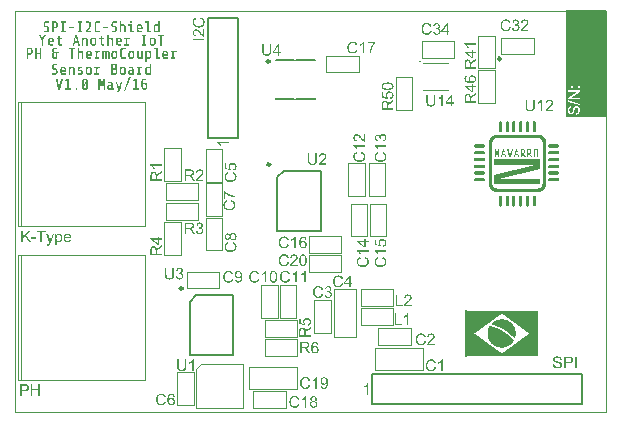
<source format=gto>
G04 Layer_Color=65535*
%FSLAX25Y25*%
%MOIN*%
G70*
G01*
G75*
%ADD29C,0.00394*%
%ADD38C,0.00984*%
%ADD39C,0.00787*%
%ADD40C,0.00049*%
%ADD41C,0.00089*%
G36*
X184545Y18599D02*
X184640Y18593D01*
X184739Y18588D01*
X184834Y18577D01*
X184917Y18565D01*
X184928D01*
X184967Y18554D01*
X185017Y18543D01*
X185083Y18527D01*
X185156Y18499D01*
X185233Y18466D01*
X185317Y18427D01*
X185389Y18382D01*
X185400Y18377D01*
X185422Y18360D01*
X185455Y18327D01*
X185500Y18288D01*
X185550Y18238D01*
X185600Y18171D01*
X185655Y18099D01*
X185699Y18016D01*
X185705Y18005D01*
X185716Y17977D01*
X185738Y17927D01*
X185761Y17861D01*
X185777Y17783D01*
X185799Y17694D01*
X185810Y17594D01*
X185816Y17489D01*
Y17483D01*
Y17467D01*
Y17444D01*
X185810Y17406D01*
X185805Y17367D01*
X185799Y17317D01*
X185788Y17261D01*
X185777Y17200D01*
X185738Y17073D01*
X185716Y17006D01*
X185683Y16934D01*
X185644Y16862D01*
X185605Y16795D01*
X185555Y16728D01*
X185500Y16662D01*
X185494Y16656D01*
X185483Y16645D01*
X185466Y16629D01*
X185439Y16612D01*
X185405Y16584D01*
X185361Y16556D01*
X185306Y16523D01*
X185244Y16495D01*
X185172Y16462D01*
X185089Y16429D01*
X185000Y16401D01*
X184895Y16379D01*
X184784Y16357D01*
X184662Y16340D01*
X184523Y16329D01*
X184379Y16323D01*
X183396D01*
Y14764D01*
X182886D01*
Y18604D01*
X184462D01*
X184545Y18599D01*
D02*
G37*
G36*
X187059Y14764D02*
X186549D01*
Y18604D01*
X187059D01*
Y14764D01*
D02*
G37*
G36*
X180738Y18665D02*
X180777D01*
X180882Y18654D01*
X180999Y18638D01*
X181121Y18610D01*
X181254Y18577D01*
X181376Y18532D01*
X181382D01*
X181393Y18527D01*
X181409Y18516D01*
X181432Y18505D01*
X181487Y18477D01*
X181559Y18427D01*
X181642Y18371D01*
X181726Y18299D01*
X181803Y18216D01*
X181876Y18122D01*
Y18116D01*
X181881Y18110D01*
X181892Y18094D01*
X181903Y18077D01*
X181931Y18022D01*
X181964Y17950D01*
X182003Y17861D01*
X182031Y17755D01*
X182059Y17644D01*
X182070Y17522D01*
X181581Y17483D01*
Y17489D01*
Y17500D01*
X181576Y17517D01*
X181570Y17544D01*
X181554Y17605D01*
X181532Y17689D01*
X181498Y17777D01*
X181448Y17866D01*
X181387Y17950D01*
X181309Y18027D01*
X181298Y18033D01*
X181271Y18055D01*
X181215Y18088D01*
X181143Y18122D01*
X181049Y18155D01*
X180938Y18188D01*
X180799Y18210D01*
X180643Y18216D01*
X180566D01*
X180533Y18210D01*
X180488Y18205D01*
X180388Y18194D01*
X180277Y18171D01*
X180166Y18144D01*
X180061Y18099D01*
X180016Y18072D01*
X179972Y18044D01*
X179961Y18038D01*
X179939Y18016D01*
X179905Y17977D01*
X179872Y17933D01*
X179833Y17872D01*
X179800Y17805D01*
X179778Y17728D01*
X179767Y17639D01*
Y17628D01*
Y17605D01*
X179772Y17567D01*
X179783Y17522D01*
X179800Y17467D01*
X179828Y17411D01*
X179861Y17356D01*
X179911Y17300D01*
X179916Y17295D01*
X179944Y17278D01*
X179966Y17261D01*
X179989Y17250D01*
X180022Y17233D01*
X180061Y17211D01*
X180111Y17195D01*
X180166Y17173D01*
X180227Y17150D01*
X180299Y17122D01*
X180377Y17100D01*
X180466Y17073D01*
X180566Y17050D01*
X180677Y17023D01*
X180682D01*
X180704Y17017D01*
X180738Y17011D01*
X180777Y17000D01*
X180827Y16989D01*
X180888Y16973D01*
X180949Y16956D01*
X181015Y16939D01*
X181160Y16901D01*
X181298Y16862D01*
X181365Y16839D01*
X181426Y16817D01*
X181482Y16801D01*
X181526Y16778D01*
X181532D01*
X181543Y16773D01*
X181559Y16762D01*
X181581Y16751D01*
X181642Y16717D01*
X181715Y16673D01*
X181798Y16612D01*
X181881Y16545D01*
X181959Y16468D01*
X182025Y16384D01*
X182031Y16373D01*
X182053Y16345D01*
X182075Y16296D01*
X182109Y16229D01*
X182136Y16151D01*
X182164Y16057D01*
X182181Y15951D01*
X182186Y15841D01*
Y15835D01*
Y15829D01*
Y15813D01*
Y15790D01*
X182175Y15730D01*
X182164Y15652D01*
X182142Y15563D01*
X182114Y15469D01*
X182070Y15369D01*
X182009Y15263D01*
Y15258D01*
X182003Y15252D01*
X181975Y15219D01*
X181937Y15169D01*
X181881Y15113D01*
X181809Y15047D01*
X181720Y14975D01*
X181620Y14908D01*
X181504Y14847D01*
X181498D01*
X181487Y14841D01*
X181470Y14836D01*
X181448Y14825D01*
X181415Y14814D01*
X181376Y14797D01*
X181287Y14775D01*
X181182Y14747D01*
X181054Y14719D01*
X180915Y14703D01*
X180766Y14697D01*
X180677D01*
X180632Y14703D01*
X180582D01*
X180527Y14708D01*
X180460Y14714D01*
X180322Y14736D01*
X180177Y14758D01*
X180033Y14797D01*
X179894Y14847D01*
X179889D01*
X179878Y14853D01*
X179861Y14864D01*
X179839Y14875D01*
X179772Y14908D01*
X179694Y14958D01*
X179606Y15025D01*
X179511Y15102D01*
X179422Y15197D01*
X179339Y15302D01*
Y15308D01*
X179328Y15319D01*
X179323Y15335D01*
X179306Y15358D01*
X179295Y15385D01*
X179278Y15419D01*
X179239Y15502D01*
X179200Y15607D01*
X179167Y15724D01*
X179145Y15857D01*
X179134Y15996D01*
X179611Y16040D01*
Y16035D01*
Y16029D01*
X179617Y16013D01*
Y15990D01*
X179628Y15940D01*
X179645Y15868D01*
X179667Y15796D01*
X179689Y15713D01*
X179728Y15635D01*
X179767Y15563D01*
X179772Y15557D01*
X179789Y15535D01*
X179816Y15496D01*
X179861Y15458D01*
X179916Y15408D01*
X179978Y15358D01*
X180061Y15308D01*
X180149Y15263D01*
X180155D01*
X180161Y15258D01*
X180177Y15252D01*
X180194Y15247D01*
X180249Y15230D01*
X180322Y15208D01*
X180410Y15186D01*
X180510Y15169D01*
X180621Y15158D01*
X180743Y15152D01*
X180793D01*
X180849Y15158D01*
X180915Y15163D01*
X180993Y15175D01*
X181082Y15186D01*
X181171Y15208D01*
X181254Y15236D01*
X181265Y15241D01*
X181293Y15252D01*
X181332Y15274D01*
X181382Y15297D01*
X181432Y15335D01*
X181487Y15374D01*
X181543Y15419D01*
X181587Y15474D01*
X181593Y15480D01*
X181604Y15502D01*
X181620Y15530D01*
X181642Y15574D01*
X181665Y15619D01*
X181681Y15674D01*
X181692Y15735D01*
X181698Y15802D01*
Y15807D01*
Y15835D01*
X181692Y15868D01*
X181687Y15913D01*
X181670Y15957D01*
X181654Y16013D01*
X181626Y16068D01*
X181587Y16118D01*
X181581Y16124D01*
X181565Y16140D01*
X181543Y16162D01*
X181504Y16196D01*
X181459Y16229D01*
X181398Y16268D01*
X181326Y16307D01*
X181243Y16340D01*
X181237Y16345D01*
X181210Y16351D01*
X181165Y16368D01*
X181137Y16373D01*
X181099Y16384D01*
X181060Y16401D01*
X181010Y16412D01*
X180954Y16429D01*
X180888Y16445D01*
X180821Y16462D01*
X180743Y16484D01*
X180655Y16507D01*
X180560Y16529D01*
X180555D01*
X180538Y16534D01*
X180510Y16540D01*
X180477Y16551D01*
X180433Y16562D01*
X180383Y16573D01*
X180272Y16606D01*
X180149Y16645D01*
X180022Y16684D01*
X179911Y16723D01*
X179861Y16745D01*
X179816Y16767D01*
X179811D01*
X179805Y16773D01*
X179772Y16795D01*
X179722Y16823D01*
X179667Y16867D01*
X179600Y16917D01*
X179534Y16978D01*
X179467Y17050D01*
X179411Y17128D01*
X179406Y17139D01*
X179389Y17167D01*
X179367Y17211D01*
X179345Y17267D01*
X179323Y17339D01*
X179300Y17422D01*
X179284Y17511D01*
X179278Y17605D01*
Y17611D01*
Y17616D01*
Y17633D01*
Y17655D01*
X179289Y17711D01*
X179300Y17783D01*
X179317Y17866D01*
X179345Y17961D01*
X179384Y18055D01*
X179439Y18149D01*
Y18155D01*
X179445Y18160D01*
X179472Y18194D01*
X179511Y18238D01*
X179561Y18294D01*
X179628Y18355D01*
X179711Y18421D01*
X179811Y18482D01*
X179922Y18538D01*
X179928D01*
X179939Y18543D01*
X179955Y18549D01*
X179978Y18560D01*
X180005Y18571D01*
X180044Y18582D01*
X180127Y18604D01*
X180233Y18627D01*
X180355Y18649D01*
X180482Y18665D01*
X180627Y18671D01*
X180699D01*
X180738Y18665D01*
D02*
G37*
G36*
X6780Y57847D02*
X5321D01*
Y58319D01*
X6780D01*
Y57847D01*
D02*
G37*
G36*
X3461Y58974D02*
X5143Y56693D01*
X4471D01*
X3106Y58630D01*
X2479Y58025D01*
Y56693D01*
X1969D01*
Y60533D01*
X2479D01*
Y58624D01*
X4377Y60533D01*
X5071D01*
X3461Y58974D01*
D02*
G37*
G36*
X14584Y59535D02*
X14623Y59529D01*
X14706Y59518D01*
X14806Y59496D01*
X14911Y59462D01*
X15017Y59412D01*
X15122Y59351D01*
X15127D01*
X15133Y59340D01*
X15166Y59318D01*
X15216Y59274D01*
X15277Y59218D01*
X15344Y59146D01*
X15411Y59057D01*
X15477Y58952D01*
X15533Y58835D01*
Y58830D01*
X15538Y58819D01*
X15544Y58802D01*
X15555Y58780D01*
X15566Y58746D01*
X15577Y58708D01*
X15605Y58619D01*
X15633Y58508D01*
X15655Y58386D01*
X15671Y58247D01*
X15677Y58103D01*
Y58097D01*
Y58086D01*
Y58064D01*
Y58030D01*
X15671Y57992D01*
Y57947D01*
X15660Y57847D01*
X15638Y57725D01*
X15610Y57598D01*
X15572Y57464D01*
X15522Y57331D01*
Y57326D01*
X15516Y57314D01*
X15505Y57298D01*
X15494Y57276D01*
X15455Y57215D01*
X15405Y57137D01*
X15344Y57054D01*
X15266Y56970D01*
X15178Y56887D01*
X15072Y56810D01*
X15067D01*
X15061Y56804D01*
X15044Y56793D01*
X15022Y56782D01*
X14967Y56754D01*
X14889Y56721D01*
X14795Y56687D01*
X14695Y56660D01*
X14578Y56637D01*
X14461Y56632D01*
X14423D01*
X14378Y56637D01*
X14323Y56643D01*
X14256Y56654D01*
X14184Y56671D01*
X14112Y56693D01*
X14040Y56726D01*
X14034Y56732D01*
X14006Y56743D01*
X13973Y56765D01*
X13929Y56798D01*
X13884Y56832D01*
X13829Y56876D01*
X13779Y56926D01*
X13735Y56981D01*
Y55627D01*
X13263D01*
Y59479D01*
X13690D01*
Y59113D01*
X13696Y59124D01*
X13718Y59146D01*
X13746Y59185D01*
X13790Y59229D01*
X13840Y59285D01*
X13895Y59335D01*
X13962Y59385D01*
X14029Y59429D01*
X14040Y59435D01*
X14062Y59446D01*
X14106Y59462D01*
X14162Y59485D01*
X14229Y59507D01*
X14306Y59523D01*
X14395Y59535D01*
X14495Y59540D01*
X14556D01*
X14584Y59535D01*
D02*
G37*
G36*
X100487Y7874D02*
X100016D01*
Y10877D01*
X100010Y10871D01*
X99982Y10849D01*
X99949Y10815D01*
X99893Y10777D01*
X99832Y10727D01*
X99755Y10671D01*
X99666Y10610D01*
X99566Y10549D01*
X99560D01*
X99555Y10544D01*
X99522Y10521D01*
X99466Y10494D01*
X99400Y10460D01*
X99322Y10422D01*
X99239Y10383D01*
X99155Y10344D01*
X99072Y10311D01*
Y10766D01*
X99078D01*
X99089Y10777D01*
X99111Y10782D01*
X99139Y10799D01*
X99172Y10815D01*
X99211Y10838D01*
X99305Y10893D01*
X99416Y10954D01*
X99527Y11032D01*
X99644Y11121D01*
X99760Y11215D01*
X99766Y11221D01*
X99771Y11226D01*
X99788Y11243D01*
X99810Y11259D01*
X99860Y11315D01*
X99927Y11382D01*
X99993Y11459D01*
X100066Y11548D01*
X100127Y11637D01*
X100182Y11731D01*
X100487D01*
Y7874D01*
D02*
G37*
G36*
X96944Y1575D02*
X96472D01*
Y4577D01*
X96467Y4572D01*
X96439Y4550D01*
X96406Y4516D01*
X96350Y4478D01*
X96289Y4428D01*
X96211Y4372D01*
X96123Y4311D01*
X96023Y4250D01*
X96017D01*
X96012Y4244D01*
X95978Y4222D01*
X95923Y4194D01*
X95856Y4161D01*
X95779Y4122D01*
X95695Y4083D01*
X95612Y4045D01*
X95529Y4011D01*
Y4466D01*
X95534D01*
X95546Y4478D01*
X95568Y4483D01*
X95595Y4500D01*
X95629Y4516D01*
X95668Y4538D01*
X95762Y4594D01*
X95873Y4655D01*
X95984Y4733D01*
X96100Y4822D01*
X96217Y4916D01*
X96223Y4922D01*
X96228Y4927D01*
X96245Y4944D01*
X96267Y4960D01*
X96317Y5016D01*
X96384Y5082D01*
X96450Y5160D01*
X96522Y5249D01*
X96583Y5338D01*
X96639Y5432D01*
X96944D01*
Y1575D01*
D02*
G37*
G36*
X93242Y5476D02*
X93292Y5471D01*
X93353Y5465D01*
X93414Y5460D01*
X93486Y5443D01*
X93636Y5410D01*
X93803Y5360D01*
X93886Y5327D01*
X93964Y5288D01*
X94041Y5238D01*
X94119Y5188D01*
X94125Y5182D01*
X94136Y5177D01*
X94158Y5160D01*
X94186Y5132D01*
X94213Y5105D01*
X94252Y5066D01*
X94291Y5021D01*
X94336Y4977D01*
X94380Y4922D01*
X94424Y4855D01*
X94474Y4788D01*
X94519Y4716D01*
X94558Y4633D01*
X94602Y4550D01*
X94635Y4461D01*
X94669Y4361D01*
X94169Y4244D01*
Y4250D01*
X94164Y4261D01*
X94152Y4283D01*
X94141Y4311D01*
X94130Y4344D01*
X94114Y4389D01*
X94069Y4478D01*
X94014Y4577D01*
X93947Y4677D01*
X93864Y4772D01*
X93775Y4855D01*
X93764Y4866D01*
X93731Y4888D01*
X93675Y4916D01*
X93603Y4955D01*
X93509Y4988D01*
X93403Y5021D01*
X93275Y5043D01*
X93137Y5049D01*
X93092D01*
X93065Y5043D01*
X93026D01*
X92981Y5038D01*
X92876Y5021D01*
X92759Y4999D01*
X92637Y4960D01*
X92510Y4905D01*
X92393Y4833D01*
X92387D01*
X92382Y4822D01*
X92343Y4794D01*
X92293Y4749D01*
X92232Y4683D01*
X92160Y4600D01*
X92093Y4505D01*
X92032Y4389D01*
X91977Y4261D01*
Y4255D01*
X91971Y4244D01*
X91966Y4228D01*
X91960Y4200D01*
X91949Y4167D01*
X91938Y4128D01*
X91921Y4033D01*
X91899Y3922D01*
X91877Y3800D01*
X91866Y3667D01*
X91860Y3523D01*
Y3517D01*
Y3501D01*
Y3473D01*
Y3440D01*
X91866Y3401D01*
Y3351D01*
X91871Y3295D01*
X91877Y3234D01*
X91894Y3101D01*
X91921Y2957D01*
X91955Y2812D01*
X91999Y2668D01*
Y2663D01*
X92005Y2651D01*
X92016Y2635D01*
X92027Y2607D01*
X92060Y2541D01*
X92110Y2463D01*
X92171Y2374D01*
X92249Y2280D01*
X92338Y2196D01*
X92443Y2119D01*
X92449D01*
X92460Y2113D01*
X92476Y2102D01*
X92498Y2091D01*
X92526Y2080D01*
X92560Y2063D01*
X92637Y2030D01*
X92737Y1997D01*
X92848Y1969D01*
X92970Y1947D01*
X93098Y1941D01*
X93137D01*
X93170Y1947D01*
X93209D01*
X93248Y1952D01*
X93348Y1974D01*
X93464Y2002D01*
X93581Y2046D01*
X93703Y2108D01*
X93764Y2141D01*
X93819Y2185D01*
X93825Y2191D01*
X93831Y2196D01*
X93847Y2213D01*
X93869Y2230D01*
X93892Y2258D01*
X93919Y2291D01*
X93953Y2324D01*
X93980Y2368D01*
X94014Y2418D01*
X94052Y2474D01*
X94086Y2529D01*
X94119Y2596D01*
X94147Y2668D01*
X94175Y2746D01*
X94202Y2829D01*
X94225Y2918D01*
X94735Y2790D01*
Y2785D01*
X94730Y2763D01*
X94718Y2729D01*
X94702Y2685D01*
X94685Y2635D01*
X94663Y2574D01*
X94635Y2507D01*
X94602Y2435D01*
X94524Y2280D01*
X94424Y2124D01*
X94363Y2046D01*
X94302Y1969D01*
X94236Y1902D01*
X94158Y1836D01*
X94152Y1830D01*
X94141Y1819D01*
X94114Y1808D01*
X94086Y1786D01*
X94041Y1758D01*
X93997Y1730D01*
X93936Y1702D01*
X93875Y1675D01*
X93803Y1641D01*
X93725Y1614D01*
X93642Y1586D01*
X93553Y1558D01*
X93459Y1536D01*
X93359Y1525D01*
X93253Y1514D01*
X93142Y1508D01*
X93081D01*
X93037Y1514D01*
X92987D01*
X92926Y1519D01*
X92859Y1530D01*
X92782Y1541D01*
X92621Y1569D01*
X92454Y1614D01*
X92288Y1675D01*
X92210Y1714D01*
X92132Y1758D01*
X92127Y1764D01*
X92116Y1769D01*
X92093Y1786D01*
X92071Y1808D01*
X92038Y1830D01*
X91999Y1863D01*
X91955Y1902D01*
X91910Y1947D01*
X91866Y1997D01*
X91816Y2046D01*
X91716Y2174D01*
X91622Y2324D01*
X91538Y2490D01*
Y2496D01*
X91527Y2513D01*
X91522Y2541D01*
X91505Y2574D01*
X91494Y2618D01*
X91477Y2674D01*
X91455Y2735D01*
X91439Y2801D01*
X91422Y2874D01*
X91400Y2957D01*
X91372Y3129D01*
X91350Y3323D01*
X91339Y3523D01*
Y3528D01*
Y3551D01*
Y3584D01*
X91344Y3623D01*
Y3678D01*
X91350Y3734D01*
X91355Y3806D01*
X91366Y3878D01*
X91394Y4039D01*
X91433Y4217D01*
X91488Y4394D01*
X91566Y4566D01*
X91572Y4572D01*
X91577Y4589D01*
X91588Y4611D01*
X91610Y4638D01*
X91633Y4677D01*
X91660Y4722D01*
X91733Y4822D01*
X91827Y4933D01*
X91938Y5043D01*
X92066Y5155D01*
X92216Y5249D01*
X92221Y5254D01*
X92238Y5260D01*
X92260Y5271D01*
X92288Y5288D01*
X92332Y5304D01*
X92376Y5321D01*
X92432Y5343D01*
X92493Y5365D01*
X92560Y5388D01*
X92632Y5410D01*
X92787Y5443D01*
X92965Y5471D01*
X93148Y5482D01*
X93203D01*
X93242Y5476D01*
D02*
G37*
G36*
X95976Y52671D02*
X96048Y52659D01*
X96131Y52643D01*
X96220Y52621D01*
X96315Y52593D01*
X96403Y52548D01*
X96409D01*
X96414Y52543D01*
X96442Y52526D01*
X96487Y52499D01*
X96542Y52460D01*
X96603Y52404D01*
X96670Y52343D01*
X96731Y52271D01*
X96792Y52188D01*
X96797Y52177D01*
X96820Y52149D01*
X96842Y52099D01*
X96881Y52027D01*
X96914Y51944D01*
X96958Y51849D01*
X96997Y51738D01*
X97031Y51616D01*
Y51611D01*
X97036Y51600D01*
X97042Y51583D01*
X97047Y51555D01*
X97053Y51522D01*
X97058Y51483D01*
X97069Y51433D01*
X97075Y51377D01*
X97086Y51316D01*
X97092Y51250D01*
X97097Y51172D01*
X97108Y51094D01*
X97114Y51006D01*
Y50917D01*
X97119Y50817D01*
Y50712D01*
Y50706D01*
Y50684D01*
Y50645D01*
Y50600D01*
X97114Y50539D01*
Y50473D01*
X97108Y50401D01*
X97103Y50323D01*
X97086Y50145D01*
X97058Y49962D01*
X97025Y49785D01*
X97003Y49701D01*
X96975Y49618D01*
Y49613D01*
X96969Y49601D01*
X96958Y49579D01*
X96947Y49551D01*
X96936Y49513D01*
X96914Y49474D01*
X96869Y49380D01*
X96814Y49280D01*
X96742Y49169D01*
X96659Y49069D01*
X96559Y48974D01*
X96553D01*
X96548Y48963D01*
X96531Y48952D01*
X96509Y48941D01*
X96481Y48924D01*
X96453Y48902D01*
X96370Y48863D01*
X96270Y48825D01*
X96154Y48786D01*
X96015Y48763D01*
X95865Y48752D01*
X95810D01*
X95771Y48758D01*
X95726Y48763D01*
X95671Y48774D01*
X95610Y48786D01*
X95543Y48802D01*
X95477Y48825D01*
X95404Y48847D01*
X95332Y48880D01*
X95260Y48919D01*
X95188Y48963D01*
X95116Y49019D01*
X95049Y49080D01*
X94988Y49146D01*
X94982Y49152D01*
X94971Y49169D01*
X94955Y49196D01*
X94927Y49241D01*
X94899Y49291D01*
X94871Y49357D01*
X94833Y49435D01*
X94799Y49524D01*
X94766Y49624D01*
X94733Y49740D01*
X94700Y49868D01*
X94672Y50012D01*
X94644Y50168D01*
X94627Y50334D01*
X94616Y50517D01*
X94611Y50712D01*
Y50717D01*
Y50739D01*
Y50778D01*
Y50822D01*
X94616Y50884D01*
Y50950D01*
X94622Y51022D01*
X94627Y51105D01*
X94644Y51278D01*
X94672Y51461D01*
X94705Y51644D01*
X94727Y51727D01*
X94749Y51810D01*
Y51816D01*
X94755Y51827D01*
X94766Y51849D01*
X94777Y51877D01*
X94788Y51916D01*
X94810Y51955D01*
X94855Y52049D01*
X94910Y52149D01*
X94982Y52254D01*
X95066Y52360D01*
X95166Y52449D01*
X95171D01*
X95177Y52460D01*
X95193Y52471D01*
X95216Y52482D01*
X95243Y52504D01*
X95277Y52521D01*
X95360Y52565D01*
X95460Y52604D01*
X95576Y52643D01*
X95715Y52665D01*
X95865Y52676D01*
X95915D01*
X95976Y52671D01*
D02*
G37*
G36*
X102968Y11726D02*
X102996D01*
X103035Y11720D01*
X103129Y11704D01*
X103235Y11681D01*
X103351Y11643D01*
X103468Y11592D01*
X103584Y11526D01*
X103590D01*
X103595Y11515D01*
X103612Y11504D01*
X103634Y11487D01*
X103690Y11443D01*
X103762Y11382D01*
X103834Y11298D01*
X103917Y11198D01*
X103989Y11082D01*
X104056Y10949D01*
Y10943D01*
X104062Y10932D01*
X104073Y10910D01*
X104084Y10882D01*
X104095Y10843D01*
X104112Y10793D01*
X104123Y10738D01*
X104139Y10677D01*
X104156Y10605D01*
X104173Y10521D01*
X104184Y10433D01*
X104195Y10338D01*
X104206Y10233D01*
X104217Y10122D01*
X104223Y10000D01*
Y9872D01*
Y9866D01*
Y9839D01*
Y9800D01*
Y9750D01*
X104217Y9689D01*
Y9617D01*
X104211Y9533D01*
X104200Y9450D01*
X104184Y9262D01*
X104156Y9062D01*
X104117Y8873D01*
X104089Y8779D01*
X104062Y8695D01*
Y8690D01*
X104056Y8679D01*
X104045Y8657D01*
X104034Y8623D01*
X104017Y8590D01*
X103995Y8546D01*
X103939Y8451D01*
X103873Y8346D01*
X103795Y8235D01*
X103695Y8129D01*
X103584Y8035D01*
X103579D01*
X103568Y8024D01*
X103551Y8013D01*
X103529Y8002D01*
X103496Y7985D01*
X103462Y7963D01*
X103418Y7941D01*
X103373Y7924D01*
X103268Y7880D01*
X103140Y7841D01*
X103001Y7818D01*
X102846Y7807D01*
X102802D01*
X102774Y7813D01*
X102735D01*
X102691Y7818D01*
X102585Y7841D01*
X102469Y7869D01*
X102347Y7913D01*
X102225Y7974D01*
X102164Y8013D01*
X102108Y8057D01*
X102102Y8063D01*
X102097Y8068D01*
X102080Y8085D01*
X102064Y8102D01*
X102041Y8129D01*
X102014Y8163D01*
X101958Y8240D01*
X101903Y8340D01*
X101847Y8462D01*
X101803Y8601D01*
X101769Y8762D01*
X102225Y8801D01*
Y8795D01*
X102230Y8784D01*
Y8773D01*
X102236Y8751D01*
X102252Y8690D01*
X102275Y8623D01*
X102302Y8546D01*
X102341Y8468D01*
X102385Y8396D01*
X102441Y8335D01*
X102446Y8329D01*
X102469Y8313D01*
X102508Y8290D01*
X102552Y8268D01*
X102613Y8240D01*
X102685Y8218D01*
X102768Y8202D01*
X102857Y8196D01*
X102896D01*
X102935Y8202D01*
X102985Y8207D01*
X103046Y8218D01*
X103107Y8235D01*
X103174Y8257D01*
X103235Y8290D01*
X103240Y8296D01*
X103262Y8307D01*
X103296Y8329D01*
X103329Y8362D01*
X103373Y8401D01*
X103418Y8446D01*
X103462Y8496D01*
X103507Y8557D01*
X103512Y8562D01*
X103523Y8590D01*
X103545Y8629D01*
X103568Y8679D01*
X103595Y8745D01*
X103623Y8823D01*
X103651Y8912D01*
X103679Y9012D01*
Y9017D01*
X103684Y9023D01*
Y9040D01*
X103690Y9062D01*
X103701Y9117D01*
X103718Y9189D01*
X103729Y9278D01*
X103740Y9373D01*
X103745Y9478D01*
X103751Y9589D01*
Y9595D01*
Y9611D01*
Y9639D01*
Y9683D01*
X103745Y9672D01*
X103723Y9645D01*
X103690Y9606D01*
X103651Y9550D01*
X103595Y9495D01*
X103529Y9434D01*
X103451Y9373D01*
X103362Y9317D01*
X103351Y9312D01*
X103318Y9295D01*
X103268Y9273D01*
X103207Y9250D01*
X103124Y9223D01*
X103035Y9200D01*
X102935Y9184D01*
X102830Y9178D01*
X102785D01*
X102752Y9184D01*
X102707Y9189D01*
X102663Y9195D01*
X102608Y9206D01*
X102552Y9223D01*
X102424Y9262D01*
X102358Y9289D01*
X102291Y9323D01*
X102219Y9361D01*
X102152Y9411D01*
X102086Y9461D01*
X102025Y9522D01*
X102019Y9528D01*
X102008Y9539D01*
X101997Y9556D01*
X101975Y9583D01*
X101947Y9622D01*
X101919Y9661D01*
X101892Y9711D01*
X101864Y9767D01*
X101830Y9828D01*
X101803Y9894D01*
X101775Y9972D01*
X101747Y10050D01*
X101725Y10138D01*
X101714Y10233D01*
X101703Y10327D01*
X101697Y10433D01*
Y10438D01*
Y10460D01*
Y10488D01*
X101703Y10527D01*
X101708Y10577D01*
X101714Y10638D01*
X101725Y10699D01*
X101742Y10771D01*
X101780Y10915D01*
X101808Y10993D01*
X101842Y11076D01*
X101880Y11154D01*
X101930Y11226D01*
X101980Y11304D01*
X102041Y11371D01*
X102047Y11376D01*
X102058Y11387D01*
X102075Y11404D01*
X102102Y11426D01*
X102136Y11454D01*
X102180Y11487D01*
X102225Y11515D01*
X102280Y11554D01*
X102336Y11587D01*
X102402Y11615D01*
X102552Y11676D01*
X102630Y11698D01*
X102718Y11715D01*
X102807Y11726D01*
X102902Y11731D01*
X102940D01*
X102968Y11726D01*
D02*
G37*
G36*
X96785Y11776D02*
X96836Y11770D01*
X96896Y11765D01*
X96958Y11759D01*
X97030Y11742D01*
X97180Y11709D01*
X97346Y11659D01*
X97429Y11626D01*
X97507Y11587D01*
X97585Y11537D01*
X97662Y11487D01*
X97668Y11481D01*
X97679Y11476D01*
X97701Y11459D01*
X97729Y11432D01*
X97757Y11404D01*
X97796Y11365D01*
X97834Y11321D01*
X97879Y11276D01*
X97923Y11221D01*
X97968Y11154D01*
X98018Y11088D01*
X98062Y11015D01*
X98101Y10932D01*
X98145Y10849D01*
X98179Y10760D01*
X98212Y10660D01*
X97712Y10544D01*
Y10549D01*
X97707Y10560D01*
X97696Y10582D01*
X97685Y10610D01*
X97673Y10644D01*
X97657Y10688D01*
X97613Y10777D01*
X97557Y10877D01*
X97490Y10977D01*
X97407Y11071D01*
X97318Y11154D01*
X97307Y11165D01*
X97274Y11187D01*
X97218Y11215D01*
X97146Y11254D01*
X97052Y11287D01*
X96947Y11321D01*
X96819Y11343D01*
X96680Y11348D01*
X96636D01*
X96608Y11343D01*
X96569D01*
X96525Y11337D01*
X96419Y11321D01*
X96303Y11298D01*
X96181Y11259D01*
X96053Y11204D01*
X95936Y11132D01*
X95931D01*
X95925Y11121D01*
X95886Y11093D01*
X95837Y11049D01*
X95775Y10982D01*
X95703Y10899D01*
X95637Y10804D01*
X95576Y10688D01*
X95520Y10560D01*
Y10555D01*
X95515Y10544D01*
X95509Y10527D01*
X95503Y10499D01*
X95492Y10466D01*
X95481Y10427D01*
X95465Y10333D01*
X95442Y10222D01*
X95420Y10100D01*
X95409Y9966D01*
X95404Y9822D01*
Y9816D01*
Y9800D01*
Y9772D01*
Y9739D01*
X95409Y9700D01*
Y9650D01*
X95415Y9595D01*
X95420Y9533D01*
X95437Y9400D01*
X95465Y9256D01*
X95498Y9112D01*
X95542Y8967D01*
Y8962D01*
X95548Y8951D01*
X95559Y8934D01*
X95570Y8906D01*
X95603Y8840D01*
X95653Y8762D01*
X95714Y8673D01*
X95792Y8579D01*
X95881Y8496D01*
X95986Y8418D01*
X95992D01*
X96003Y8412D01*
X96020Y8401D01*
X96042Y8390D01*
X96070Y8379D01*
X96103Y8362D01*
X96181Y8329D01*
X96280Y8296D01*
X96391Y8268D01*
X96514Y8246D01*
X96641Y8240D01*
X96680D01*
X96713Y8246D01*
X96752D01*
X96791Y8251D01*
X96891Y8274D01*
X97008Y8301D01*
X97124Y8346D01*
X97246Y8407D01*
X97307Y8440D01*
X97363Y8484D01*
X97368Y8490D01*
X97374Y8496D01*
X97391Y8512D01*
X97413Y8529D01*
X97435Y8557D01*
X97463Y8590D01*
X97496Y8623D01*
X97524Y8668D01*
X97557Y8718D01*
X97596Y8773D01*
X97629Y8829D01*
X97662Y8895D01*
X97690Y8967D01*
X97718Y9045D01*
X97746Y9128D01*
X97768Y9217D01*
X98278Y9089D01*
Y9084D01*
X98273Y9062D01*
X98262Y9028D01*
X98245Y8984D01*
X98229Y8934D01*
X98206Y8873D01*
X98179Y8806D01*
X98145Y8734D01*
X98068Y8579D01*
X97968Y8423D01*
X97907Y8346D01*
X97846Y8268D01*
X97779Y8202D01*
X97701Y8135D01*
X97696Y8129D01*
X97685Y8118D01*
X97657Y8107D01*
X97629Y8085D01*
X97585Y8057D01*
X97540Y8029D01*
X97479Y8002D01*
X97418Y7974D01*
X97346Y7941D01*
X97268Y7913D01*
X97185Y7885D01*
X97096Y7857D01*
X97002Y7835D01*
X96902Y7824D01*
X96797Y7813D01*
X96686Y7807D01*
X96625D01*
X96580Y7813D01*
X96530D01*
X96469Y7818D01*
X96403Y7830D01*
X96325Y7841D01*
X96164Y7869D01*
X95997Y7913D01*
X95831Y7974D01*
X95753Y8013D01*
X95675Y8057D01*
X95670Y8063D01*
X95659Y8068D01*
X95637Y8085D01*
X95614Y8107D01*
X95581Y8129D01*
X95542Y8163D01*
X95498Y8202D01*
X95454Y8246D01*
X95409Y8296D01*
X95359Y8346D01*
X95259Y8473D01*
X95165Y8623D01*
X95082Y8790D01*
Y8795D01*
X95071Y8812D01*
X95065Y8840D01*
X95048Y8873D01*
X95037Y8917D01*
X95021Y8973D01*
X94998Y9034D01*
X94982Y9101D01*
X94965Y9173D01*
X94943Y9256D01*
X94915Y9428D01*
X94893Y9622D01*
X94882Y9822D01*
Y9828D01*
Y9850D01*
Y9883D01*
X94887Y9922D01*
Y9978D01*
X94893Y10033D01*
X94898Y10105D01*
X94910Y10177D01*
X94937Y10338D01*
X94976Y10516D01*
X95032Y10693D01*
X95109Y10865D01*
X95115Y10871D01*
X95121Y10888D01*
X95132Y10910D01*
X95154Y10938D01*
X95176Y10977D01*
X95204Y11021D01*
X95276Y11121D01*
X95370Y11232D01*
X95481Y11343D01*
X95609Y11454D01*
X95759Y11548D01*
X95764Y11554D01*
X95781Y11559D01*
X95803Y11570D01*
X95831Y11587D01*
X95875Y11604D01*
X95920Y11620D01*
X95975Y11643D01*
X96036Y11665D01*
X96103Y11687D01*
X96175Y11709D01*
X96330Y11742D01*
X96508Y11770D01*
X96691Y11781D01*
X96747D01*
X96785Y11776D01*
D02*
G37*
G36*
X99486Y5426D02*
X99530Y5421D01*
X99580Y5415D01*
X99636Y5410D01*
X99691Y5393D01*
X99825Y5360D01*
X99958Y5310D01*
X100024Y5277D01*
X100091Y5238D01*
X100152Y5188D01*
X100213Y5138D01*
X100219Y5132D01*
X100224Y5127D01*
X100241Y5110D01*
X100263Y5088D01*
X100285Y5055D01*
X100313Y5021D01*
X100368Y4938D01*
X100424Y4833D01*
X100474Y4710D01*
X100513Y4572D01*
X100518Y4500D01*
X100524Y4422D01*
Y4416D01*
Y4411D01*
Y4378D01*
X100518Y4328D01*
X100507Y4267D01*
X100490Y4189D01*
X100463Y4111D01*
X100429Y4033D01*
X100380Y3956D01*
X100374Y3945D01*
X100352Y3922D01*
X100319Y3889D01*
X100274Y3845D01*
X100213Y3795D01*
X100141Y3745D01*
X100058Y3695D01*
X99958Y3650D01*
X99963D01*
X99974Y3645D01*
X99991Y3639D01*
X100013Y3628D01*
X100080Y3601D01*
X100157Y3562D01*
X100241Y3506D01*
X100330Y3445D01*
X100413Y3368D01*
X100490Y3279D01*
Y3273D01*
X100496Y3268D01*
X100518Y3234D01*
X100552Y3179D01*
X100585Y3107D01*
X100618Y3018D01*
X100652Y2912D01*
X100674Y2796D01*
X100679Y2668D01*
Y2663D01*
Y2646D01*
Y2618D01*
X100674Y2585D01*
X100668Y2546D01*
X100663Y2496D01*
X100652Y2441D01*
X100635Y2380D01*
X100596Y2252D01*
X100568Y2180D01*
X100529Y2113D01*
X100490Y2041D01*
X100446Y1974D01*
X100391Y1908D01*
X100330Y1841D01*
X100324Y1836D01*
X100313Y1825D01*
X100296Y1808D01*
X100268Y1791D01*
X100230Y1764D01*
X100191Y1736D01*
X100141Y1708D01*
X100085Y1675D01*
X100024Y1641D01*
X99952Y1614D01*
X99875Y1586D01*
X99797Y1558D01*
X99708Y1541D01*
X99614Y1525D01*
X99519Y1514D01*
X99414Y1508D01*
X99358D01*
X99319Y1514D01*
X99269Y1519D01*
X99214Y1525D01*
X99153Y1536D01*
X99086Y1553D01*
X98936Y1592D01*
X98859Y1619D01*
X98787Y1647D01*
X98709Y1686D01*
X98631Y1730D01*
X98559Y1780D01*
X98492Y1841D01*
X98487Y1847D01*
X98476Y1858D01*
X98459Y1874D01*
X98437Y1902D01*
X98415Y1936D01*
X98382Y1974D01*
X98354Y2019D01*
X98321Y2074D01*
X98287Y2130D01*
X98259Y2196D01*
X98204Y2335D01*
X98182Y2418D01*
X98165Y2502D01*
X98154Y2590D01*
X98148Y2679D01*
Y2685D01*
Y2696D01*
Y2718D01*
X98154Y2740D01*
Y2774D01*
X98159Y2812D01*
X98171Y2901D01*
X98193Y3001D01*
X98226Y3101D01*
X98276Y3207D01*
X98337Y3306D01*
Y3312D01*
X98348Y3317D01*
X98370Y3345D01*
X98415Y3390D01*
X98476Y3445D01*
X98554Y3501D01*
X98648Y3562D01*
X98753Y3612D01*
X98881Y3650D01*
X98875D01*
X98870Y3656D01*
X98853Y3662D01*
X98831Y3673D01*
X98781Y3695D01*
X98715Y3728D01*
X98642Y3773D01*
X98570Y3828D01*
X98504Y3889D01*
X98443Y3956D01*
X98437Y3967D01*
X98420Y3989D01*
X98398Y4033D01*
X98376Y4089D01*
X98348Y4161D01*
X98326Y4244D01*
X98309Y4339D01*
X98304Y4439D01*
Y4444D01*
Y4455D01*
Y4478D01*
X98309Y4511D01*
X98315Y4544D01*
X98321Y4589D01*
X98343Y4683D01*
X98376Y4794D01*
X98431Y4910D01*
X98465Y4971D01*
X98504Y5032D01*
X98554Y5088D01*
X98603Y5143D01*
X98609Y5149D01*
X98620Y5155D01*
X98637Y5171D01*
X98659Y5188D01*
X98687Y5210D01*
X98726Y5232D01*
X98770Y5260D01*
X98814Y5288D01*
X98870Y5316D01*
X98931Y5343D01*
X98998Y5365D01*
X99070Y5388D01*
X99225Y5421D01*
X99314Y5426D01*
X99403Y5432D01*
X99453D01*
X99486Y5426D01*
D02*
G37*
G36*
X11797Y56648D02*
Y56643D01*
X11792Y56626D01*
X11781Y56604D01*
X11770Y56576D01*
X11753Y56537D01*
X11737Y56493D01*
X11698Y56399D01*
X11659Y56293D01*
X11614Y56188D01*
X11570Y56094D01*
X11548Y56055D01*
X11531Y56016D01*
X11526Y56005D01*
X11509Y55977D01*
X11481Y55938D01*
X11448Y55888D01*
X11404Y55833D01*
X11354Y55777D01*
X11304Y55722D01*
X11242Y55677D01*
X11237Y55672D01*
X11215Y55661D01*
X11181Y55644D01*
X11132Y55622D01*
X11076Y55600D01*
X11009Y55583D01*
X10937Y55572D01*
X10854Y55566D01*
X10832D01*
X10804Y55572D01*
X10765D01*
X10721Y55583D01*
X10671Y55594D01*
X10615Y55605D01*
X10554Y55627D01*
X10504Y56066D01*
X10510D01*
X10532Y56060D01*
X10560Y56055D01*
X10593Y56044D01*
X10682Y56027D01*
X10771Y56021D01*
X10799D01*
X10826Y56027D01*
X10860D01*
X10943Y56044D01*
X10982Y56060D01*
X11021Y56077D01*
X11026D01*
X11037Y56088D01*
X11054Y56099D01*
X11076Y56116D01*
X11126Y56160D01*
X11170Y56221D01*
Y56227D01*
X11181Y56238D01*
X11193Y56260D01*
X11204Y56293D01*
X11226Y56338D01*
X11248Y56404D01*
X11281Y56482D01*
X11315Y56576D01*
Y56582D01*
X11326Y56604D01*
X11337Y56643D01*
X11359Y56693D01*
X10305Y59479D01*
X10804D01*
X11387Y57864D01*
Y57858D01*
X11392Y57853D01*
X11398Y57836D01*
X11404Y57809D01*
X11415Y57781D01*
X11426Y57747D01*
X11453Y57670D01*
X11487Y57575D01*
X11520Y57464D01*
X11553Y57348D01*
X11587Y57220D01*
Y57226D01*
X11592Y57237D01*
X11598Y57253D01*
X11603Y57276D01*
X11609Y57303D01*
X11620Y57337D01*
X11642Y57420D01*
X11670Y57514D01*
X11709Y57625D01*
X11742Y57736D01*
X11787Y57853D01*
X12386Y59479D01*
X12858D01*
X11797Y56648D01*
D02*
G37*
G36*
X48862Y79919D02*
X48063Y79414D01*
X48057D01*
X48046Y79403D01*
X48030Y79392D01*
X48008Y79375D01*
X47946Y79336D01*
X47869Y79286D01*
X47785Y79225D01*
X47697Y79164D01*
X47613Y79103D01*
X47536Y79048D01*
X47530Y79042D01*
X47508Y79025D01*
X47475Y78998D01*
X47436Y78959D01*
X47353Y78875D01*
X47314Y78831D01*
X47280Y78787D01*
X47275Y78781D01*
X47269Y78770D01*
X47258Y78748D01*
X47242Y78715D01*
X47225Y78681D01*
X47208Y78642D01*
X47181Y78554D01*
Y78548D01*
X47175Y78537D01*
Y78515D01*
X47170Y78487D01*
X47164Y78448D01*
Y78404D01*
X47158Y78343D01*
Y78276D01*
Y77688D01*
X48862D01*
Y77177D01*
X45022D01*
Y78875D01*
Y78881D01*
Y78898D01*
Y78925D01*
Y78959D01*
X45027Y79003D01*
Y79053D01*
X45033Y79170D01*
X45049Y79292D01*
X45066Y79425D01*
X45094Y79547D01*
X45110Y79608D01*
X45127Y79658D01*
Y79664D01*
X45133Y79669D01*
X45149Y79702D01*
X45171Y79752D01*
X45210Y79813D01*
X45260Y79880D01*
X45327Y79952D01*
X45405Y80019D01*
X45493Y80085D01*
X45499D01*
X45505Y80091D01*
X45538Y80113D01*
X45593Y80135D01*
X45665Y80169D01*
X45749Y80196D01*
X45849Y80224D01*
X45954Y80241D01*
X46071Y80246D01*
X46109D01*
X46137Y80241D01*
X46176D01*
X46215Y80235D01*
X46309Y80213D01*
X46420Y80180D01*
X46537Y80135D01*
X46653Y80069D01*
X46709Y80024D01*
X46764Y79980D01*
X46770Y79974D01*
X46775Y79969D01*
X46792Y79952D01*
X46809Y79930D01*
X46831Y79902D01*
X46853Y79869D01*
X46881Y79825D01*
X46914Y79780D01*
X46942Y79725D01*
X46970Y79664D01*
X47003Y79597D01*
X47031Y79525D01*
X47053Y79442D01*
X47081Y79358D01*
X47097Y79264D01*
X47114Y79164D01*
X47120Y79175D01*
X47131Y79197D01*
X47153Y79231D01*
X47175Y79275D01*
X47236Y79375D01*
X47275Y79425D01*
X47308Y79469D01*
X47319Y79480D01*
X47347Y79508D01*
X47391Y79553D01*
X47447Y79608D01*
X47525Y79669D01*
X47608Y79741D01*
X47708Y79813D01*
X47819Y79891D01*
X48862Y80552D01*
Y79919D01*
D02*
G37*
G36*
Y82156D02*
X45860D01*
X45865Y82150D01*
X45887Y82122D01*
X45921Y82089D01*
X45960Y82033D01*
X46009Y81972D01*
X46065Y81895D01*
X46126Y81806D01*
X46187Y81706D01*
Y81700D01*
X46193Y81695D01*
X46215Y81662D01*
X46243Y81606D01*
X46276Y81539D01*
X46315Y81462D01*
X46354Y81379D01*
X46393Y81295D01*
X46426Y81212D01*
X45971D01*
Y81218D01*
X45960Y81229D01*
X45954Y81251D01*
X45937Y81279D01*
X45921Y81312D01*
X45899Y81351D01*
X45843Y81445D01*
X45782Y81556D01*
X45704Y81667D01*
X45615Y81784D01*
X45521Y81900D01*
X45516Y81906D01*
X45510Y81911D01*
X45493Y81928D01*
X45477Y81950D01*
X45421Y82000D01*
X45355Y82067D01*
X45277Y82133D01*
X45188Y82205D01*
X45099Y82266D01*
X45005Y82322D01*
Y82627D01*
X48862D01*
Y82156D01*
D02*
G37*
G36*
X3234Y9347D02*
X3329Y9341D01*
X3429Y9336D01*
X3523Y9325D01*
X3606Y9314D01*
X3617D01*
X3656Y9302D01*
X3706Y9291D01*
X3773Y9275D01*
X3845Y9247D01*
X3922Y9214D01*
X4006Y9175D01*
X4078Y9130D01*
X4089Y9125D01*
X4111Y9108D01*
X4144Y9075D01*
X4189Y9036D01*
X4239Y8986D01*
X4289Y8919D01*
X4344Y8847D01*
X4389Y8764D01*
X4394Y8753D01*
X4405Y8725D01*
X4428Y8675D01*
X4450Y8609D01*
X4466Y8531D01*
X4489Y8442D01*
X4500Y8342D01*
X4505Y8237D01*
Y8231D01*
Y8215D01*
Y8192D01*
X4500Y8154D01*
X4494Y8115D01*
X4489Y8065D01*
X4478Y8009D01*
X4466Y7948D01*
X4428Y7821D01*
X4405Y7754D01*
X4372Y7682D01*
X4333Y7610D01*
X4294Y7543D01*
X4244Y7476D01*
X4189Y7410D01*
X4183Y7404D01*
X4172Y7393D01*
X4156Y7377D01*
X4128Y7360D01*
X4095Y7332D01*
X4050Y7305D01*
X3995Y7271D01*
X3934Y7243D01*
X3861Y7210D01*
X3778Y7177D01*
X3689Y7149D01*
X3584Y7127D01*
X3473Y7105D01*
X3351Y7088D01*
X3212Y7077D01*
X3068Y7071D01*
X2085D01*
Y5512D01*
X1575D01*
Y9352D01*
X3151D01*
X3234Y9347D01*
D02*
G37*
G36*
X61507Y63281D02*
X61579Y63270D01*
X61668Y63253D01*
X61768Y63225D01*
X61868Y63192D01*
X61967Y63148D01*
X61973D01*
X61979Y63142D01*
X62012Y63125D01*
X62062Y63092D01*
X62117Y63053D01*
X62184Y62998D01*
X62251Y62937D01*
X62317Y62865D01*
X62373Y62781D01*
X62378Y62770D01*
X62395Y62743D01*
X62417Y62692D01*
X62445Y62631D01*
X62472Y62559D01*
X62495Y62476D01*
X62511Y62382D01*
X62517Y62287D01*
Y62276D01*
Y62243D01*
X62511Y62199D01*
X62500Y62138D01*
X62484Y62065D01*
X62456Y61988D01*
X62423Y61910D01*
X62378Y61832D01*
X62373Y61821D01*
X62356Y61799D01*
X62323Y61760D01*
X62278Y61716D01*
X62223Y61666D01*
X62156Y61610D01*
X62078Y61560D01*
X61984Y61510D01*
X61990D01*
X62001Y61505D01*
X62017Y61499D01*
X62040Y61494D01*
X62101Y61471D01*
X62178Y61438D01*
X62267Y61394D01*
X62356Y61338D01*
X62439Y61266D01*
X62517Y61183D01*
X62523Y61172D01*
X62545Y61138D01*
X62578Y61083D01*
X62611Y61011D01*
X62645Y60922D01*
X62678Y60817D01*
X62700Y60694D01*
X62706Y60561D01*
Y60556D01*
Y60539D01*
Y60511D01*
X62700Y60478D01*
X62695Y60434D01*
X62683Y60384D01*
X62672Y60328D01*
X62661Y60267D01*
X62617Y60134D01*
X62584Y60062D01*
X62550Y59995D01*
X62506Y59923D01*
X62456Y59851D01*
X62400Y59779D01*
X62334Y59712D01*
X62328Y59707D01*
X62317Y59696D01*
X62295Y59679D01*
X62267Y59657D01*
X62234Y59629D01*
X62190Y59601D01*
X62139Y59568D01*
X62078Y59540D01*
X62017Y59507D01*
X61945Y59474D01*
X61873Y59446D01*
X61790Y59418D01*
X61701Y59396D01*
X61607Y59379D01*
X61512Y59368D01*
X61407Y59363D01*
X61357D01*
X61324Y59368D01*
X61279Y59374D01*
X61229Y59379D01*
X61174Y59390D01*
X61113Y59401D01*
X60980Y59435D01*
X60841Y59490D01*
X60769Y59523D01*
X60702Y59562D01*
X60636Y59612D01*
X60569Y59662D01*
X60563Y59668D01*
X60552Y59679D01*
X60536Y59696D01*
X60519Y59718D01*
X60491Y59746D01*
X60463Y59784D01*
X60430Y59823D01*
X60397Y59873D01*
X60364Y59929D01*
X60330Y59984D01*
X60269Y60117D01*
X60219Y60273D01*
X60203Y60356D01*
X60192Y60445D01*
X60663Y60506D01*
Y60500D01*
X60669Y60489D01*
X60674Y60467D01*
X60680Y60439D01*
X60685Y60406D01*
X60697Y60367D01*
X60724Y60284D01*
X60763Y60184D01*
X60813Y60090D01*
X60869Y60001D01*
X60935Y59923D01*
X60946Y59917D01*
X60969Y59895D01*
X61013Y59868D01*
X61068Y59840D01*
X61135Y59807D01*
X61218Y59779D01*
X61313Y59757D01*
X61413Y59751D01*
X61446D01*
X61468Y59757D01*
X61529Y59762D01*
X61607Y59779D01*
X61695Y59807D01*
X61790Y59845D01*
X61884Y59901D01*
X61973Y59979D01*
X61984Y59990D01*
X62012Y60023D01*
X62045Y60073D01*
X62090Y60140D01*
X62134Y60223D01*
X62167Y60317D01*
X62195Y60428D01*
X62206Y60550D01*
Y60556D01*
Y60567D01*
Y60584D01*
X62201Y60606D01*
X62195Y60667D01*
X62178Y60739D01*
X62156Y60828D01*
X62117Y60917D01*
X62062Y61005D01*
X61990Y61089D01*
X61979Y61100D01*
X61951Y61122D01*
X61906Y61155D01*
X61845Y61194D01*
X61768Y61233D01*
X61673Y61266D01*
X61568Y61288D01*
X61451Y61300D01*
X61401D01*
X61362Y61294D01*
X61313Y61288D01*
X61257Y61277D01*
X61190Y61266D01*
X61118Y61250D01*
X61174Y61666D01*
X61202D01*
X61224Y61660D01*
X61296D01*
X61357Y61671D01*
X61429Y61682D01*
X61512Y61699D01*
X61607Y61727D01*
X61695Y61766D01*
X61790Y61816D01*
X61795D01*
X61801Y61821D01*
X61829Y61843D01*
X61868Y61882D01*
X61912Y61932D01*
X61956Y62004D01*
X61995Y62088D01*
X62023Y62182D01*
X62034Y62237D01*
Y62299D01*
Y62304D01*
Y62310D01*
Y62343D01*
X62023Y62387D01*
X62012Y62448D01*
X61990Y62515D01*
X61962Y62587D01*
X61918Y62659D01*
X61857Y62726D01*
X61851Y62731D01*
X61823Y62754D01*
X61784Y62781D01*
X61734Y62815D01*
X61668Y62842D01*
X61590Y62870D01*
X61501Y62892D01*
X61401Y62898D01*
X61357D01*
X61307Y62887D01*
X61240Y62876D01*
X61168Y62853D01*
X61096Y62826D01*
X61018Y62781D01*
X60946Y62726D01*
X60941Y62720D01*
X60918Y62692D01*
X60885Y62654D01*
X60846Y62598D01*
X60808Y62526D01*
X60769Y62437D01*
X60735Y62332D01*
X60713Y62210D01*
X60241Y62293D01*
Y62299D01*
X60247Y62315D01*
X60252Y62337D01*
X60258Y62371D01*
X60269Y62410D01*
X60286Y62454D01*
X60319Y62559D01*
X60375Y62681D01*
X60441Y62804D01*
X60524Y62920D01*
X60630Y63025D01*
X60636Y63031D01*
X60647Y63037D01*
X60663Y63048D01*
X60685Y63064D01*
X60713Y63087D01*
X60752Y63109D01*
X60791Y63131D01*
X60841Y63159D01*
X60952Y63203D01*
X61080Y63248D01*
X61229Y63275D01*
X61307Y63286D01*
X61446D01*
X61507Y63281D01*
D02*
G37*
G36*
X58338Y80957D02*
X58388D01*
X58504Y80951D01*
X58626Y80935D01*
X58760Y80918D01*
X58882Y80891D01*
X58943Y80874D01*
X58993Y80857D01*
X58998D01*
X59004Y80852D01*
X59037Y80835D01*
X59087Y80813D01*
X59148Y80774D01*
X59215Y80724D01*
X59287Y80657D01*
X59353Y80580D01*
X59420Y80491D01*
Y80485D01*
X59426Y80480D01*
X59448Y80446D01*
X59470Y80391D01*
X59503Y80319D01*
X59531Y80236D01*
X59559Y80136D01*
X59575Y80030D01*
X59581Y79914D01*
Y79908D01*
Y79897D01*
Y79875D01*
X59575Y79847D01*
Y79808D01*
X59570Y79769D01*
X59548Y79675D01*
X59514Y79564D01*
X59470Y79448D01*
X59403Y79331D01*
X59359Y79276D01*
X59315Y79220D01*
X59309Y79214D01*
X59303Y79209D01*
X59287Y79192D01*
X59265Y79176D01*
X59237Y79153D01*
X59204Y79131D01*
X59159Y79103D01*
X59115Y79070D01*
X59059Y79042D01*
X58998Y79015D01*
X58932Y78981D01*
X58859Y78953D01*
X58776Y78931D01*
X58693Y78904D01*
X58599Y78887D01*
X58499Y78870D01*
X58510Y78865D01*
X58532Y78854D01*
X58565Y78831D01*
X58610Y78809D01*
X58710Y78748D01*
X58760Y78709D01*
X58804Y78676D01*
X58815Y78665D01*
X58843Y78637D01*
X58887Y78593D01*
X58943Y78537D01*
X59004Y78460D01*
X59076Y78376D01*
X59148Y78276D01*
X59226Y78165D01*
X59886Y77122D01*
X59254D01*
X58749Y77921D01*
Y77927D01*
X58737Y77938D01*
X58726Y77955D01*
X58710Y77977D01*
X58671Y78038D01*
X58621Y78115D01*
X58560Y78199D01*
X58499Y78288D01*
X58438Y78371D01*
X58382Y78448D01*
X58377Y78454D01*
X58360Y78476D01*
X58332Y78510D01*
X58293Y78548D01*
X58210Y78632D01*
X58166Y78671D01*
X58121Y78704D01*
X58116Y78709D01*
X58105Y78715D01*
X58082Y78726D01*
X58049Y78743D01*
X58016Y78759D01*
X57977Y78776D01*
X57888Y78804D01*
X57883D01*
X57872Y78809D01*
X57849D01*
X57822Y78815D01*
X57783Y78820D01*
X57738D01*
X57677Y78826D01*
X57022D01*
Y77122D01*
X56512D01*
Y80963D01*
X58293D01*
X58338Y80957D01*
D02*
G37*
G36*
X61551Y80974D02*
X61596Y80968D01*
X61651Y80963D01*
X61712Y80951D01*
X61773Y80940D01*
X61918Y80902D01*
X62062Y80846D01*
X62134Y80813D01*
X62206Y80774D01*
X62273Y80724D01*
X62334Y80668D01*
X62339Y80663D01*
X62350Y80657D01*
X62362Y80635D01*
X62384Y80613D01*
X62411Y80585D01*
X62439Y80546D01*
X62467Y80508D01*
X62500Y80458D01*
X62556Y80352D01*
X62611Y80219D01*
X62634Y80152D01*
X62645Y80075D01*
X62656Y79997D01*
X62661Y79914D01*
Y79903D01*
Y79875D01*
X62656Y79830D01*
X62650Y79769D01*
X62639Y79703D01*
X62617Y79625D01*
X62595Y79542D01*
X62561Y79459D01*
X62556Y79448D01*
X62545Y79420D01*
X62523Y79375D01*
X62489Y79314D01*
X62445Y79248D01*
X62389Y79164D01*
X62323Y79081D01*
X62245Y78987D01*
X62234Y78976D01*
X62206Y78942D01*
X62178Y78915D01*
X62151Y78887D01*
X62117Y78854D01*
X62073Y78809D01*
X62028Y78765D01*
X61973Y78715D01*
X61918Y78659D01*
X61851Y78598D01*
X61779Y78537D01*
X61701Y78465D01*
X61612Y78393D01*
X61523Y78315D01*
X61518Y78310D01*
X61507Y78299D01*
X61485Y78282D01*
X61457Y78260D01*
X61424Y78227D01*
X61385Y78193D01*
X61296Y78121D01*
X61202Y78038D01*
X61113Y77955D01*
X61035Y77882D01*
X61002Y77855D01*
X60974Y77827D01*
X60969Y77821D01*
X60952Y77805D01*
X60930Y77782D01*
X60902Y77749D01*
X60874Y77710D01*
X60841Y77671D01*
X60774Y77577D01*
X62667D01*
Y77122D01*
X60119D01*
Y77128D01*
Y77150D01*
Y77183D01*
X60125Y77227D01*
X60130Y77277D01*
X60141Y77333D01*
X60153Y77389D01*
X60175Y77450D01*
Y77455D01*
X60180Y77461D01*
X60192Y77494D01*
X60214Y77544D01*
X60247Y77610D01*
X60291Y77688D01*
X60347Y77777D01*
X60408Y77866D01*
X60486Y77960D01*
Y77966D01*
X60497Y77971D01*
X60524Y78004D01*
X60574Y78054D01*
X60647Y78127D01*
X60730Y78210D01*
X60835Y78310D01*
X60963Y78421D01*
X61102Y78537D01*
X61107Y78543D01*
X61129Y78559D01*
X61163Y78587D01*
X61202Y78621D01*
X61251Y78665D01*
X61313Y78715D01*
X61374Y78770D01*
X61446Y78831D01*
X61585Y78965D01*
X61723Y79098D01*
X61790Y79164D01*
X61851Y79231D01*
X61906Y79292D01*
X61951Y79353D01*
Y79359D01*
X61962Y79364D01*
X61973Y79381D01*
X61984Y79403D01*
X62023Y79464D01*
X62067Y79536D01*
X62106Y79625D01*
X62145Y79719D01*
X62167Y79825D01*
X62178Y79925D01*
Y79930D01*
Y79936D01*
X62173Y79969D01*
X62167Y80025D01*
X62151Y80086D01*
X62128Y80164D01*
X62090Y80241D01*
X62040Y80319D01*
X61973Y80397D01*
X61962Y80408D01*
X61934Y80430D01*
X61895Y80458D01*
X61834Y80497D01*
X61757Y80530D01*
X61668Y80563D01*
X61562Y80585D01*
X61446Y80591D01*
X61413D01*
X61390Y80585D01*
X61324Y80580D01*
X61246Y80563D01*
X61163Y80541D01*
X61068Y80502D01*
X60980Y80452D01*
X60896Y80386D01*
X60885Y80374D01*
X60863Y80347D01*
X60830Y80302D01*
X60796Y80236D01*
X60758Y80158D01*
X60724Y80058D01*
X60702Y79947D01*
X60691Y79819D01*
X60208Y79869D01*
Y79875D01*
X60214Y79892D01*
Y79919D01*
X60219Y79958D01*
X60230Y80002D01*
X60241Y80052D01*
X60258Y80114D01*
X60275Y80174D01*
X60319Y80308D01*
X60386Y80441D01*
X60425Y80508D01*
X60474Y80574D01*
X60524Y80635D01*
X60580Y80691D01*
X60585Y80696D01*
X60597Y80702D01*
X60613Y80718D01*
X60641Y80735D01*
X60674Y80757D01*
X60713Y80779D01*
X60758Y80807D01*
X60813Y80835D01*
X60874Y80863D01*
X60941Y80891D01*
X61013Y80913D01*
X61091Y80935D01*
X61174Y80951D01*
X61263Y80968D01*
X61357Y80974D01*
X61457Y80979D01*
X61512D01*
X61551Y80974D01*
D02*
G37*
G36*
X8179Y5512D02*
X7669D01*
Y7321D01*
X5682D01*
Y5512D01*
X5171D01*
Y9352D01*
X5682D01*
Y7776D01*
X7669D01*
Y9352D01*
X8179D01*
Y5512D01*
D02*
G37*
G36*
X130968Y29134D02*
X130496D01*
Y32136D01*
X130491Y32131D01*
X130463Y32109D01*
X130429Y32075D01*
X130374Y32037D01*
X130313Y31987D01*
X130235Y31931D01*
X130146Y31870D01*
X130046Y31809D01*
X130041D01*
X130035Y31803D01*
X130002Y31781D01*
X129947Y31754D01*
X129880Y31720D01*
X129802Y31681D01*
X129719Y31642D01*
X129636Y31604D01*
X129552Y31570D01*
Y32025D01*
X129558D01*
X129569Y32037D01*
X129591Y32042D01*
X129619Y32059D01*
X129652Y32075D01*
X129691Y32098D01*
X129786Y32153D01*
X129897Y32214D01*
X130008Y32292D01*
X130124Y32381D01*
X130241Y32475D01*
X130246Y32480D01*
X130252Y32486D01*
X130269Y32503D01*
X130291Y32519D01*
X130341Y32575D01*
X130407Y32642D01*
X130474Y32719D01*
X130546Y32808D01*
X130607Y32897D01*
X130663Y32991D01*
X130968D01*
Y29134D01*
D02*
G37*
G36*
X17481Y59535D02*
X17525Y59529D01*
X17581Y59518D01*
X17642Y59507D01*
X17714Y59490D01*
X17780Y59474D01*
X17858Y59446D01*
X17930Y59418D01*
X18008Y59379D01*
X18086Y59335D01*
X18163Y59285D01*
X18236Y59224D01*
X18302Y59157D01*
X18308Y59152D01*
X18319Y59140D01*
X18336Y59118D01*
X18358Y59085D01*
X18385Y59046D01*
X18413Y59002D01*
X18446Y58946D01*
X18480Y58880D01*
X18513Y58807D01*
X18546Y58730D01*
X18574Y58641D01*
X18602Y58547D01*
X18624Y58441D01*
X18641Y58330D01*
X18652Y58214D01*
X18657Y58086D01*
Y58080D01*
Y58058D01*
Y58019D01*
X18652Y57964D01*
X16571D01*
Y57958D01*
Y57942D01*
X16576Y57920D01*
Y57886D01*
X16582Y57847D01*
X16593Y57803D01*
X16609Y57703D01*
X16643Y57592D01*
X16687Y57470D01*
X16748Y57359D01*
X16826Y57259D01*
X16831D01*
X16837Y57248D01*
X16870Y57220D01*
X16920Y57181D01*
X16987Y57143D01*
X17076Y57098D01*
X17176Y57059D01*
X17287Y57032D01*
X17348Y57026D01*
X17414Y57020D01*
X17458D01*
X17508Y57026D01*
X17570Y57037D01*
X17636Y57054D01*
X17714Y57076D01*
X17786Y57109D01*
X17858Y57154D01*
X17864Y57159D01*
X17891Y57181D01*
X17925Y57215D01*
X17964Y57259D01*
X18008Y57320D01*
X18058Y57398D01*
X18108Y57487D01*
X18152Y57592D01*
X18641Y57531D01*
Y57525D01*
X18635Y57514D01*
X18630Y57492D01*
X18619Y57459D01*
X18602Y57425D01*
X18585Y57381D01*
X18541Y57287D01*
X18485Y57181D01*
X18408Y57070D01*
X18319Y56965D01*
X18208Y56865D01*
X18202D01*
X18191Y56854D01*
X18174Y56843D01*
X18152Y56826D01*
X18119Y56810D01*
X18086Y56793D01*
X18041Y56771D01*
X17991Y56748D01*
X17936Y56726D01*
X17880Y56704D01*
X17742Y56671D01*
X17586Y56643D01*
X17414Y56632D01*
X17353D01*
X17314Y56637D01*
X17264Y56643D01*
X17203Y56654D01*
X17137Y56665D01*
X17064Y56676D01*
X16909Y56721D01*
X16826Y56754D01*
X16748Y56787D01*
X16665Y56832D01*
X16587Y56882D01*
X16515Y56937D01*
X16443Y57004D01*
X16437Y57009D01*
X16426Y57020D01*
X16410Y57043D01*
X16387Y57076D01*
X16360Y57115D01*
X16332Y57159D01*
X16299Y57215D01*
X16265Y57276D01*
X16232Y57348D01*
X16199Y57425D01*
X16171Y57514D01*
X16143Y57609D01*
X16121Y57709D01*
X16104Y57820D01*
X16093Y57936D01*
X16088Y58058D01*
Y58064D01*
Y58091D01*
Y58125D01*
X16093Y58175D01*
X16099Y58236D01*
X16104Y58302D01*
X16116Y58380D01*
X16132Y58458D01*
X16176Y58635D01*
X16204Y58724D01*
X16238Y58819D01*
X16282Y58907D01*
X16332Y58991D01*
X16387Y59074D01*
X16448Y59152D01*
X16454Y59157D01*
X16465Y59168D01*
X16487Y59185D01*
X16515Y59213D01*
X16548Y59240D01*
X16593Y59274D01*
X16643Y59312D01*
X16704Y59346D01*
X16765Y59385D01*
X16837Y59418D01*
X16915Y59451D01*
X16998Y59479D01*
X17087Y59507D01*
X17181Y59523D01*
X17281Y59535D01*
X17386Y59540D01*
X17442D01*
X17481Y59535D01*
D02*
G37*
G36*
X10110Y60078D02*
X8845D01*
Y56693D01*
X8334D01*
Y60078D01*
X7069D01*
Y60533D01*
X10110D01*
Y60078D01*
D02*
G37*
G36*
X127282Y35888D02*
X129175D01*
Y35433D01*
X126772D01*
Y39274D01*
X127282D01*
Y35888D01*
D02*
G37*
G36*
X130951Y39285D02*
X130995Y39279D01*
X131051Y39274D01*
X131112Y39263D01*
X131173Y39252D01*
X131317Y39213D01*
X131461Y39157D01*
X131534Y39124D01*
X131606Y39085D01*
X131672Y39035D01*
X131733Y38980D01*
X131739Y38974D01*
X131750Y38968D01*
X131761Y38946D01*
X131783Y38924D01*
X131811Y38896D01*
X131839Y38857D01*
X131867Y38819D01*
X131900Y38769D01*
X131955Y38663D01*
X132011Y38530D01*
X132033Y38463D01*
X132044Y38386D01*
X132055Y38308D01*
X132061Y38225D01*
Y38214D01*
Y38186D01*
X132055Y38142D01*
X132050Y38080D01*
X132039Y38014D01*
X132016Y37936D01*
X131994Y37853D01*
X131961Y37770D01*
X131955Y37758D01*
X131944Y37731D01*
X131922Y37686D01*
X131889Y37625D01*
X131844Y37559D01*
X131789Y37475D01*
X131722Y37392D01*
X131645Y37298D01*
X131633Y37287D01*
X131606Y37253D01*
X131578Y37226D01*
X131550Y37198D01*
X131517Y37165D01*
X131473Y37120D01*
X131428Y37076D01*
X131373Y37026D01*
X131317Y36970D01*
X131251Y36909D01*
X131178Y36848D01*
X131101Y36776D01*
X131012Y36704D01*
X130923Y36626D01*
X130918Y36621D01*
X130906Y36610D01*
X130884Y36593D01*
X130856Y36571D01*
X130823Y36538D01*
X130784Y36504D01*
X130695Y36432D01*
X130601Y36349D01*
X130512Y36266D01*
X130435Y36193D01*
X130401Y36166D01*
X130374Y36138D01*
X130368Y36132D01*
X130351Y36116D01*
X130329Y36094D01*
X130301Y36060D01*
X130274Y36021D01*
X130240Y35982D01*
X130174Y35888D01*
X132066D01*
Y35433D01*
X129519D01*
Y35439D01*
Y35461D01*
Y35494D01*
X129525Y35539D01*
X129530Y35588D01*
X129541Y35644D01*
X129552Y35699D01*
X129574Y35761D01*
Y35766D01*
X129580Y35772D01*
X129591Y35805D01*
X129613Y35855D01*
X129647Y35921D01*
X129691Y35999D01*
X129746Y36088D01*
X129807Y36177D01*
X129885Y36271D01*
Y36277D01*
X129896Y36282D01*
X129924Y36316D01*
X129974Y36366D01*
X130046Y36438D01*
X130129Y36521D01*
X130235Y36621D01*
X130362Y36732D01*
X130501Y36848D01*
X130507Y36854D01*
X130529Y36871D01*
X130562Y36898D01*
X130601Y36932D01*
X130651Y36976D01*
X130712Y37026D01*
X130773Y37081D01*
X130845Y37143D01*
X130984Y37276D01*
X131123Y37409D01*
X131190Y37475D01*
X131251Y37542D01*
X131306Y37603D01*
X131350Y37664D01*
Y37670D01*
X131361Y37675D01*
X131373Y37692D01*
X131384Y37714D01*
X131423Y37775D01*
X131467Y37847D01*
X131506Y37936D01*
X131545Y38030D01*
X131567Y38136D01*
X131578Y38236D01*
Y38241D01*
Y38247D01*
X131572Y38280D01*
X131567Y38336D01*
X131550Y38397D01*
X131528Y38475D01*
X131489Y38552D01*
X131439Y38630D01*
X131373Y38708D01*
X131361Y38719D01*
X131334Y38741D01*
X131295Y38769D01*
X131234Y38807D01*
X131156Y38841D01*
X131067Y38874D01*
X130962Y38896D01*
X130845Y38902D01*
X130812D01*
X130790Y38896D01*
X130723Y38891D01*
X130646Y38874D01*
X130562Y38852D01*
X130468Y38813D01*
X130379Y38763D01*
X130296Y38697D01*
X130285Y38685D01*
X130263Y38658D01*
X130229Y38613D01*
X130196Y38547D01*
X130157Y38469D01*
X130124Y38369D01*
X130102Y38258D01*
X130091Y38130D01*
X129608Y38180D01*
Y38186D01*
X129613Y38203D01*
Y38230D01*
X129619Y38269D01*
X129630Y38313D01*
X129641Y38364D01*
X129658Y38425D01*
X129674Y38486D01*
X129719Y38619D01*
X129785Y38752D01*
X129824Y38819D01*
X129874Y38885D01*
X129924Y38946D01*
X129980Y39002D01*
X129985Y39007D01*
X129996Y39013D01*
X130013Y39029D01*
X130041Y39046D01*
X130074Y39068D01*
X130113Y39090D01*
X130157Y39118D01*
X130213Y39146D01*
X130274Y39174D01*
X130340Y39202D01*
X130412Y39224D01*
X130490Y39246D01*
X130573Y39263D01*
X130662Y39279D01*
X130756Y39285D01*
X130856Y39290D01*
X130912D01*
X130951Y39285D01*
D02*
G37*
G36*
X126889Y29589D02*
X128781D01*
Y29134D01*
X126378D01*
Y32974D01*
X126889D01*
Y29589D01*
D02*
G37*
G36*
X86133Y47159D02*
X86206Y47148D01*
X86289Y47131D01*
X86378Y47109D01*
X86472Y47081D01*
X86561Y47037D01*
X86566D01*
X86572Y47031D01*
X86600Y47014D01*
X86644Y46987D01*
X86700Y46948D01*
X86761Y46892D01*
X86827Y46831D01*
X86888Y46759D01*
X86949Y46676D01*
X86955Y46665D01*
X86977Y46637D01*
X86999Y46587D01*
X87038Y46515D01*
X87071Y46432D01*
X87116Y46337D01*
X87155Y46226D01*
X87188Y46104D01*
Y46099D01*
X87194Y46088D01*
X87199Y46071D01*
X87205Y46043D01*
X87210Y46010D01*
X87216Y45971D01*
X87227Y45921D01*
X87232Y45866D01*
X87243Y45805D01*
X87249Y45738D01*
X87255Y45660D01*
X87266Y45583D01*
X87271Y45494D01*
Y45405D01*
X87277Y45305D01*
Y45200D01*
Y45194D01*
Y45172D01*
Y45133D01*
Y45089D01*
X87271Y45028D01*
Y44961D01*
X87266Y44889D01*
X87260Y44811D01*
X87243Y44633D01*
X87216Y44450D01*
X87182Y44273D01*
X87160Y44190D01*
X87133Y44106D01*
Y44101D01*
X87127Y44090D01*
X87116Y44067D01*
X87105Y44040D01*
X87094Y44001D01*
X87071Y43962D01*
X87027Y43868D01*
X86971Y43768D01*
X86899Y43657D01*
X86816Y43557D01*
X86716Y43462D01*
X86711D01*
X86705Y43451D01*
X86689Y43440D01*
X86666Y43429D01*
X86638Y43413D01*
X86611Y43390D01*
X86528Y43352D01*
X86428Y43313D01*
X86311Y43274D01*
X86172Y43252D01*
X86023Y43240D01*
X85967D01*
X85928Y43246D01*
X85884Y43252D01*
X85828Y43263D01*
X85767Y43274D01*
X85701Y43290D01*
X85634Y43313D01*
X85562Y43335D01*
X85490Y43368D01*
X85417Y43407D01*
X85345Y43451D01*
X85273Y43507D01*
X85207Y43568D01*
X85146Y43635D01*
X85140Y43640D01*
X85129Y43657D01*
X85112Y43685D01*
X85084Y43729D01*
X85057Y43779D01*
X85029Y43845D01*
X84990Y43923D01*
X84957Y44012D01*
X84924Y44112D01*
X84890Y44228D01*
X84857Y44356D01*
X84829Y44500D01*
X84802Y44656D01*
X84785Y44822D01*
X84774Y45005D01*
X84768Y45200D01*
Y45205D01*
Y45227D01*
Y45266D01*
Y45311D01*
X84774Y45372D01*
Y45438D01*
X84779Y45510D01*
X84785Y45594D01*
X84802Y45766D01*
X84829Y45949D01*
X84863Y46132D01*
X84885Y46215D01*
X84907Y46299D01*
Y46304D01*
X84913Y46315D01*
X84924Y46337D01*
X84935Y46365D01*
X84946Y46404D01*
X84968Y46443D01*
X85012Y46537D01*
X85068Y46637D01*
X85140Y46742D01*
X85223Y46848D01*
X85323Y46937D01*
X85329D01*
X85334Y46948D01*
X85351Y46959D01*
X85373Y46970D01*
X85401Y46992D01*
X85434Y47009D01*
X85517Y47053D01*
X85617Y47092D01*
X85734Y47131D01*
X85873Y47153D01*
X86023Y47164D01*
X86072D01*
X86133Y47159D01*
D02*
G37*
G36*
X83558Y43307D02*
X83087D01*
Y46310D01*
X83081Y46304D01*
X83053Y46282D01*
X83020Y46249D01*
X82964Y46210D01*
X82903Y46160D01*
X82826Y46104D01*
X82737Y46043D01*
X82637Y45982D01*
X82631D01*
X82626Y45977D01*
X82593Y45954D01*
X82537Y45927D01*
X82471Y45893D01*
X82393Y45854D01*
X82310Y45816D01*
X82226Y45777D01*
X82143Y45744D01*
Y46199D01*
X82149D01*
X82160Y46210D01*
X82182Y46215D01*
X82210Y46232D01*
X82243Y46249D01*
X82282Y46271D01*
X82376Y46326D01*
X82487Y46387D01*
X82598Y46465D01*
X82715Y46554D01*
X82831Y46648D01*
X82837Y46654D01*
X82842Y46659D01*
X82859Y46676D01*
X82881Y46693D01*
X82931Y46748D01*
X82998Y46815D01*
X83064Y46892D01*
X83136Y46981D01*
X83197Y47070D01*
X83253Y47164D01*
X83558D01*
Y43307D01*
D02*
G37*
G36*
X79856Y47209D02*
X79906Y47203D01*
X79967Y47198D01*
X80028Y47192D01*
X80101Y47175D01*
X80251Y47142D01*
X80417Y47092D01*
X80500Y47059D01*
X80578Y47020D01*
X80656Y46970D01*
X80733Y46920D01*
X80739Y46915D01*
X80750Y46909D01*
X80772Y46892D01*
X80800Y46865D01*
X80828Y46837D01*
X80866Y46798D01*
X80905Y46754D01*
X80950Y46709D01*
X80994Y46654D01*
X81039Y46587D01*
X81089Y46521D01*
X81133Y46448D01*
X81172Y46365D01*
X81216Y46282D01*
X81249Y46193D01*
X81283Y46093D01*
X80783Y45977D01*
Y45982D01*
X80778Y45993D01*
X80767Y46016D01*
X80756Y46043D01*
X80744Y46077D01*
X80728Y46121D01*
X80683Y46210D01*
X80628Y46310D01*
X80561Y46409D01*
X80478Y46504D01*
X80389Y46587D01*
X80378Y46598D01*
X80345Y46620D01*
X80289Y46648D01*
X80217Y46687D01*
X80123Y46720D01*
X80017Y46754D01*
X79890Y46776D01*
X79751Y46781D01*
X79707D01*
X79679Y46776D01*
X79640D01*
X79596Y46770D01*
X79490Y46754D01*
X79374Y46731D01*
X79251Y46693D01*
X79124Y46637D01*
X79007Y46565D01*
X79002D01*
X78996Y46554D01*
X78957Y46526D01*
X78907Y46482D01*
X78846Y46415D01*
X78774Y46332D01*
X78708Y46237D01*
X78646Y46121D01*
X78591Y45993D01*
Y45988D01*
X78585Y45977D01*
X78580Y45960D01*
X78574Y45932D01*
X78563Y45899D01*
X78552Y45860D01*
X78535Y45766D01*
X78513Y45655D01*
X78491Y45533D01*
X78480Y45399D01*
X78474Y45255D01*
Y45250D01*
Y45233D01*
Y45205D01*
Y45172D01*
X78480Y45133D01*
Y45083D01*
X78486Y45028D01*
X78491Y44967D01*
X78508Y44833D01*
X78535Y44689D01*
X78569Y44545D01*
X78613Y44400D01*
Y44395D01*
X78619Y44384D01*
X78630Y44367D01*
X78641Y44339D01*
X78674Y44273D01*
X78724Y44195D01*
X78785Y44106D01*
X78863Y44012D01*
X78952Y43929D01*
X79057Y43851D01*
X79063D01*
X79074Y43845D01*
X79090Y43834D01*
X79113Y43823D01*
X79141Y43812D01*
X79174Y43795D01*
X79251Y43762D01*
X79351Y43729D01*
X79462Y43701D01*
X79584Y43679D01*
X79712Y43673D01*
X79751D01*
X79784Y43679D01*
X79823D01*
X79862Y43685D01*
X79962Y43707D01*
X80078Y43734D01*
X80195Y43779D01*
X80317Y43840D01*
X80378Y43873D01*
X80434Y43918D01*
X80439Y43923D01*
X80445Y43929D01*
X80461Y43945D01*
X80484Y43962D01*
X80506Y43990D01*
X80533Y44023D01*
X80567Y44056D01*
X80595Y44101D01*
X80628Y44151D01*
X80667Y44206D01*
X80700Y44262D01*
X80733Y44328D01*
X80761Y44400D01*
X80789Y44478D01*
X80817Y44561D01*
X80839Y44650D01*
X81349Y44523D01*
Y44517D01*
X81344Y44495D01*
X81333Y44462D01*
X81316Y44417D01*
X81299Y44367D01*
X81277Y44306D01*
X81249Y44240D01*
X81216Y44167D01*
X81138Y44012D01*
X81039Y43856D01*
X80977Y43779D01*
X80917Y43701D01*
X80850Y43635D01*
X80772Y43568D01*
X80767Y43562D01*
X80756Y43551D01*
X80728Y43540D01*
X80700Y43518D01*
X80656Y43490D01*
X80611Y43462D01*
X80550Y43435D01*
X80489Y43407D01*
X80417Y43374D01*
X80339Y43346D01*
X80256Y43318D01*
X80167Y43290D01*
X80073Y43268D01*
X79973Y43257D01*
X79868Y43246D01*
X79756Y43240D01*
X79695D01*
X79651Y43246D01*
X79601D01*
X79540Y43252D01*
X79474Y43263D01*
X79396Y43274D01*
X79235Y43301D01*
X79068Y43346D01*
X78902Y43407D01*
X78824Y43446D01*
X78746Y43490D01*
X78741Y43496D01*
X78730Y43501D01*
X78708Y43518D01*
X78685Y43540D01*
X78652Y43562D01*
X78613Y43596D01*
X78569Y43635D01*
X78524Y43679D01*
X78480Y43729D01*
X78430Y43779D01*
X78330Y43907D01*
X78236Y44056D01*
X78153Y44223D01*
Y44228D01*
X78141Y44245D01*
X78136Y44273D01*
X78119Y44306D01*
X78108Y44350D01*
X78092Y44406D01*
X78069Y44467D01*
X78053Y44534D01*
X78036Y44606D01*
X78014Y44689D01*
X77986Y44861D01*
X77964Y45055D01*
X77953Y45255D01*
Y45261D01*
Y45283D01*
Y45316D01*
X77958Y45355D01*
Y45410D01*
X77964Y45466D01*
X77969Y45538D01*
X77981Y45610D01*
X78008Y45771D01*
X78047Y45949D01*
X78103Y46126D01*
X78180Y46299D01*
X78186Y46304D01*
X78191Y46321D01*
X78202Y46343D01*
X78225Y46371D01*
X78247Y46409D01*
X78275Y46454D01*
X78347Y46554D01*
X78441Y46665D01*
X78552Y46776D01*
X78680Y46887D01*
X78830Y46981D01*
X78835Y46987D01*
X78852Y46992D01*
X78874Y47003D01*
X78902Y47020D01*
X78946Y47037D01*
X78991Y47053D01*
X79046Y47076D01*
X79107Y47098D01*
X79174Y47120D01*
X79246Y47142D01*
X79401Y47175D01*
X79579Y47203D01*
X79762Y47214D01*
X79818D01*
X79856Y47209D01*
D02*
G37*
G36*
X93795Y43307D02*
X93323D01*
Y46310D01*
X93317Y46304D01*
X93289Y46282D01*
X93256Y46249D01*
X93201Y46210D01*
X93140Y46160D01*
X93062Y46104D01*
X92973Y46043D01*
X92873Y45982D01*
X92868D01*
X92862Y45977D01*
X92829Y45954D01*
X92773Y45927D01*
X92707Y45893D01*
X92629Y45854D01*
X92546Y45816D01*
X92462Y45777D01*
X92379Y45744D01*
Y46199D01*
X92385D01*
X92396Y46210D01*
X92418Y46215D01*
X92446Y46232D01*
X92479Y46249D01*
X92518Y46271D01*
X92612Y46326D01*
X92723Y46387D01*
X92834Y46465D01*
X92951Y46554D01*
X93067Y46648D01*
X93073Y46654D01*
X93079Y46659D01*
X93095Y46676D01*
X93117Y46693D01*
X93167Y46748D01*
X93234Y46815D01*
X93300Y46892D01*
X93373Y46981D01*
X93434Y47070D01*
X93489Y47164D01*
X93795D01*
Y43307D01*
D02*
G37*
G36*
X96780D02*
X96309D01*
Y46310D01*
X96303Y46304D01*
X96275Y46282D01*
X96242Y46249D01*
X96187Y46210D01*
X96126Y46160D01*
X96048Y46104D01*
X95959Y46043D01*
X95859Y45982D01*
X95854D01*
X95848Y45977D01*
X95815Y45954D01*
X95759Y45927D01*
X95693Y45893D01*
X95615Y45854D01*
X95532Y45816D01*
X95448Y45777D01*
X95365Y45744D01*
Y46199D01*
X95371D01*
X95382Y46210D01*
X95404Y46215D01*
X95432Y46232D01*
X95465Y46249D01*
X95504Y46271D01*
X95598Y46326D01*
X95709Y46387D01*
X95820Y46465D01*
X95937Y46554D01*
X96053Y46648D01*
X96059Y46654D01*
X96064Y46659D01*
X96081Y46676D01*
X96103Y46693D01*
X96153Y46748D01*
X96220Y46815D01*
X96286Y46892D01*
X96359Y46981D01*
X96420Y47070D01*
X96475Y47164D01*
X96780D01*
Y43307D01*
D02*
G37*
G36*
X90093Y47209D02*
X90143Y47203D01*
X90204Y47198D01*
X90265Y47192D01*
X90337Y47175D01*
X90487Y47142D01*
X90653Y47092D01*
X90736Y47059D01*
X90814Y47020D01*
X90892Y46970D01*
X90970Y46920D01*
X90975Y46915D01*
X90986Y46909D01*
X91008Y46892D01*
X91036Y46865D01*
X91064Y46837D01*
X91103Y46798D01*
X91142Y46754D01*
X91186Y46709D01*
X91230Y46654D01*
X91275Y46587D01*
X91325Y46521D01*
X91369Y46448D01*
X91408Y46365D01*
X91452Y46282D01*
X91486Y46193D01*
X91519Y46093D01*
X91019Y45977D01*
Y45982D01*
X91014Y45993D01*
X91003Y46016D01*
X90992Y46043D01*
X90981Y46077D01*
X90964Y46121D01*
X90920Y46210D01*
X90864Y46310D01*
X90798Y46409D01*
X90714Y46504D01*
X90625Y46587D01*
X90614Y46598D01*
X90581Y46620D01*
X90526Y46648D01*
X90453Y46687D01*
X90359Y46720D01*
X90254Y46754D01*
X90126Y46776D01*
X89987Y46781D01*
X89943D01*
X89915Y46776D01*
X89876D01*
X89832Y46770D01*
X89726Y46754D01*
X89610Y46731D01*
X89488Y46693D01*
X89360Y46637D01*
X89244Y46565D01*
X89238D01*
X89232Y46554D01*
X89193Y46526D01*
X89144Y46482D01*
X89082Y46415D01*
X89010Y46332D01*
X88944Y46237D01*
X88883Y46121D01*
X88827Y45993D01*
Y45988D01*
X88822Y45977D01*
X88816Y45960D01*
X88811Y45932D01*
X88800Y45899D01*
X88788Y45860D01*
X88772Y45766D01*
X88749Y45655D01*
X88727Y45533D01*
X88716Y45399D01*
X88711Y45255D01*
Y45250D01*
Y45233D01*
Y45205D01*
Y45172D01*
X88716Y45133D01*
Y45083D01*
X88722Y45028D01*
X88727Y44967D01*
X88744Y44833D01*
X88772Y44689D01*
X88805Y44545D01*
X88849Y44400D01*
Y44395D01*
X88855Y44384D01*
X88866Y44367D01*
X88877Y44339D01*
X88911Y44273D01*
X88960Y44195D01*
X89021Y44106D01*
X89099Y44012D01*
X89188Y43929D01*
X89293Y43851D01*
X89299D01*
X89310Y43845D01*
X89327Y43834D01*
X89349Y43823D01*
X89377Y43812D01*
X89410Y43795D01*
X89488Y43762D01*
X89588Y43729D01*
X89699Y43701D01*
X89821Y43679D01*
X89948Y43673D01*
X89987D01*
X90021Y43679D01*
X90059D01*
X90098Y43685D01*
X90198Y43707D01*
X90315Y43734D01*
X90431Y43779D01*
X90553Y43840D01*
X90614Y43873D01*
X90670Y43918D01*
X90675Y43923D01*
X90681Y43929D01*
X90698Y43945D01*
X90720Y43962D01*
X90742Y43990D01*
X90770Y44023D01*
X90803Y44056D01*
X90831Y44101D01*
X90864Y44151D01*
X90903Y44206D01*
X90936Y44262D01*
X90970Y44328D01*
X90997Y44400D01*
X91025Y44478D01*
X91053Y44561D01*
X91075Y44650D01*
X91586Y44523D01*
Y44517D01*
X91580Y44495D01*
X91569Y44462D01*
X91552Y44417D01*
X91536Y44367D01*
X91513Y44306D01*
X91486Y44240D01*
X91452Y44167D01*
X91375Y44012D01*
X91275Y43856D01*
X91214Y43779D01*
X91153Y43701D01*
X91086Y43635D01*
X91008Y43568D01*
X91003Y43562D01*
X90992Y43551D01*
X90964Y43540D01*
X90936Y43518D01*
X90892Y43490D01*
X90847Y43462D01*
X90786Y43435D01*
X90725Y43407D01*
X90653Y43374D01*
X90575Y43346D01*
X90492Y43318D01*
X90403Y43290D01*
X90309Y43268D01*
X90209Y43257D01*
X90104Y43246D01*
X89993Y43240D01*
X89932D01*
X89887Y43246D01*
X89837D01*
X89776Y43252D01*
X89710Y43263D01*
X89632Y43274D01*
X89471Y43301D01*
X89305Y43346D01*
X89138Y43407D01*
X89060Y43446D01*
X88983Y43490D01*
X88977Y43496D01*
X88966Y43501D01*
X88944Y43518D01*
X88922Y43540D01*
X88888Y43562D01*
X88849Y43596D01*
X88805Y43635D01*
X88761Y43679D01*
X88716Y43729D01*
X88666Y43779D01*
X88566Y43907D01*
X88472Y44056D01*
X88389Y44223D01*
Y44228D01*
X88378Y44245D01*
X88372Y44273D01*
X88355Y44306D01*
X88344Y44350D01*
X88328Y44406D01*
X88305Y44467D01*
X88289Y44534D01*
X88272Y44606D01*
X88250Y44689D01*
X88222Y44861D01*
X88200Y45055D01*
X88189Y45255D01*
Y45261D01*
Y45283D01*
Y45316D01*
X88195Y45355D01*
Y45410D01*
X88200Y45466D01*
X88206Y45538D01*
X88217Y45610D01*
X88244Y45771D01*
X88283Y45949D01*
X88339Y46126D01*
X88416Y46299D01*
X88422Y46304D01*
X88428Y46321D01*
X88439Y46343D01*
X88461Y46371D01*
X88483Y46409D01*
X88511Y46454D01*
X88583Y46554D01*
X88677Y46665D01*
X88788Y46776D01*
X88916Y46887D01*
X89066Y46981D01*
X89071Y46987D01*
X89088Y46992D01*
X89110Y47003D01*
X89138Y47020D01*
X89182Y47037D01*
X89227Y47053D01*
X89282Y47076D01*
X89343Y47098D01*
X89410Y47120D01*
X89482Y47142D01*
X89638Y47175D01*
X89815Y47203D01*
X89998Y47214D01*
X90054D01*
X90093Y47209D01*
D02*
G37*
G36*
X74392Y47159D02*
X74419D01*
X74458Y47153D01*
X74553Y47137D01*
X74658Y47114D01*
X74775Y47076D01*
X74891Y47026D01*
X75008Y46959D01*
X75013D01*
X75019Y46948D01*
X75036Y46937D01*
X75058Y46920D01*
X75113Y46876D01*
X75185Y46815D01*
X75258Y46731D01*
X75341Y46632D01*
X75413Y46515D01*
X75480Y46382D01*
Y46376D01*
X75485Y46365D01*
X75496Y46343D01*
X75507Y46315D01*
X75518Y46276D01*
X75535Y46226D01*
X75546Y46171D01*
X75563Y46110D01*
X75580Y46038D01*
X75596Y45954D01*
X75607Y45866D01*
X75618Y45771D01*
X75629Y45666D01*
X75640Y45555D01*
X75646Y45433D01*
Y45305D01*
Y45300D01*
Y45272D01*
Y45233D01*
Y45183D01*
X75640Y45122D01*
Y45050D01*
X75635Y44967D01*
X75624Y44883D01*
X75607Y44695D01*
X75580Y44495D01*
X75541Y44306D01*
X75513Y44212D01*
X75485Y44129D01*
Y44123D01*
X75480Y44112D01*
X75468Y44090D01*
X75457Y44056D01*
X75441Y44023D01*
X75419Y43979D01*
X75363Y43884D01*
X75296Y43779D01*
X75219Y43668D01*
X75119Y43562D01*
X75008Y43468D01*
X75002D01*
X74991Y43457D01*
X74975Y43446D01*
X74952Y43435D01*
X74919Y43418D01*
X74886Y43396D01*
X74841Y43374D01*
X74797Y43357D01*
X74691Y43313D01*
X74564Y43274D01*
X74425Y43252D01*
X74270Y43240D01*
X74225D01*
X74198Y43246D01*
X74159D01*
X74114Y43252D01*
X74009Y43274D01*
X73892Y43301D01*
X73770Y43346D01*
X73648Y43407D01*
X73587Y43446D01*
X73532Y43490D01*
X73526Y43496D01*
X73520Y43501D01*
X73504Y43518D01*
X73487Y43535D01*
X73465Y43562D01*
X73437Y43596D01*
X73382Y43673D01*
X73326Y43773D01*
X73271Y43895D01*
X73226Y44034D01*
X73193Y44195D01*
X73648Y44234D01*
Y44228D01*
X73654Y44217D01*
Y44206D01*
X73659Y44184D01*
X73676Y44123D01*
X73698Y44056D01*
X73726Y43979D01*
X73765Y43901D01*
X73809Y43829D01*
X73865Y43768D01*
X73870Y43762D01*
X73892Y43745D01*
X73931Y43723D01*
X73975Y43701D01*
X74037Y43673D01*
X74109Y43651D01*
X74192Y43635D01*
X74281Y43629D01*
X74320D01*
X74358Y43635D01*
X74408Y43640D01*
X74470Y43651D01*
X74531Y43668D01*
X74597Y43690D01*
X74658Y43723D01*
X74664Y43729D01*
X74686Y43740D01*
X74719Y43762D01*
X74752Y43795D01*
X74797Y43834D01*
X74841Y43879D01*
X74886Y43929D01*
X74930Y43990D01*
X74936Y43995D01*
X74947Y44023D01*
X74969Y44062D01*
X74991Y44112D01*
X75019Y44178D01*
X75047Y44256D01*
X75074Y44345D01*
X75102Y44445D01*
Y44450D01*
X75108Y44456D01*
Y44473D01*
X75113Y44495D01*
X75124Y44550D01*
X75141Y44622D01*
X75152Y44711D01*
X75163Y44806D01*
X75169Y44911D01*
X75174Y45022D01*
Y45028D01*
Y45044D01*
Y45072D01*
Y45116D01*
X75169Y45105D01*
X75147Y45077D01*
X75113Y45039D01*
X75074Y44983D01*
X75019Y44928D01*
X74952Y44867D01*
X74875Y44806D01*
X74786Y44750D01*
X74775Y44745D01*
X74741Y44728D01*
X74691Y44706D01*
X74630Y44684D01*
X74547Y44656D01*
X74458Y44633D01*
X74358Y44617D01*
X74253Y44611D01*
X74209D01*
X74175Y44617D01*
X74131Y44622D01*
X74086Y44628D01*
X74031Y44639D01*
X73975Y44656D01*
X73848Y44695D01*
X73781Y44722D01*
X73715Y44756D01*
X73642Y44794D01*
X73576Y44844D01*
X73509Y44894D01*
X73448Y44955D01*
X73443Y44961D01*
X73432Y44972D01*
X73421Y44989D01*
X73398Y45017D01*
X73371Y45055D01*
X73343Y45094D01*
X73315Y45144D01*
X73287Y45200D01*
X73254Y45261D01*
X73226Y45327D01*
X73198Y45405D01*
X73171Y45483D01*
X73149Y45572D01*
X73137Y45666D01*
X73126Y45760D01*
X73121Y45866D01*
Y45871D01*
Y45893D01*
Y45921D01*
X73126Y45960D01*
X73132Y46010D01*
X73137Y46071D01*
X73149Y46132D01*
X73165Y46204D01*
X73204Y46349D01*
X73232Y46426D01*
X73265Y46509D01*
X73304Y46587D01*
X73354Y46659D01*
X73404Y46737D01*
X73465Y46804D01*
X73470Y46809D01*
X73482Y46820D01*
X73498Y46837D01*
X73526Y46859D01*
X73559Y46887D01*
X73604Y46920D01*
X73648Y46948D01*
X73704Y46987D01*
X73759Y47020D01*
X73826Y47048D01*
X73975Y47109D01*
X74053Y47131D01*
X74142Y47148D01*
X74231Y47159D01*
X74325Y47164D01*
X74364D01*
X74392Y47159D01*
D02*
G37*
G36*
X72041Y70714D02*
X72074Y70703D01*
X72118Y70686D01*
X72168Y70670D01*
X72229Y70647D01*
X72296Y70619D01*
X72368Y70586D01*
X72523Y70508D01*
X72679Y70409D01*
X72757Y70348D01*
X72834Y70287D01*
X72901Y70220D01*
X72967Y70142D01*
X72973Y70137D01*
X72984Y70126D01*
X72995Y70098D01*
X73017Y70070D01*
X73045Y70026D01*
X73073Y69981D01*
X73101Y69920D01*
X73128Y69859D01*
X73162Y69787D01*
X73190Y69709D01*
X73217Y69626D01*
X73245Y69537D01*
X73267Y69443D01*
X73278Y69343D01*
X73289Y69238D01*
X73295Y69127D01*
Y69121D01*
Y69099D01*
Y69065D01*
X73289Y69021D01*
Y68971D01*
X73284Y68910D01*
X73273Y68844D01*
X73262Y68766D01*
X73234Y68605D01*
X73190Y68438D01*
X73128Y68272D01*
X73090Y68194D01*
X73045Y68116D01*
X73040Y68111D01*
X73034Y68100D01*
X73017Y68078D01*
X72995Y68055D01*
X72973Y68022D01*
X72940Y67983D01*
X72901Y67939D01*
X72856Y67895D01*
X72807Y67850D01*
X72757Y67800D01*
X72629Y67700D01*
X72479Y67606D01*
X72313Y67523D01*
X72307D01*
X72290Y67511D01*
X72263Y67506D01*
X72229Y67489D01*
X72185Y67478D01*
X72129Y67462D01*
X72068Y67439D01*
X72002Y67423D01*
X71930Y67406D01*
X71846Y67384D01*
X71674Y67356D01*
X71480Y67334D01*
X71280Y67323D01*
X71219D01*
X71180Y67328D01*
X71125D01*
X71069Y67334D01*
X70997Y67339D01*
X70925Y67351D01*
X70764Y67378D01*
X70587Y67417D01*
X70409Y67473D01*
X70237Y67550D01*
X70231Y67556D01*
X70215Y67562D01*
X70192Y67573D01*
X70165Y67595D01*
X70126Y67617D01*
X70082Y67645D01*
X69982Y67717D01*
X69871Y67811D01*
X69760Y67922D01*
X69649Y68050D01*
X69554Y68200D01*
X69549Y68205D01*
X69543Y68222D01*
X69532Y68244D01*
X69515Y68272D01*
X69499Y68316D01*
X69482Y68361D01*
X69460Y68416D01*
X69438Y68477D01*
X69415Y68544D01*
X69393Y68616D01*
X69360Y68771D01*
X69332Y68949D01*
X69321Y69132D01*
Y69138D01*
Y69160D01*
Y69188D01*
X69327Y69226D01*
X69332Y69276D01*
X69338Y69337D01*
X69343Y69398D01*
X69360Y69471D01*
X69393Y69621D01*
X69443Y69787D01*
X69476Y69870D01*
X69515Y69948D01*
X69565Y70026D01*
X69615Y70103D01*
X69621Y70109D01*
X69626Y70120D01*
X69643Y70142D01*
X69671Y70170D01*
X69699Y70198D01*
X69737Y70237D01*
X69782Y70275D01*
X69826Y70320D01*
X69882Y70364D01*
X69948Y70409D01*
X70015Y70459D01*
X70087Y70503D01*
X70170Y70542D01*
X70253Y70586D01*
X70342Y70619D01*
X70442Y70653D01*
X70559Y70153D01*
X70553D01*
X70542Y70148D01*
X70520Y70137D01*
X70492Y70126D01*
X70459Y70114D01*
X70415Y70098D01*
X70326Y70053D01*
X70226Y69998D01*
X70126Y69931D01*
X70032Y69848D01*
X69948Y69759D01*
X69937Y69748D01*
X69915Y69715D01*
X69887Y69659D01*
X69848Y69587D01*
X69815Y69493D01*
X69782Y69387D01*
X69760Y69260D01*
X69754Y69121D01*
Y69116D01*
Y69099D01*
Y69077D01*
X69760Y69049D01*
Y69010D01*
X69765Y68966D01*
X69782Y68860D01*
X69804Y68744D01*
X69843Y68621D01*
X69898Y68494D01*
X69971Y68377D01*
Y68372D01*
X69982Y68366D01*
X70009Y68327D01*
X70054Y68277D01*
X70120Y68216D01*
X70204Y68144D01*
X70298Y68078D01*
X70415Y68017D01*
X70542Y67961D01*
X70548D01*
X70559Y67955D01*
X70575Y67950D01*
X70603Y67944D01*
X70636Y67933D01*
X70675Y67922D01*
X70770Y67906D01*
X70881Y67883D01*
X71003Y67861D01*
X71136Y67850D01*
X71280Y67844D01*
X71364D01*
X71402Y67850D01*
X71452D01*
X71508Y67856D01*
X71569Y67861D01*
X71702Y67878D01*
X71846Y67906D01*
X71991Y67939D01*
X72135Y67983D01*
X72141D01*
X72152Y67989D01*
X72168Y68000D01*
X72196Y68011D01*
X72263Y68044D01*
X72340Y68094D01*
X72429Y68155D01*
X72523Y68233D01*
X72607Y68322D01*
X72685Y68427D01*
Y68433D01*
X72690Y68444D01*
X72701Y68461D01*
X72712Y68483D01*
X72723Y68511D01*
X72740Y68544D01*
X72773Y68621D01*
X72807Y68721D01*
X72834Y68832D01*
X72856Y68954D01*
X72862Y69082D01*
Y69088D01*
Y69099D01*
Y69121D01*
X72856Y69154D01*
Y69193D01*
X72851Y69232D01*
X72829Y69332D01*
X72801Y69449D01*
X72757Y69565D01*
X72696Y69687D01*
X72662Y69748D01*
X72618Y69804D01*
X72612Y69809D01*
X72607Y69815D01*
X72590Y69831D01*
X72574Y69854D01*
X72546Y69876D01*
X72512Y69904D01*
X72479Y69937D01*
X72435Y69965D01*
X72385Y69998D01*
X72329Y70037D01*
X72274Y70070D01*
X72207Y70103D01*
X72135Y70131D01*
X72057Y70159D01*
X71974Y70187D01*
X71885Y70209D01*
X72013Y70719D01*
X72018D01*
X72041Y70714D01*
D02*
G37*
G36*
X69815Y73667D02*
X69826Y73655D01*
X69848Y73633D01*
X69882Y73611D01*
X69921Y73578D01*
X69965Y73533D01*
X70021Y73489D01*
X70087Y73439D01*
X70154Y73389D01*
X70231Y73328D01*
X70320Y73267D01*
X70409Y73206D01*
X70509Y73139D01*
X70614Y73073D01*
X70731Y73006D01*
X70847Y72939D01*
X70853Y72934D01*
X70875Y72923D01*
X70908Y72906D01*
X70958Y72878D01*
X71019Y72851D01*
X71086Y72817D01*
X71164Y72778D01*
X71253Y72740D01*
X71352Y72695D01*
X71452Y72645D01*
X71563Y72601D01*
X71680Y72557D01*
X71919Y72468D01*
X72174Y72384D01*
X72179D01*
X72196Y72379D01*
X72224Y72373D01*
X72257Y72362D01*
X72302Y72351D01*
X72357Y72340D01*
X72418Y72323D01*
X72485Y72312D01*
X72562Y72296D01*
X72646Y72279D01*
X72823Y72251D01*
X73017Y72224D01*
X73228Y72207D01*
Y71724D01*
X73184D01*
X73151Y71729D01*
X73106D01*
X73051Y71735D01*
X72990Y71741D01*
X72923Y71746D01*
X72845Y71757D01*
X72768Y71768D01*
X72673Y71785D01*
X72579Y71802D01*
X72479Y71818D01*
X72368Y71841D01*
X72141Y71896D01*
X72135D01*
X72113Y71902D01*
X72079Y71913D01*
X72030Y71929D01*
X71974Y71946D01*
X71907Y71968D01*
X71830Y71990D01*
X71746Y72024D01*
X71652Y72057D01*
X71558Y72090D01*
X71347Y72174D01*
X71125Y72273D01*
X70903Y72384D01*
X70897Y72390D01*
X70875Y72401D01*
X70847Y72418D01*
X70803Y72440D01*
X70753Y72468D01*
X70692Y72506D01*
X70625Y72545D01*
X70553Y72590D01*
X70392Y72695D01*
X70226Y72806D01*
X70054Y72934D01*
X69893Y73067D01*
Y71186D01*
X69438D01*
Y73672D01*
X69810D01*
X69815Y73667D01*
D02*
G37*
G36*
X48754Y6264D02*
X48804Y6258D01*
X48865Y6253D01*
X48926Y6247D01*
X48998Y6231D01*
X49148Y6197D01*
X49315Y6147D01*
X49398Y6114D01*
X49475Y6075D01*
X49553Y6025D01*
X49631Y5975D01*
X49637Y5970D01*
X49648Y5964D01*
X49670Y5948D01*
X49698Y5920D01*
X49725Y5892D01*
X49764Y5853D01*
X49803Y5809D01*
X49847Y5764D01*
X49892Y5709D01*
X49936Y5642D01*
X49986Y5576D01*
X50030Y5503D01*
X50069Y5420D01*
X50114Y5337D01*
X50147Y5248D01*
X50180Y5148D01*
X49681Y5032D01*
Y5037D01*
X49675Y5048D01*
X49664Y5071D01*
X49653Y5098D01*
X49642Y5132D01*
X49625Y5176D01*
X49581Y5265D01*
X49525Y5365D01*
X49459Y5465D01*
X49376Y5559D01*
X49287Y5642D01*
X49276Y5653D01*
X49242Y5676D01*
X49187Y5703D01*
X49115Y5742D01*
X49020Y5776D01*
X48915Y5809D01*
X48787Y5831D01*
X48649Y5836D01*
X48604D01*
X48576Y5831D01*
X48538D01*
X48493Y5825D01*
X48388Y5809D01*
X48271Y5787D01*
X48149Y5748D01*
X48021Y5692D01*
X47905Y5620D01*
X47899D01*
X47894Y5609D01*
X47855Y5581D01*
X47805Y5537D01*
X47744Y5470D01*
X47672Y5387D01*
X47605Y5293D01*
X47544Y5176D01*
X47489Y5048D01*
Y5043D01*
X47483Y5032D01*
X47477Y5015D01*
X47472Y4987D01*
X47461Y4954D01*
X47450Y4915D01*
X47433Y4821D01*
X47411Y4710D01*
X47389Y4588D01*
X47378Y4455D01*
X47372Y4310D01*
Y4305D01*
Y4288D01*
Y4260D01*
Y4227D01*
X47378Y4188D01*
Y4138D01*
X47383Y4083D01*
X47389Y4022D01*
X47405Y3889D01*
X47433Y3744D01*
X47466Y3600D01*
X47511Y3456D01*
Y3450D01*
X47516Y3439D01*
X47528Y3422D01*
X47539Y3395D01*
X47572Y3328D01*
X47622Y3250D01*
X47683Y3161D01*
X47761Y3067D01*
X47849Y2984D01*
X47955Y2906D01*
X47960D01*
X47971Y2901D01*
X47988Y2889D01*
X48010Y2878D01*
X48038Y2867D01*
X48071Y2851D01*
X48149Y2817D01*
X48249Y2784D01*
X48360Y2756D01*
X48482Y2734D01*
X48610Y2729D01*
X48649D01*
X48682Y2734D01*
X48721D01*
X48760Y2740D01*
X48860Y2762D01*
X48976Y2790D01*
X49093Y2834D01*
X49215Y2895D01*
X49276Y2928D01*
X49331Y2973D01*
X49337Y2978D01*
X49342Y2984D01*
X49359Y3001D01*
X49381Y3017D01*
X49403Y3045D01*
X49431Y3078D01*
X49464Y3111D01*
X49492Y3156D01*
X49525Y3206D01*
X49564Y3261D01*
X49598Y3317D01*
X49631Y3383D01*
X49659Y3456D01*
X49686Y3533D01*
X49714Y3616D01*
X49736Y3705D01*
X50247Y3578D01*
Y3572D01*
X50241Y3550D01*
X50230Y3517D01*
X50214Y3472D01*
X50197Y3422D01*
X50175Y3361D01*
X50147Y3295D01*
X50114Y3223D01*
X50036Y3067D01*
X49936Y2912D01*
X49875Y2834D01*
X49814Y2756D01*
X49747Y2690D01*
X49670Y2623D01*
X49664Y2617D01*
X49653Y2606D01*
X49625Y2595D01*
X49598Y2573D01*
X49553Y2545D01*
X49509Y2518D01*
X49448Y2490D01*
X49387Y2462D01*
X49315Y2429D01*
X49237Y2401D01*
X49154Y2373D01*
X49065Y2346D01*
X48970Y2323D01*
X48871Y2312D01*
X48765Y2301D01*
X48654Y2296D01*
X48593D01*
X48549Y2301D01*
X48499D01*
X48438Y2307D01*
X48371Y2318D01*
X48293Y2329D01*
X48132Y2357D01*
X47966Y2401D01*
X47799Y2462D01*
X47722Y2501D01*
X47644Y2545D01*
X47638Y2551D01*
X47627Y2557D01*
X47605Y2573D01*
X47583Y2595D01*
X47550Y2617D01*
X47511Y2651D01*
X47466Y2690D01*
X47422Y2734D01*
X47378Y2784D01*
X47328Y2834D01*
X47228Y2962D01*
X47133Y3111D01*
X47050Y3278D01*
Y3283D01*
X47039Y3300D01*
X47034Y3328D01*
X47017Y3361D01*
X47006Y3406D01*
X46989Y3461D01*
X46967Y3522D01*
X46950Y3589D01*
X46934Y3661D01*
X46911Y3744D01*
X46884Y3916D01*
X46861Y4110D01*
X46850Y4310D01*
Y4316D01*
Y4338D01*
Y4371D01*
X46856Y4410D01*
Y4466D01*
X46861Y4521D01*
X46867Y4593D01*
X46878Y4665D01*
X46906Y4826D01*
X46945Y5004D01*
X47000Y5182D01*
X47078Y5354D01*
X47084Y5359D01*
X47089Y5376D01*
X47100Y5398D01*
X47122Y5426D01*
X47144Y5465D01*
X47172Y5509D01*
X47244Y5609D01*
X47339Y5720D01*
X47450Y5831D01*
X47577Y5942D01*
X47727Y6036D01*
X47733Y6042D01*
X47750Y6047D01*
X47772Y6058D01*
X47799Y6075D01*
X47844Y6092D01*
X47888Y6109D01*
X47944Y6131D01*
X48005Y6153D01*
X48071Y6175D01*
X48144Y6197D01*
X48299Y6231D01*
X48476Y6258D01*
X48660Y6269D01*
X48715D01*
X48754Y6264D01*
D02*
G37*
G36*
X71195Y47209D02*
X71245Y47203D01*
X71306Y47198D01*
X71367Y47192D01*
X71439Y47175D01*
X71589Y47142D01*
X71755Y47092D01*
X71839Y47059D01*
X71917Y47020D01*
X71994Y46970D01*
X72072Y46920D01*
X72077Y46915D01*
X72088Y46909D01*
X72111Y46892D01*
X72139Y46865D01*
X72166Y46837D01*
X72205Y46798D01*
X72244Y46754D01*
X72288Y46709D01*
X72333Y46654D01*
X72377Y46587D01*
X72427Y46521D01*
X72471Y46448D01*
X72510Y46365D01*
X72555Y46282D01*
X72588Y46193D01*
X72621Y46093D01*
X72122Y45977D01*
Y45982D01*
X72116Y45993D01*
X72105Y46016D01*
X72094Y46043D01*
X72083Y46077D01*
X72066Y46121D01*
X72022Y46210D01*
X71966Y46310D01*
X71900Y46409D01*
X71817Y46504D01*
X71728Y46587D01*
X71717Y46598D01*
X71683Y46620D01*
X71628Y46648D01*
X71556Y46687D01*
X71461Y46720D01*
X71356Y46754D01*
X71228Y46776D01*
X71090Y46781D01*
X71045D01*
X71017Y46776D01*
X70978D01*
X70934Y46770D01*
X70829Y46754D01*
X70712Y46731D01*
X70590Y46693D01*
X70462Y46637D01*
X70346Y46565D01*
X70340D01*
X70335Y46554D01*
X70296Y46526D01*
X70246Y46482D01*
X70185Y46415D01*
X70113Y46332D01*
X70046Y46237D01*
X69985Y46121D01*
X69930Y45993D01*
Y45988D01*
X69924Y45977D01*
X69919Y45960D01*
X69913Y45932D01*
X69902Y45899D01*
X69891Y45860D01*
X69874Y45766D01*
X69852Y45655D01*
X69830Y45533D01*
X69819Y45399D01*
X69813Y45255D01*
Y45250D01*
Y45233D01*
Y45205D01*
Y45172D01*
X69819Y45133D01*
Y45083D01*
X69824Y45028D01*
X69830Y44967D01*
X69846Y44833D01*
X69874Y44689D01*
X69907Y44545D01*
X69952Y44400D01*
Y44395D01*
X69957Y44384D01*
X69968Y44367D01*
X69980Y44339D01*
X70013Y44273D01*
X70063Y44195D01*
X70124Y44106D01*
X70201Y44012D01*
X70290Y43929D01*
X70396Y43851D01*
X70401D01*
X70412Y43845D01*
X70429Y43834D01*
X70451Y43823D01*
X70479Y43812D01*
X70512Y43795D01*
X70590Y43762D01*
X70690Y43729D01*
X70801Y43701D01*
X70923Y43679D01*
X71051Y43673D01*
X71090D01*
X71123Y43679D01*
X71162D01*
X71201Y43685D01*
X71300Y43707D01*
X71417Y43734D01*
X71534Y43779D01*
X71656Y43840D01*
X71717Y43873D01*
X71772Y43918D01*
X71778Y43923D01*
X71783Y43929D01*
X71800Y43945D01*
X71822Y43962D01*
X71844Y43990D01*
X71872Y44023D01*
X71905Y44056D01*
X71933Y44101D01*
X71966Y44151D01*
X72005Y44206D01*
X72039Y44262D01*
X72072Y44328D01*
X72100Y44400D01*
X72127Y44478D01*
X72155Y44561D01*
X72177Y44650D01*
X72688Y44523D01*
Y44517D01*
X72682Y44495D01*
X72671Y44462D01*
X72655Y44417D01*
X72638Y44367D01*
X72616Y44306D01*
X72588Y44240D01*
X72555Y44167D01*
X72477Y44012D01*
X72377Y43856D01*
X72316Y43779D01*
X72255Y43701D01*
X72188Y43635D01*
X72111Y43568D01*
X72105Y43562D01*
X72094Y43551D01*
X72066Y43540D01*
X72039Y43518D01*
X71994Y43490D01*
X71950Y43462D01*
X71889Y43435D01*
X71828Y43407D01*
X71755Y43374D01*
X71678Y43346D01*
X71595Y43318D01*
X71506Y43290D01*
X71411Y43268D01*
X71311Y43257D01*
X71206Y43246D01*
X71095Y43240D01*
X71034D01*
X70990Y43246D01*
X70940D01*
X70879Y43252D01*
X70812Y43263D01*
X70734Y43274D01*
X70573Y43301D01*
X70407Y43346D01*
X70240Y43407D01*
X70163Y43446D01*
X70085Y43490D01*
X70079Y43496D01*
X70068Y43501D01*
X70046Y43518D01*
X70024Y43540D01*
X69991Y43562D01*
X69952Y43596D01*
X69907Y43635D01*
X69863Y43679D01*
X69819Y43729D01*
X69769Y43779D01*
X69669Y43907D01*
X69574Y44056D01*
X69491Y44223D01*
Y44228D01*
X69480Y44245D01*
X69475Y44273D01*
X69458Y44306D01*
X69447Y44350D01*
X69430Y44406D01*
X69408Y44467D01*
X69391Y44534D01*
X69375Y44606D01*
X69352Y44689D01*
X69325Y44861D01*
X69302Y45055D01*
X69291Y45255D01*
Y45261D01*
Y45283D01*
Y45316D01*
X69297Y45355D01*
Y45410D01*
X69302Y45466D01*
X69308Y45538D01*
X69319Y45610D01*
X69347Y45771D01*
X69386Y45949D01*
X69441Y46126D01*
X69519Y46299D01*
X69524Y46304D01*
X69530Y46321D01*
X69541Y46343D01*
X69563Y46371D01*
X69586Y46409D01*
X69613Y46454D01*
X69685Y46554D01*
X69780Y46665D01*
X69891Y46776D01*
X70018Y46887D01*
X70168Y46981D01*
X70174Y46987D01*
X70190Y46992D01*
X70213Y47003D01*
X70240Y47020D01*
X70285Y47037D01*
X70329Y47053D01*
X70385Y47076D01*
X70446Y47098D01*
X70512Y47120D01*
X70584Y47142D01*
X70740Y47175D01*
X70917Y47203D01*
X71101Y47214D01*
X71156D01*
X71195Y47209D01*
D02*
G37*
G36*
X72454Y56840D02*
X72487Y56829D01*
X72532Y56812D01*
X72582Y56796D01*
X72643Y56773D01*
X72709Y56745D01*
X72781Y56712D01*
X72937Y56634D01*
X73092Y56535D01*
X73170Y56474D01*
X73248Y56413D01*
X73314Y56346D01*
X73381Y56268D01*
X73386Y56263D01*
X73397Y56252D01*
X73409Y56224D01*
X73431Y56196D01*
X73459Y56152D01*
X73486Y56107D01*
X73514Y56046D01*
X73542Y55985D01*
X73575Y55913D01*
X73603Y55835D01*
X73631Y55752D01*
X73658Y55663D01*
X73681Y55569D01*
X73692Y55469D01*
X73703Y55364D01*
X73708Y55253D01*
Y55247D01*
Y55225D01*
Y55191D01*
X73703Y55147D01*
Y55097D01*
X73697Y55036D01*
X73686Y54970D01*
X73675Y54892D01*
X73647Y54731D01*
X73603Y54564D01*
X73542Y54398D01*
X73503Y54320D01*
X73459Y54242D01*
X73453Y54237D01*
X73448Y54226D01*
X73431Y54204D01*
X73409Y54181D01*
X73386Y54148D01*
X73353Y54109D01*
X73314Y54065D01*
X73270Y54021D01*
X73220Y53976D01*
X73170Y53926D01*
X73042Y53826D01*
X72892Y53732D01*
X72726Y53649D01*
X72720D01*
X72704Y53637D01*
X72676Y53632D01*
X72643Y53615D01*
X72598Y53604D01*
X72543Y53588D01*
X72482Y53565D01*
X72415Y53549D01*
X72343Y53532D01*
X72260Y53510D01*
X72088Y53482D01*
X71894Y53460D01*
X71694Y53449D01*
X71633D01*
X71594Y53454D01*
X71538D01*
X71483Y53460D01*
X71411Y53465D01*
X71338Y53477D01*
X71178Y53504D01*
X71000Y53543D01*
X70822Y53599D01*
X70650Y53676D01*
X70645Y53682D01*
X70628Y53688D01*
X70606Y53699D01*
X70578Y53721D01*
X70539Y53743D01*
X70495Y53771D01*
X70395Y53843D01*
X70284Y53937D01*
X70173Y54048D01*
X70062Y54176D01*
X69968Y54326D01*
X69962Y54331D01*
X69956Y54348D01*
X69945Y54370D01*
X69929Y54398D01*
X69912Y54442D01*
X69895Y54487D01*
X69873Y54542D01*
X69851Y54603D01*
X69829Y54670D01*
X69807Y54742D01*
X69773Y54897D01*
X69746Y55075D01*
X69735Y55258D01*
Y55264D01*
Y55286D01*
Y55314D01*
X69740Y55352D01*
X69746Y55402D01*
X69751Y55463D01*
X69757Y55524D01*
X69773Y55597D01*
X69807Y55747D01*
X69857Y55913D01*
X69890Y55996D01*
X69929Y56074D01*
X69979Y56152D01*
X70029Y56229D01*
X70034Y56235D01*
X70040Y56246D01*
X70056Y56268D01*
X70084Y56296D01*
X70112Y56324D01*
X70151Y56363D01*
X70195Y56401D01*
X70240Y56446D01*
X70295Y56490D01*
X70362Y56535D01*
X70428Y56585D01*
X70500Y56629D01*
X70584Y56668D01*
X70667Y56712D01*
X70756Y56745D01*
X70856Y56779D01*
X70972Y56279D01*
X70967D01*
X70955Y56274D01*
X70933Y56263D01*
X70906Y56252D01*
X70872Y56240D01*
X70828Y56224D01*
X70739Y56179D01*
X70639Y56124D01*
X70539Y56057D01*
X70445Y55974D01*
X70362Y55885D01*
X70351Y55874D01*
X70328Y55841D01*
X70301Y55785D01*
X70262Y55713D01*
X70228Y55619D01*
X70195Y55513D01*
X70173Y55386D01*
X70167Y55247D01*
Y55242D01*
Y55225D01*
Y55203D01*
X70173Y55175D01*
Y55136D01*
X70179Y55092D01*
X70195Y54986D01*
X70217Y54870D01*
X70256Y54747D01*
X70312Y54620D01*
X70384Y54503D01*
Y54498D01*
X70395Y54492D01*
X70423Y54453D01*
X70467Y54403D01*
X70534Y54342D01*
X70617Y54270D01*
X70711Y54204D01*
X70828Y54143D01*
X70955Y54087D01*
X70961D01*
X70972Y54081D01*
X70989Y54076D01*
X71017Y54070D01*
X71050Y54059D01*
X71089Y54048D01*
X71183Y54032D01*
X71294Y54009D01*
X71416Y53987D01*
X71549Y53976D01*
X71694Y53970D01*
X71777D01*
X71816Y53976D01*
X71866D01*
X71921Y53982D01*
X71982Y53987D01*
X72115Y54004D01*
X72260Y54032D01*
X72404Y54065D01*
X72548Y54109D01*
X72554D01*
X72565Y54115D01*
X72582Y54126D01*
X72609Y54137D01*
X72676Y54170D01*
X72754Y54220D01*
X72843Y54281D01*
X72937Y54359D01*
X73020Y54448D01*
X73098Y54553D01*
Y54559D01*
X73103Y54570D01*
X73115Y54587D01*
X73126Y54609D01*
X73137Y54637D01*
X73153Y54670D01*
X73187Y54747D01*
X73220Y54847D01*
X73248Y54958D01*
X73270Y55080D01*
X73275Y55208D01*
Y55214D01*
Y55225D01*
Y55247D01*
X73270Y55280D01*
Y55319D01*
X73264Y55358D01*
X73242Y55458D01*
X73214Y55575D01*
X73170Y55691D01*
X73109Y55813D01*
X73076Y55874D01*
X73031Y55930D01*
X73026Y55935D01*
X73020Y55941D01*
X73004Y55957D01*
X72987Y55980D01*
X72959Y56002D01*
X72926Y56030D01*
X72892Y56063D01*
X72848Y56091D01*
X72798Y56124D01*
X72743Y56163D01*
X72687Y56196D01*
X72620Y56229D01*
X72548Y56257D01*
X72471Y56285D01*
X72387Y56313D01*
X72299Y56335D01*
X72426Y56845D01*
X72432D01*
X72454Y56840D01*
D02*
G37*
G36*
X72632Y59798D02*
X72671Y59793D01*
X72720Y59787D01*
X72776Y59776D01*
X72837Y59759D01*
X72965Y59720D01*
X73037Y59693D01*
X73103Y59654D01*
X73176Y59615D01*
X73242Y59570D01*
X73309Y59515D01*
X73375Y59454D01*
X73381Y59448D01*
X73392Y59437D01*
X73409Y59421D01*
X73425Y59393D01*
X73453Y59354D01*
X73481Y59315D01*
X73509Y59265D01*
X73542Y59210D01*
X73575Y59149D01*
X73603Y59076D01*
X73631Y58999D01*
X73658Y58921D01*
X73675Y58832D01*
X73692Y58738D01*
X73703Y58644D01*
X73708Y58538D01*
Y58533D01*
Y58510D01*
Y58483D01*
X73703Y58444D01*
X73697Y58394D01*
X73692Y58338D01*
X73681Y58277D01*
X73664Y58211D01*
X73625Y58061D01*
X73597Y57983D01*
X73570Y57911D01*
X73531Y57833D01*
X73486Y57756D01*
X73436Y57683D01*
X73375Y57617D01*
X73370Y57611D01*
X73359Y57600D01*
X73342Y57584D01*
X73314Y57561D01*
X73281Y57539D01*
X73242Y57506D01*
X73198Y57478D01*
X73142Y57445D01*
X73087Y57411D01*
X73020Y57384D01*
X72881Y57328D01*
X72798Y57306D01*
X72715Y57289D01*
X72626Y57278D01*
X72537Y57273D01*
X72498D01*
X72476Y57278D01*
X72443D01*
X72404Y57284D01*
X72315Y57295D01*
X72215Y57317D01*
X72115Y57350D01*
X72010Y57400D01*
X71910Y57462D01*
X71905D01*
X71899Y57473D01*
X71871Y57495D01*
X71827Y57539D01*
X71771Y57600D01*
X71716Y57678D01*
X71655Y57772D01*
X71605Y57878D01*
X71566Y58005D01*
Y58000D01*
X71561Y57994D01*
X71555Y57978D01*
X71544Y57955D01*
X71522Y57906D01*
X71488Y57839D01*
X71444Y57767D01*
X71388Y57695D01*
X71327Y57628D01*
X71261Y57567D01*
X71250Y57561D01*
X71228Y57545D01*
X71183Y57522D01*
X71128Y57500D01*
X71055Y57473D01*
X70972Y57450D01*
X70878Y57434D01*
X70778Y57428D01*
X70739D01*
X70706Y57434D01*
X70673Y57439D01*
X70628Y57445D01*
X70534Y57467D01*
X70423Y57500D01*
X70306Y57556D01*
X70245Y57589D01*
X70184Y57628D01*
X70129Y57678D01*
X70073Y57728D01*
X70068Y57733D01*
X70062Y57744D01*
X70045Y57761D01*
X70029Y57783D01*
X70007Y57811D01*
X69984Y57850D01*
X69956Y57894D01*
X69929Y57939D01*
X69901Y57994D01*
X69873Y58055D01*
X69851Y58122D01*
X69829Y58194D01*
X69796Y58350D01*
X69790Y58438D01*
X69784Y58527D01*
Y58533D01*
Y58549D01*
Y58577D01*
X69790Y58610D01*
X69796Y58655D01*
X69801Y58705D01*
X69807Y58760D01*
X69823Y58816D01*
X69857Y58949D01*
X69907Y59082D01*
X69940Y59149D01*
X69979Y59215D01*
X70029Y59276D01*
X70079Y59337D01*
X70084Y59343D01*
X70090Y59348D01*
X70106Y59365D01*
X70129Y59387D01*
X70162Y59409D01*
X70195Y59437D01*
X70278Y59493D01*
X70384Y59548D01*
X70506Y59598D01*
X70645Y59637D01*
X70717Y59643D01*
X70795Y59648D01*
X70839D01*
X70889Y59643D01*
X70950Y59632D01*
X71028Y59615D01*
X71105Y59587D01*
X71183Y59554D01*
X71261Y59504D01*
X71272Y59498D01*
X71294Y59476D01*
X71327Y59443D01*
X71372Y59398D01*
X71422Y59337D01*
X71472Y59265D01*
X71522Y59182D01*
X71566Y59082D01*
Y59088D01*
X71572Y59099D01*
X71577Y59115D01*
X71588Y59138D01*
X71616Y59204D01*
X71655Y59282D01*
X71710Y59365D01*
X71771Y59454D01*
X71849Y59537D01*
X71938Y59615D01*
X71943D01*
X71949Y59620D01*
X71982Y59643D01*
X72038Y59676D01*
X72110Y59709D01*
X72199Y59742D01*
X72304Y59776D01*
X72421Y59798D01*
X72548Y59804D01*
X72598D01*
X72632Y59798D01*
D02*
G37*
G36*
X116535Y90213D02*
X116474D01*
X116430Y90219D01*
X116380Y90224D01*
X116324Y90236D01*
X116269Y90247D01*
X116208Y90269D01*
X116202D01*
X116197Y90274D01*
X116164Y90285D01*
X116114Y90308D01*
X116047Y90341D01*
X115969Y90385D01*
X115881Y90441D01*
X115792Y90502D01*
X115697Y90580D01*
X115692D01*
X115686Y90591D01*
X115653Y90618D01*
X115603Y90668D01*
X115531Y90741D01*
X115448Y90824D01*
X115348Y90929D01*
X115237Y91057D01*
X115120Y91196D01*
X115115Y91201D01*
X115098Y91224D01*
X115070Y91257D01*
X115037Y91296D01*
X114992Y91346D01*
X114943Y91407D01*
X114887Y91468D01*
X114826Y91540D01*
X114693Y91679D01*
X114560Y91817D01*
X114493Y91884D01*
X114426Y91945D01*
X114365Y92001D01*
X114304Y92045D01*
X114299D01*
X114293Y92056D01*
X114277Y92067D01*
X114254Y92078D01*
X114193Y92117D01*
X114121Y92161D01*
X114032Y92200D01*
X113938Y92239D01*
X113833Y92261D01*
X113733Y92272D01*
X113722D01*
X113688Y92267D01*
X113633Y92261D01*
X113572Y92245D01*
X113494Y92222D01*
X113416Y92184D01*
X113339Y92134D01*
X113261Y92067D01*
X113250Y92056D01*
X113228Y92028D01*
X113200Y91989D01*
X113161Y91928D01*
X113128Y91851D01*
X113094Y91762D01*
X113072Y91656D01*
X113067Y91540D01*
Y91534D01*
Y91523D01*
Y91506D01*
X113072Y91484D01*
X113078Y91418D01*
X113094Y91340D01*
X113117Y91257D01*
X113155Y91162D01*
X113205Y91074D01*
X113272Y90990D01*
X113283Y90979D01*
X113311Y90957D01*
X113355Y90924D01*
X113422Y90891D01*
X113500Y90852D01*
X113600Y90818D01*
X113710Y90796D01*
X113838Y90785D01*
X113788Y90302D01*
X113783D01*
X113766Y90308D01*
X113738D01*
X113699Y90313D01*
X113655Y90324D01*
X113605Y90336D01*
X113544Y90352D01*
X113483Y90369D01*
X113350Y90413D01*
X113216Y90480D01*
X113150Y90519D01*
X113083Y90569D01*
X113022Y90618D01*
X112967Y90674D01*
X112961Y90680D01*
X112956Y90691D01*
X112939Y90707D01*
X112922Y90735D01*
X112900Y90768D01*
X112878Y90807D01*
X112850Y90852D01*
X112822Y90907D01*
X112795Y90968D01*
X112767Y91035D01*
X112745Y91107D01*
X112723Y91185D01*
X112706Y91268D01*
X112689Y91357D01*
X112684Y91451D01*
X112678Y91551D01*
Y91557D01*
Y91573D01*
Y91606D01*
X112684Y91645D01*
X112689Y91690D01*
X112695Y91745D01*
X112706Y91806D01*
X112717Y91867D01*
X112756Y92012D01*
X112811Y92156D01*
X112845Y92228D01*
X112883Y92300D01*
X112934Y92367D01*
X112989Y92428D01*
X112995Y92433D01*
X113000Y92444D01*
X113022Y92456D01*
X113045Y92478D01*
X113072Y92506D01*
X113111Y92533D01*
X113150Y92561D01*
X113200Y92594D01*
X113305Y92650D01*
X113438Y92705D01*
X113505Y92728D01*
X113583Y92739D01*
X113661Y92750D01*
X113744Y92755D01*
X113783D01*
X113827Y92750D01*
X113888Y92744D01*
X113955Y92733D01*
X114032Y92711D01*
X114116Y92689D01*
X114199Y92655D01*
X114210Y92650D01*
X114238Y92639D01*
X114282Y92616D01*
X114343Y92583D01*
X114410Y92539D01*
X114493Y92483D01*
X114576Y92417D01*
X114671Y92339D01*
X114682Y92328D01*
X114715Y92300D01*
X114743Y92272D01*
X114770Y92245D01*
X114804Y92211D01*
X114848Y92167D01*
X114893Y92123D01*
X114943Y92067D01*
X114998Y92012D01*
X115059Y91945D01*
X115120Y91873D01*
X115192Y91795D01*
X115264Y91706D01*
X115342Y91618D01*
X115348Y91612D01*
X115359Y91601D01*
X115375Y91579D01*
X115398Y91551D01*
X115431Y91518D01*
X115464Y91479D01*
X115536Y91390D01*
X115620Y91296D01*
X115703Y91207D01*
X115775Y91129D01*
X115803Y91096D01*
X115831Y91068D01*
X115836Y91062D01*
X115853Y91046D01*
X115875Y91024D01*
X115908Y90996D01*
X115947Y90968D01*
X115986Y90935D01*
X116080Y90868D01*
Y92761D01*
X116535D01*
Y90213D01*
D02*
G37*
G36*
X89699Y58626D02*
X89749Y58621D01*
X89810Y58615D01*
X89871Y58609D01*
X89943Y58593D01*
X90093Y58560D01*
X90259Y58509D01*
X90343Y58476D01*
X90420Y58437D01*
X90498Y58387D01*
X90576Y58337D01*
X90581Y58332D01*
X90592Y58326D01*
X90615Y58310D01*
X90642Y58282D01*
X90670Y58254D01*
X90709Y58215D01*
X90748Y58171D01*
X90792Y58127D01*
X90837Y58071D01*
X90881Y58004D01*
X90931Y57938D01*
X90975Y57866D01*
X91014Y57783D01*
X91059Y57699D01*
X91092Y57610D01*
X91125Y57511D01*
X90626Y57394D01*
Y57399D01*
X90620Y57411D01*
X90609Y57433D01*
X90598Y57461D01*
X90587Y57494D01*
X90570Y57538D01*
X90526Y57627D01*
X90470Y57727D01*
X90404Y57827D01*
X90320Y57921D01*
X90232Y58004D01*
X90221Y58016D01*
X90187Y58038D01*
X90132Y58065D01*
X90060Y58104D01*
X89965Y58138D01*
X89860Y58171D01*
X89732Y58193D01*
X89593Y58199D01*
X89549D01*
X89521Y58193D01*
X89482D01*
X89438Y58188D01*
X89333Y58171D01*
X89216Y58149D01*
X89094Y58110D01*
X88966Y58054D01*
X88850Y57982D01*
X88844D01*
X88839Y57971D01*
X88800Y57943D01*
X88750Y57899D01*
X88689Y57832D01*
X88617Y57749D01*
X88550Y57655D01*
X88489Y57538D01*
X88433Y57411D01*
Y57405D01*
X88428Y57394D01*
X88422Y57377D01*
X88417Y57350D01*
X88406Y57316D01*
X88395Y57277D01*
X88378Y57183D01*
X88356Y57072D01*
X88334Y56950D01*
X88323Y56817D01*
X88317Y56673D01*
Y56667D01*
Y56650D01*
Y56622D01*
Y56589D01*
X88323Y56550D01*
Y56500D01*
X88328Y56445D01*
X88334Y56384D01*
X88350Y56251D01*
X88378Y56106D01*
X88411Y55962D01*
X88456Y55818D01*
Y55812D01*
X88461Y55801D01*
X88472Y55784D01*
X88484Y55757D01*
X88517Y55690D01*
X88567Y55612D01*
X88628Y55524D01*
X88705Y55429D01*
X88794Y55346D01*
X88900Y55268D01*
X88905D01*
X88916Y55263D01*
X88933Y55252D01*
X88955Y55241D01*
X88983Y55230D01*
X89016Y55213D01*
X89094Y55180D01*
X89194Y55146D01*
X89305Y55119D01*
X89427Y55096D01*
X89555Y55091D01*
X89593D01*
X89627Y55096D01*
X89666D01*
X89705Y55102D01*
X89804Y55124D01*
X89921Y55152D01*
X90038Y55196D01*
X90160Y55257D01*
X90221Y55291D01*
X90276Y55335D01*
X90282Y55340D01*
X90287Y55346D01*
X90304Y55363D01*
X90326Y55379D01*
X90348Y55407D01*
X90376Y55440D01*
X90409Y55474D01*
X90437Y55518D01*
X90470Y55568D01*
X90509Y55624D01*
X90543Y55679D01*
X90576Y55746D01*
X90604Y55818D01*
X90631Y55896D01*
X90659Y55979D01*
X90681Y56068D01*
X91192Y55940D01*
Y55934D01*
X91186Y55912D01*
X91175Y55879D01*
X91159Y55834D01*
X91142Y55784D01*
X91120Y55723D01*
X91092Y55657D01*
X91059Y55585D01*
X90981Y55429D01*
X90881Y55274D01*
X90820Y55196D01*
X90759Y55119D01*
X90692Y55052D01*
X90615Y54985D01*
X90609Y54980D01*
X90598Y54969D01*
X90570Y54957D01*
X90543Y54935D01*
X90498Y54908D01*
X90454Y54880D01*
X90393Y54852D01*
X90332Y54824D01*
X90259Y54791D01*
X90182Y54763D01*
X90099Y54735D01*
X90010Y54708D01*
X89915Y54686D01*
X89815Y54675D01*
X89710Y54663D01*
X89599Y54658D01*
X89538D01*
X89494Y54663D01*
X89444D01*
X89383Y54669D01*
X89316Y54680D01*
X89238Y54691D01*
X89077Y54719D01*
X88911Y54763D01*
X88744Y54824D01*
X88667Y54863D01*
X88589Y54908D01*
X88583Y54913D01*
X88572Y54919D01*
X88550Y54935D01*
X88528Y54957D01*
X88495Y54980D01*
X88456Y55013D01*
X88411Y55052D01*
X88367Y55096D01*
X88323Y55146D01*
X88273Y55196D01*
X88173Y55324D01*
X88078Y55474D01*
X87995Y55640D01*
Y55646D01*
X87984Y55662D01*
X87978Y55690D01*
X87962Y55723D01*
X87951Y55768D01*
X87934Y55823D01*
X87912Y55884D01*
X87895Y55951D01*
X87879Y56023D01*
X87856Y56106D01*
X87829Y56278D01*
X87806Y56473D01*
X87795Y56673D01*
Y56678D01*
Y56700D01*
Y56734D01*
X87801Y56772D01*
Y56828D01*
X87806Y56883D01*
X87812Y56955D01*
X87823Y57028D01*
X87851Y57189D01*
X87890Y57366D01*
X87945Y57544D01*
X88023Y57716D01*
X88028Y57721D01*
X88034Y57738D01*
X88045Y57760D01*
X88067Y57788D01*
X88089Y57827D01*
X88117Y57871D01*
X88189Y57971D01*
X88284Y58082D01*
X88395Y58193D01*
X88522Y58304D01*
X88672Y58398D01*
X88678Y58404D01*
X88694Y58410D01*
X88717Y58421D01*
X88744Y58437D01*
X88789Y58454D01*
X88833Y58471D01*
X88889Y58493D01*
X88950Y58515D01*
X89016Y58537D01*
X89088Y58560D01*
X89244Y58593D01*
X89421Y58621D01*
X89605Y58632D01*
X89660D01*
X89699Y58626D01*
D02*
G37*
G36*
X96048Y58576D02*
X96087D01*
X96131Y58571D01*
X96237Y58548D01*
X96353Y58521D01*
X96475Y58476D01*
X96598Y58410D01*
X96659Y58371D01*
X96714Y58326D01*
X96720Y58321D01*
X96725Y58315D01*
X96742Y58299D01*
X96759Y58282D01*
X96786Y58254D01*
X96808Y58221D01*
X96869Y58143D01*
X96931Y58043D01*
X96986Y57921D01*
X97036Y57783D01*
X97069Y57627D01*
X96598Y57588D01*
Y57594D01*
X96592Y57599D01*
X96587Y57633D01*
X96570Y57683D01*
X96548Y57744D01*
X96525Y57810D01*
X96492Y57877D01*
X96453Y57938D01*
X96414Y57988D01*
X96403Y57999D01*
X96381Y58021D01*
X96342Y58054D01*
X96287Y58093D01*
X96215Y58127D01*
X96137Y58160D01*
X96043Y58182D01*
X95943Y58193D01*
X95904D01*
X95859Y58188D01*
X95810Y58176D01*
X95743Y58160D01*
X95676Y58138D01*
X95610Y58110D01*
X95543Y58065D01*
X95532Y58060D01*
X95504Y58038D01*
X95465Y57999D01*
X95415Y57943D01*
X95360Y57877D01*
X95299Y57799D01*
X95243Y57699D01*
X95188Y57588D01*
Y57583D01*
X95182Y57572D01*
X95177Y57555D01*
X95166Y57533D01*
X95160Y57499D01*
X95149Y57461D01*
X95138Y57416D01*
X95127Y57361D01*
X95110Y57300D01*
X95099Y57233D01*
X95088Y57161D01*
X95082Y57083D01*
X95071Y56994D01*
X95066Y56906D01*
X95060Y56806D01*
Y56706D01*
X95066Y56711D01*
X95088Y56745D01*
X95127Y56789D01*
X95177Y56845D01*
X95232Y56911D01*
X95304Y56972D01*
X95382Y57033D01*
X95471Y57089D01*
X95477D01*
X95482Y57094D01*
X95515Y57111D01*
X95565Y57128D01*
X95632Y57155D01*
X95710Y57178D01*
X95798Y57194D01*
X95893Y57211D01*
X95993Y57216D01*
X96037D01*
X96070Y57211D01*
X96115Y57205D01*
X96159Y57200D01*
X96215Y57189D01*
X96270Y57172D01*
X96398Y57133D01*
X96464Y57105D01*
X96531Y57067D01*
X96598Y57028D01*
X96670Y56983D01*
X96736Y56928D01*
X96797Y56867D01*
X96803Y56861D01*
X96814Y56850D01*
X96831Y56833D01*
X96847Y56806D01*
X96875Y56767D01*
X96903Y56728D01*
X96931Y56678D01*
X96964Y56622D01*
X96997Y56561D01*
X97025Y56495D01*
X97053Y56417D01*
X97080Y56340D01*
X97097Y56256D01*
X97114Y56162D01*
X97125Y56068D01*
X97130Y55968D01*
Y55962D01*
Y55951D01*
Y55934D01*
Y55907D01*
X97125Y55873D01*
Y55840D01*
X97108Y55751D01*
X97092Y55646D01*
X97064Y55535D01*
X97025Y55413D01*
X96969Y55296D01*
Y55291D01*
X96964Y55285D01*
X96953Y55268D01*
X96942Y55246D01*
X96908Y55191D01*
X96858Y55119D01*
X96797Y55041D01*
X96725Y54963D01*
X96636Y54885D01*
X96542Y54819D01*
X96536D01*
X96531Y54813D01*
X96514Y54802D01*
X96492Y54797D01*
X96437Y54769D01*
X96364Y54741D01*
X96270Y54708D01*
X96165Y54686D01*
X96048Y54663D01*
X95920Y54658D01*
X95893D01*
X95865Y54663D01*
X95821D01*
X95771Y54669D01*
X95715Y54680D01*
X95648Y54697D01*
X95582Y54713D01*
X95504Y54735D01*
X95426Y54763D01*
X95349Y54797D01*
X95266Y54841D01*
X95188Y54891D01*
X95110Y54946D01*
X95033Y55013D01*
X94960Y55091D01*
X94955Y55096D01*
X94944Y55113D01*
X94927Y55135D01*
X94905Y55174D01*
X94871Y55224D01*
X94844Y55279D01*
X94810Y55352D01*
X94777Y55429D01*
X94738Y55524D01*
X94705Y55629D01*
X94677Y55746D01*
X94649Y55873D01*
X94622Y56018D01*
X94605Y56173D01*
X94594Y56340D01*
X94589Y56517D01*
Y56523D01*
Y56528D01*
Y56545D01*
Y56567D01*
X94594Y56622D01*
Y56700D01*
X94600Y56789D01*
X94611Y56894D01*
X94622Y57011D01*
X94638Y57139D01*
X94661Y57266D01*
X94688Y57405D01*
X94722Y57538D01*
X94761Y57671D01*
X94810Y57799D01*
X94866Y57921D01*
X94927Y58038D01*
X94999Y58138D01*
X95005Y58143D01*
X95016Y58154D01*
X95038Y58176D01*
X95066Y58210D01*
X95099Y58243D01*
X95144Y58276D01*
X95199Y58321D01*
X95254Y58360D01*
X95321Y58398D01*
X95393Y58443D01*
X95477Y58476D01*
X95560Y58515D01*
X95654Y58543D01*
X95754Y58565D01*
X95859Y58576D01*
X95970Y58582D01*
X96015D01*
X96048Y58576D01*
D02*
G37*
G36*
X122434Y51816D02*
X122468Y51805D01*
X122512Y51789D01*
X122562Y51772D01*
X122623Y51750D01*
X122690Y51722D01*
X122762Y51689D01*
X122917Y51611D01*
X123073Y51511D01*
X123150Y51450D01*
X123228Y51389D01*
X123295Y51322D01*
X123361Y51245D01*
X123367Y51239D01*
X123378Y51228D01*
X123389Y51200D01*
X123411Y51172D01*
X123439Y51128D01*
X123467Y51084D01*
X123494Y51023D01*
X123522Y50962D01*
X123555Y50889D01*
X123583Y50812D01*
X123611Y50728D01*
X123639Y50640D01*
X123661Y50545D01*
X123672Y50445D01*
X123683Y50340D01*
X123689Y50229D01*
Y50223D01*
Y50201D01*
Y50168D01*
X123683Y50124D01*
Y50074D01*
X123678Y50012D01*
X123667Y49946D01*
X123655Y49868D01*
X123628Y49707D01*
X123583Y49541D01*
X123522Y49374D01*
X123483Y49297D01*
X123439Y49219D01*
X123433Y49213D01*
X123428Y49202D01*
X123411Y49180D01*
X123389Y49158D01*
X123367Y49125D01*
X123333Y49086D01*
X123295Y49041D01*
X123250Y48997D01*
X123200Y48952D01*
X123150Y48902D01*
X123023Y48803D01*
X122873Y48708D01*
X122706Y48625D01*
X122701D01*
X122684Y48614D01*
X122656Y48608D01*
X122623Y48592D01*
X122579Y48581D01*
X122523Y48564D01*
X122462Y48542D01*
X122396Y48525D01*
X122323Y48508D01*
X122240Y48486D01*
X122068Y48458D01*
X121874Y48436D01*
X121674Y48425D01*
X121613D01*
X121574Y48431D01*
X121519D01*
X121463Y48436D01*
X121391Y48442D01*
X121319Y48453D01*
X121158Y48481D01*
X120980Y48520D01*
X120803Y48575D01*
X120631Y48653D01*
X120625Y48658D01*
X120608Y48664D01*
X120586Y48675D01*
X120558Y48697D01*
X120520Y48719D01*
X120475Y48747D01*
X120375Y48819D01*
X120264Y48914D01*
X120153Y49025D01*
X120042Y49152D01*
X119948Y49302D01*
X119942Y49308D01*
X119937Y49324D01*
X119926Y49347D01*
X119909Y49374D01*
X119893Y49419D01*
X119876Y49463D01*
X119854Y49518D01*
X119831Y49580D01*
X119809Y49646D01*
X119787Y49718D01*
X119754Y49874D01*
X119726Y50051D01*
X119715Y50235D01*
Y50240D01*
Y50262D01*
Y50290D01*
X119720Y50329D01*
X119726Y50379D01*
X119731Y50440D01*
X119737Y50501D01*
X119754Y50573D01*
X119787Y50723D01*
X119837Y50889D01*
X119870Y50973D01*
X119909Y51050D01*
X119959Y51128D01*
X120009Y51206D01*
X120015Y51211D01*
X120020Y51222D01*
X120037Y51245D01*
X120064Y51272D01*
X120092Y51300D01*
X120131Y51339D01*
X120176Y51378D01*
X120220Y51422D01*
X120275Y51467D01*
X120342Y51511D01*
X120409Y51561D01*
X120481Y51605D01*
X120564Y51644D01*
X120647Y51689D01*
X120736Y51722D01*
X120836Y51755D01*
X120952Y51256D01*
X120947D01*
X120936Y51250D01*
X120914Y51239D01*
X120886Y51228D01*
X120853Y51217D01*
X120808Y51200D01*
X120719Y51156D01*
X120619Y51100D01*
X120520Y51034D01*
X120425Y50950D01*
X120342Y50862D01*
X120331Y50850D01*
X120309Y50817D01*
X120281Y50762D01*
X120242Y50690D01*
X120209Y50595D01*
X120176Y50490D01*
X120153Y50362D01*
X120148Y50223D01*
Y50218D01*
Y50201D01*
Y50179D01*
X120153Y50151D01*
Y50112D01*
X120159Y50068D01*
X120176Y49962D01*
X120198Y49846D01*
X120237Y49724D01*
X120292Y49596D01*
X120364Y49480D01*
Y49474D01*
X120375Y49469D01*
X120403Y49430D01*
X120448Y49380D01*
X120514Y49319D01*
X120597Y49247D01*
X120692Y49180D01*
X120808Y49119D01*
X120936Y49064D01*
X120941D01*
X120952Y49058D01*
X120969Y49052D01*
X120997Y49047D01*
X121030Y49036D01*
X121069Y49025D01*
X121163Y49008D01*
X121274Y48986D01*
X121397Y48963D01*
X121530Y48952D01*
X121674Y48947D01*
X121757D01*
X121796Y48952D01*
X121846D01*
X121902Y48958D01*
X121963Y48963D01*
X122096Y48980D01*
X122240Y49008D01*
X122384Y49041D01*
X122529Y49086D01*
X122534D01*
X122545Y49091D01*
X122562Y49102D01*
X122590Y49113D01*
X122656Y49147D01*
X122734Y49197D01*
X122823Y49258D01*
X122917Y49335D01*
X123001Y49424D01*
X123078Y49530D01*
Y49535D01*
X123084Y49546D01*
X123095Y49563D01*
X123106Y49585D01*
X123117Y49613D01*
X123134Y49646D01*
X123167Y49724D01*
X123200Y49824D01*
X123228Y49935D01*
X123250Y50057D01*
X123256Y50185D01*
Y50190D01*
Y50201D01*
Y50223D01*
X123250Y50257D01*
Y50296D01*
X123245Y50334D01*
X123222Y50434D01*
X123195Y50551D01*
X123150Y50667D01*
X123089Y50789D01*
X123056Y50850D01*
X123012Y50906D01*
X123006Y50912D01*
X123001Y50917D01*
X122984Y50934D01*
X122967Y50956D01*
X122939Y50978D01*
X122906Y51006D01*
X122873Y51039D01*
X122828Y51067D01*
X122778Y51100D01*
X122723Y51139D01*
X122668Y51172D01*
X122601Y51206D01*
X122529Y51234D01*
X122451Y51261D01*
X122368Y51289D01*
X122279Y51311D01*
X122407Y51822D01*
X122412D01*
X122434Y51816D01*
D02*
G37*
G36*
X92990Y52671D02*
X93034Y52665D01*
X93090Y52659D01*
X93151Y52648D01*
X93212Y52637D01*
X93356Y52599D01*
X93501Y52543D01*
X93573Y52510D01*
X93645Y52471D01*
X93712Y52421D01*
X93773Y52365D01*
X93778Y52360D01*
X93789Y52354D01*
X93800Y52332D01*
X93823Y52310D01*
X93850Y52282D01*
X93878Y52243D01*
X93906Y52204D01*
X93939Y52154D01*
X93995Y52049D01*
X94050Y51916D01*
X94072Y51849D01*
X94083Y51771D01*
X94095Y51694D01*
X94100Y51611D01*
Y51600D01*
Y51572D01*
X94095Y51527D01*
X94089Y51466D01*
X94078Y51400D01*
X94056Y51322D01*
X94033Y51239D01*
X94000Y51156D01*
X93995Y51144D01*
X93984Y51117D01*
X93961Y51072D01*
X93928Y51011D01*
X93884Y50945D01*
X93828Y50861D01*
X93761Y50778D01*
X93684Y50684D01*
X93673Y50673D01*
X93645Y50639D01*
X93617Y50612D01*
X93590Y50584D01*
X93556Y50551D01*
X93512Y50506D01*
X93467Y50462D01*
X93412Y50412D01*
X93356Y50356D01*
X93290Y50295D01*
X93218Y50234D01*
X93140Y50162D01*
X93051Y50090D01*
X92962Y50012D01*
X92957Y50007D01*
X92946Y49995D01*
X92923Y49979D01*
X92896Y49957D01*
X92862Y49923D01*
X92824Y49890D01*
X92735Y49818D01*
X92640Y49735D01*
X92552Y49651D01*
X92474Y49579D01*
X92441Y49551D01*
X92413Y49524D01*
X92407Y49518D01*
X92391Y49501D01*
X92369Y49479D01*
X92341Y49446D01*
X92313Y49407D01*
X92280Y49368D01*
X92213Y49274D01*
X94106D01*
Y48819D01*
X91558D01*
Y48825D01*
Y48847D01*
Y48880D01*
X91564Y48924D01*
X91569Y48974D01*
X91580Y49030D01*
X91592Y49085D01*
X91614Y49146D01*
Y49152D01*
X91619Y49158D01*
X91630Y49191D01*
X91653Y49241D01*
X91686Y49307D01*
X91730Y49385D01*
X91786Y49474D01*
X91847Y49563D01*
X91925Y49657D01*
Y49663D01*
X91936Y49668D01*
X91963Y49701D01*
X92013Y49751D01*
X92085Y49823D01*
X92169Y49907D01*
X92274Y50007D01*
X92402Y50118D01*
X92541Y50234D01*
X92546Y50240D01*
X92568Y50256D01*
X92602Y50284D01*
X92640Y50317D01*
X92690Y50362D01*
X92751Y50412D01*
X92813Y50467D01*
X92885Y50528D01*
X93023Y50661D01*
X93162Y50795D01*
X93229Y50861D01*
X93290Y50928D01*
X93345Y50989D01*
X93390Y51050D01*
Y51056D01*
X93401Y51061D01*
X93412Y51078D01*
X93423Y51100D01*
X93462Y51161D01*
X93506Y51233D01*
X93545Y51322D01*
X93584Y51416D01*
X93606Y51522D01*
X93617Y51622D01*
Y51627D01*
Y51633D01*
X93612Y51666D01*
X93606Y51722D01*
X93590Y51783D01*
X93567Y51860D01*
X93528Y51938D01*
X93479Y52016D01*
X93412Y52093D01*
X93401Y52105D01*
X93373Y52127D01*
X93334Y52154D01*
X93273Y52193D01*
X93195Y52227D01*
X93107Y52260D01*
X93001Y52282D01*
X92885Y52288D01*
X92851D01*
X92829Y52282D01*
X92763Y52276D01*
X92685Y52260D01*
X92602Y52238D01*
X92507Y52199D01*
X92418Y52149D01*
X92335Y52082D01*
X92324Y52071D01*
X92302Y52043D01*
X92269Y51999D01*
X92235Y51932D01*
X92196Y51855D01*
X92163Y51755D01*
X92141Y51644D01*
X92130Y51516D01*
X91647Y51566D01*
Y51572D01*
X91653Y51588D01*
Y51616D01*
X91658Y51655D01*
X91669Y51699D01*
X91680Y51749D01*
X91697Y51810D01*
X91714Y51871D01*
X91758Y52005D01*
X91825Y52138D01*
X91863Y52204D01*
X91913Y52271D01*
X91963Y52332D01*
X92019Y52387D01*
X92024Y52393D01*
X92036Y52399D01*
X92052Y52415D01*
X92080Y52432D01*
X92113Y52454D01*
X92152Y52476D01*
X92196Y52504D01*
X92252Y52532D01*
X92313Y52560D01*
X92380Y52587D01*
X92452Y52610D01*
X92529Y52632D01*
X92613Y52648D01*
X92702Y52665D01*
X92796Y52671D01*
X92896Y52676D01*
X92951D01*
X92990Y52671D01*
D02*
G37*
G36*
X89699Y52721D02*
X89749Y52715D01*
X89810Y52710D01*
X89871Y52704D01*
X89943Y52687D01*
X90093Y52654D01*
X90259Y52604D01*
X90343Y52571D01*
X90420Y52532D01*
X90498Y52482D01*
X90576Y52432D01*
X90581Y52426D01*
X90592Y52421D01*
X90615Y52404D01*
X90642Y52376D01*
X90670Y52349D01*
X90709Y52310D01*
X90748Y52265D01*
X90792Y52221D01*
X90837Y52166D01*
X90881Y52099D01*
X90931Y52032D01*
X90975Y51960D01*
X91014Y51877D01*
X91059Y51794D01*
X91092Y51705D01*
X91125Y51605D01*
X90626Y51489D01*
Y51494D01*
X90620Y51505D01*
X90609Y51527D01*
X90598Y51555D01*
X90587Y51588D01*
X90570Y51633D01*
X90526Y51722D01*
X90470Y51822D01*
X90404Y51921D01*
X90320Y52016D01*
X90232Y52099D01*
X90221Y52110D01*
X90187Y52132D01*
X90132Y52160D01*
X90060Y52199D01*
X89965Y52232D01*
X89860Y52265D01*
X89732Y52288D01*
X89593Y52293D01*
X89549D01*
X89521Y52288D01*
X89482D01*
X89438Y52282D01*
X89333Y52265D01*
X89216Y52243D01*
X89094Y52204D01*
X88966Y52149D01*
X88850Y52077D01*
X88844D01*
X88839Y52066D01*
X88800Y52038D01*
X88750Y51994D01*
X88689Y51927D01*
X88617Y51844D01*
X88550Y51749D01*
X88489Y51633D01*
X88433Y51505D01*
Y51499D01*
X88428Y51489D01*
X88422Y51472D01*
X88417Y51444D01*
X88406Y51411D01*
X88395Y51372D01*
X88378Y51278D01*
X88356Y51167D01*
X88334Y51044D01*
X88323Y50911D01*
X88317Y50767D01*
Y50761D01*
Y50745D01*
Y50717D01*
Y50684D01*
X88323Y50645D01*
Y50595D01*
X88328Y50539D01*
X88334Y50478D01*
X88350Y50345D01*
X88378Y50201D01*
X88411Y50056D01*
X88456Y49912D01*
Y49907D01*
X88461Y49896D01*
X88472Y49879D01*
X88484Y49851D01*
X88517Y49785D01*
X88567Y49707D01*
X88628Y49618D01*
X88705Y49524D01*
X88794Y49441D01*
X88900Y49363D01*
X88905D01*
X88916Y49357D01*
X88933Y49346D01*
X88955Y49335D01*
X88983Y49324D01*
X89016Y49307D01*
X89094Y49274D01*
X89194Y49241D01*
X89305Y49213D01*
X89427Y49191D01*
X89555Y49185D01*
X89593D01*
X89627Y49191D01*
X89666D01*
X89705Y49196D01*
X89804Y49218D01*
X89921Y49246D01*
X90038Y49291D01*
X90160Y49352D01*
X90221Y49385D01*
X90276Y49429D01*
X90282Y49435D01*
X90287Y49441D01*
X90304Y49457D01*
X90326Y49474D01*
X90348Y49501D01*
X90376Y49535D01*
X90409Y49568D01*
X90437Y49613D01*
X90470Y49663D01*
X90509Y49718D01*
X90543Y49773D01*
X90576Y49840D01*
X90604Y49912D01*
X90631Y49990D01*
X90659Y50073D01*
X90681Y50162D01*
X91192Y50034D01*
Y50029D01*
X91186Y50007D01*
X91175Y49973D01*
X91159Y49929D01*
X91142Y49879D01*
X91120Y49818D01*
X91092Y49751D01*
X91059Y49679D01*
X90981Y49524D01*
X90881Y49368D01*
X90820Y49291D01*
X90759Y49213D01*
X90692Y49146D01*
X90615Y49080D01*
X90609Y49074D01*
X90598Y49063D01*
X90570Y49052D01*
X90543Y49030D01*
X90498Y49002D01*
X90454Y48974D01*
X90393Y48947D01*
X90332Y48919D01*
X90259Y48886D01*
X90182Y48858D01*
X90099Y48830D01*
X90010Y48802D01*
X89915Y48780D01*
X89815Y48769D01*
X89710Y48758D01*
X89599Y48752D01*
X89538D01*
X89494Y48758D01*
X89444D01*
X89383Y48763D01*
X89316Y48774D01*
X89238Y48786D01*
X89077Y48813D01*
X88911Y48858D01*
X88744Y48919D01*
X88667Y48958D01*
X88589Y49002D01*
X88583Y49008D01*
X88572Y49013D01*
X88550Y49030D01*
X88528Y49052D01*
X88495Y49074D01*
X88456Y49108D01*
X88411Y49146D01*
X88367Y49191D01*
X88323Y49241D01*
X88273Y49291D01*
X88173Y49418D01*
X88078Y49568D01*
X87995Y49735D01*
Y49740D01*
X87984Y49757D01*
X87978Y49785D01*
X87962Y49818D01*
X87951Y49862D01*
X87934Y49918D01*
X87912Y49979D01*
X87895Y50045D01*
X87879Y50118D01*
X87856Y50201D01*
X87829Y50373D01*
X87806Y50567D01*
X87795Y50767D01*
Y50773D01*
Y50795D01*
Y50828D01*
X87801Y50867D01*
Y50922D01*
X87806Y50978D01*
X87812Y51050D01*
X87823Y51122D01*
X87851Y51283D01*
X87890Y51461D01*
X87945Y51638D01*
X88023Y51810D01*
X88028Y51816D01*
X88034Y51833D01*
X88045Y51855D01*
X88067Y51882D01*
X88089Y51921D01*
X88117Y51966D01*
X88189Y52066D01*
X88284Y52177D01*
X88395Y52288D01*
X88522Y52399D01*
X88672Y52493D01*
X88678Y52499D01*
X88694Y52504D01*
X88717Y52515D01*
X88744Y52532D01*
X88789Y52548D01*
X88833Y52565D01*
X88889Y52587D01*
X88950Y52610D01*
X89016Y52632D01*
X89088Y52654D01*
X89244Y52687D01*
X89421Y52715D01*
X89605Y52726D01*
X89660D01*
X89699Y52721D01*
D02*
G37*
G36*
X93401Y54724D02*
X92929D01*
Y57727D01*
X92923Y57721D01*
X92896Y57699D01*
X92862Y57666D01*
X92807Y57627D01*
X92746Y57577D01*
X92668Y57522D01*
X92579Y57461D01*
X92479Y57399D01*
X92474D01*
X92468Y57394D01*
X92435Y57372D01*
X92380Y57344D01*
X92313Y57311D01*
X92235Y57272D01*
X92152Y57233D01*
X92069Y57194D01*
X91985Y57161D01*
Y57616D01*
X91991D01*
X92002Y57627D01*
X92024Y57633D01*
X92052Y57649D01*
X92085Y57666D01*
X92124Y57688D01*
X92219Y57744D01*
X92330Y57805D01*
X92441Y57882D01*
X92557Y57971D01*
X92674Y58065D01*
X92679Y58071D01*
X92685Y58077D01*
X92702Y58093D01*
X92724Y58110D01*
X92774Y58165D01*
X92840Y58232D01*
X92907Y58310D01*
X92979Y58398D01*
X93040Y58487D01*
X93095Y58582D01*
X93401D01*
Y54724D01*
D02*
G37*
G36*
X123622Y53559D02*
X120619D01*
X120625Y53553D01*
X120647Y53526D01*
X120680Y53492D01*
X120719Y53437D01*
X120769Y53376D01*
X120825Y53298D01*
X120886Y53209D01*
X120947Y53109D01*
Y53104D01*
X120952Y53098D01*
X120975Y53065D01*
X121002Y53009D01*
X121036Y52943D01*
X121075Y52865D01*
X121113Y52782D01*
X121152Y52699D01*
X121186Y52615D01*
X120730D01*
Y52621D01*
X120719Y52632D01*
X120714Y52654D01*
X120697Y52682D01*
X120680Y52715D01*
X120658Y52754D01*
X120603Y52849D01*
X120542Y52960D01*
X120464Y53071D01*
X120375Y53187D01*
X120281Y53304D01*
X120275Y53309D01*
X120270Y53315D01*
X120253Y53331D01*
X120237Y53354D01*
X120181Y53404D01*
X120115Y53470D01*
X120037Y53537D01*
X119948Y53609D01*
X119859Y53670D01*
X119765Y53725D01*
Y54031D01*
X123622D01*
Y53559D01*
D02*
G37*
G36*
X116795Y57222D02*
X117717D01*
Y56750D01*
X116795D01*
Y55080D01*
X116362D01*
X113876Y56839D01*
Y57222D01*
X116362D01*
Y57744D01*
X116795D01*
Y57222D01*
D02*
G37*
G36*
X115348Y86856D02*
X115381Y86844D01*
X115425Y86828D01*
X115475Y86811D01*
X115536Y86789D01*
X115603Y86761D01*
X115675Y86728D01*
X115831Y86650D01*
X115986Y86550D01*
X116064Y86489D01*
X116141Y86428D01*
X116208Y86362D01*
X116275Y86284D01*
X116280Y86278D01*
X116291Y86267D01*
X116302Y86240D01*
X116324Y86212D01*
X116352Y86167D01*
X116380Y86123D01*
X116408Y86062D01*
X116436Y86001D01*
X116469Y85929D01*
X116497Y85851D01*
X116524Y85768D01*
X116552Y85679D01*
X116574Y85585D01*
X116585Y85485D01*
X116596Y85379D01*
X116602Y85268D01*
Y85263D01*
Y85241D01*
Y85207D01*
X116596Y85163D01*
Y85113D01*
X116591Y85052D01*
X116580Y84985D01*
X116569Y84908D01*
X116541Y84747D01*
X116497Y84580D01*
X116436Y84414D01*
X116397Y84336D01*
X116352Y84258D01*
X116347Y84253D01*
X116341Y84242D01*
X116324Y84219D01*
X116302Y84197D01*
X116280Y84164D01*
X116247Y84125D01*
X116208Y84081D01*
X116164Y84036D01*
X116114Y83992D01*
X116064Y83942D01*
X115936Y83842D01*
X115786Y83748D01*
X115620Y83664D01*
X115614D01*
X115597Y83653D01*
X115570Y83648D01*
X115536Y83631D01*
X115492Y83620D01*
X115436Y83603D01*
X115375Y83581D01*
X115309Y83565D01*
X115237Y83548D01*
X115154Y83526D01*
X114981Y83498D01*
X114787Y83476D01*
X114587Y83465D01*
X114526D01*
X114488Y83470D01*
X114432D01*
X114376Y83476D01*
X114304Y83481D01*
X114232Y83492D01*
X114071Y83520D01*
X113894Y83559D01*
X113716Y83614D01*
X113544Y83692D01*
X113538Y83698D01*
X113522Y83703D01*
X113500Y83714D01*
X113472Y83736D01*
X113433Y83759D01*
X113389Y83786D01*
X113289Y83859D01*
X113178Y83953D01*
X113067Y84064D01*
X112956Y84192D01*
X112861Y84342D01*
X112856Y84347D01*
X112850Y84364D01*
X112839Y84386D01*
X112822Y84414D01*
X112806Y84458D01*
X112789Y84502D01*
X112767Y84558D01*
X112745Y84619D01*
X112723Y84686D01*
X112700Y84758D01*
X112667Y84913D01*
X112639Y85091D01*
X112628Y85274D01*
Y85279D01*
Y85302D01*
Y85329D01*
X112634Y85368D01*
X112639Y85418D01*
X112645Y85479D01*
X112650Y85540D01*
X112667Y85612D01*
X112700Y85762D01*
X112750Y85929D01*
X112784Y86012D01*
X112822Y86090D01*
X112872Y86167D01*
X112922Y86245D01*
X112928Y86251D01*
X112934Y86262D01*
X112950Y86284D01*
X112978Y86312D01*
X113006Y86339D01*
X113045Y86378D01*
X113089Y86417D01*
X113133Y86462D01*
X113189Y86506D01*
X113255Y86550D01*
X113322Y86600D01*
X113394Y86645D01*
X113477Y86684D01*
X113561Y86728D01*
X113649Y86761D01*
X113749Y86795D01*
X113866Y86295D01*
X113860D01*
X113849Y86290D01*
X113827Y86278D01*
X113799Y86267D01*
X113766Y86256D01*
X113722Y86240D01*
X113633Y86195D01*
X113533Y86140D01*
X113433Y86073D01*
X113339Y85990D01*
X113255Y85901D01*
X113244Y85890D01*
X113222Y85857D01*
X113194Y85801D01*
X113155Y85729D01*
X113122Y85635D01*
X113089Y85529D01*
X113067Y85401D01*
X113061Y85263D01*
Y85257D01*
Y85241D01*
Y85218D01*
X113067Y85191D01*
Y85152D01*
X113072Y85107D01*
X113089Y85002D01*
X113111Y84885D01*
X113150Y84763D01*
X113205Y84636D01*
X113278Y84519D01*
Y84513D01*
X113289Y84508D01*
X113316Y84469D01*
X113361Y84419D01*
X113427Y84358D01*
X113511Y84286D01*
X113605Y84219D01*
X113722Y84158D01*
X113849Y84103D01*
X113855D01*
X113866Y84097D01*
X113883Y84092D01*
X113910Y84086D01*
X113944Y84075D01*
X113982Y84064D01*
X114077Y84047D01*
X114188Y84025D01*
X114310Y84003D01*
X114443Y83992D01*
X114587Y83986D01*
X114671D01*
X114709Y83992D01*
X114759D01*
X114815Y83997D01*
X114876Y84003D01*
X115009Y84020D01*
X115154Y84047D01*
X115298Y84081D01*
X115442Y84125D01*
X115448D01*
X115459Y84131D01*
X115475Y84142D01*
X115503Y84153D01*
X115570Y84186D01*
X115647Y84236D01*
X115736Y84297D01*
X115831Y84375D01*
X115914Y84464D01*
X115991Y84569D01*
Y84575D01*
X115997Y84586D01*
X116008Y84602D01*
X116019Y84624D01*
X116030Y84652D01*
X116047Y84686D01*
X116080Y84763D01*
X116114Y84863D01*
X116141Y84974D01*
X116164Y85096D01*
X116169Y85224D01*
Y85229D01*
Y85241D01*
Y85263D01*
X116164Y85296D01*
Y85335D01*
X116158Y85374D01*
X116136Y85474D01*
X116108Y85590D01*
X116064Y85707D01*
X116003Y85829D01*
X115969Y85890D01*
X115925Y85945D01*
X115919Y85951D01*
X115914Y85957D01*
X115897Y85973D01*
X115881Y85995D01*
X115853Y86018D01*
X115820Y86045D01*
X115786Y86079D01*
X115742Y86106D01*
X115692Y86140D01*
X115636Y86178D01*
X115581Y86212D01*
X115514Y86245D01*
X115442Y86273D01*
X115364Y86301D01*
X115281Y86328D01*
X115192Y86351D01*
X115320Y86861D01*
X115325D01*
X115348Y86856D01*
D02*
G37*
G36*
X116535Y88598D02*
X113533D01*
X113538Y88593D01*
X113561Y88565D01*
X113594Y88532D01*
X113633Y88476D01*
X113683Y88415D01*
X113738Y88337D01*
X113799Y88249D01*
X113860Y88149D01*
Y88143D01*
X113866Y88138D01*
X113888Y88104D01*
X113916Y88049D01*
X113949Y87982D01*
X113988Y87905D01*
X114027Y87821D01*
X114066Y87738D01*
X114099Y87655D01*
X113644D01*
Y87660D01*
X113633Y87672D01*
X113627Y87694D01*
X113611Y87721D01*
X113594Y87755D01*
X113572Y87794D01*
X113516Y87888D01*
X113455Y87999D01*
X113377Y88110D01*
X113289Y88226D01*
X113194Y88343D01*
X113189Y88349D01*
X113183Y88354D01*
X113167Y88371D01*
X113150Y88393D01*
X113094Y88443D01*
X113028Y88510D01*
X112950Y88576D01*
X112861Y88648D01*
X112773Y88709D01*
X112678Y88765D01*
Y89070D01*
X116535D01*
Y88598D01*
D02*
G37*
G36*
X122412Y57783D02*
X122457Y57777D01*
X122506Y57771D01*
X122568Y57760D01*
X122629Y57749D01*
X122773Y57716D01*
X122923Y57660D01*
X123001Y57627D01*
X123073Y57583D01*
X123150Y57538D01*
X123222Y57483D01*
X123228Y57477D01*
X123245Y57466D01*
X123267Y57444D01*
X123295Y57416D01*
X123328Y57377D01*
X123372Y57333D01*
X123411Y57277D01*
X123456Y57216D01*
X123500Y57150D01*
X123539Y57072D01*
X123578Y56989D01*
X123617Y56900D01*
X123644Y56806D01*
X123667Y56700D01*
X123683Y56589D01*
X123689Y56473D01*
Y56467D01*
Y56450D01*
Y56423D01*
X123683Y56384D01*
X123678Y56340D01*
X123672Y56289D01*
X123667Y56229D01*
X123650Y56167D01*
X123617Y56029D01*
X123567Y55890D01*
X123533Y55818D01*
X123494Y55746D01*
X123450Y55679D01*
X123400Y55612D01*
X123395Y55607D01*
X123389Y55596D01*
X123367Y55585D01*
X123345Y55563D01*
X123317Y55535D01*
X123284Y55507D01*
X123239Y55474D01*
X123189Y55446D01*
X123139Y55413D01*
X123078Y55379D01*
X122945Y55318D01*
X122790Y55268D01*
X122706Y55252D01*
X122617Y55241D01*
X122579Y55735D01*
X122595D01*
X122612Y55740D01*
X122640Y55746D01*
X122701Y55762D01*
X122784Y55784D01*
X122867Y55818D01*
X122962Y55862D01*
X123045Y55918D01*
X123123Y55984D01*
X123128Y55995D01*
X123150Y56018D01*
X123178Y56062D01*
X123211Y56123D01*
X123245Y56190D01*
X123272Y56273D01*
X123295Y56367D01*
X123300Y56473D01*
Y56478D01*
Y56489D01*
Y56506D01*
X123295Y56528D01*
X123289Y56595D01*
X123267Y56673D01*
X123239Y56767D01*
X123195Y56861D01*
X123128Y56961D01*
X123089Y57006D01*
X123045Y57050D01*
X123039Y57055D01*
X123034Y57061D01*
X123017Y57072D01*
X123001Y57089D01*
X122939Y57128D01*
X122862Y57172D01*
X122767Y57211D01*
X122651Y57250D01*
X122512Y57277D01*
X122440Y57288D01*
X122323D01*
X122296Y57283D01*
X122262D01*
X122223Y57277D01*
X122135Y57261D01*
X122029Y57233D01*
X121924Y57194D01*
X121824Y57139D01*
X121730Y57061D01*
X121724D01*
X121718Y57050D01*
X121691Y57022D01*
X121652Y56972D01*
X121607Y56906D01*
X121569Y56817D01*
X121530Y56717D01*
X121502Y56600D01*
X121491Y56534D01*
Y56467D01*
Y56456D01*
Y56428D01*
X121496Y56384D01*
X121502Y56328D01*
X121519Y56262D01*
X121535Y56195D01*
X121563Y56123D01*
X121596Y56051D01*
X121602Y56045D01*
X121613Y56023D01*
X121641Y55990D01*
X121669Y55945D01*
X121707Y55901D01*
X121757Y55857D01*
X121807Y55807D01*
X121868Y55768D01*
X121807Y55324D01*
X119831Y55696D01*
Y57605D01*
X120281D01*
Y56068D01*
X121319Y55862D01*
X121313Y55868D01*
X121308Y55879D01*
X121297Y55896D01*
X121280Y55923D01*
X121263Y55957D01*
X121241Y55995D01*
X121197Y56084D01*
X121152Y56195D01*
X121113Y56317D01*
X121086Y56450D01*
X121075Y56517D01*
Y56589D01*
Y56595D01*
Y56612D01*
Y56639D01*
X121080Y56673D01*
X121086Y56717D01*
X121091Y56767D01*
X121102Y56822D01*
X121119Y56883D01*
X121158Y57017D01*
X121186Y57089D01*
X121224Y57161D01*
X121263Y57233D01*
X121308Y57305D01*
X121363Y57372D01*
X121424Y57438D01*
X121430Y57444D01*
X121441Y57455D01*
X121458Y57472D01*
X121485Y57494D01*
X121524Y57522D01*
X121563Y57549D01*
X121613Y57583D01*
X121669Y57616D01*
X121730Y57644D01*
X121796Y57677D01*
X121874Y57705D01*
X121951Y57733D01*
X122035Y57755D01*
X122129Y57771D01*
X122223Y57783D01*
X122323Y57788D01*
X122373D01*
X122412Y57783D01*
D02*
G37*
G36*
X116529Y51816D02*
X116562Y51805D01*
X116606Y51789D01*
X116656Y51772D01*
X116718Y51750D01*
X116784Y51722D01*
X116856Y51689D01*
X117012Y51611D01*
X117167Y51511D01*
X117245Y51450D01*
X117323Y51389D01*
X117389Y51322D01*
X117456Y51245D01*
X117461Y51239D01*
X117472Y51228D01*
X117483Y51200D01*
X117506Y51172D01*
X117533Y51128D01*
X117561Y51084D01*
X117589Y51023D01*
X117617Y50962D01*
X117650Y50889D01*
X117678Y50812D01*
X117705Y50728D01*
X117733Y50640D01*
X117755Y50545D01*
X117766Y50445D01*
X117778Y50340D01*
X117783Y50229D01*
Y50223D01*
Y50201D01*
Y50168D01*
X117778Y50124D01*
Y50074D01*
X117772Y50012D01*
X117761Y49946D01*
X117750Y49868D01*
X117722Y49707D01*
X117678Y49541D01*
X117617Y49374D01*
X117578Y49297D01*
X117533Y49219D01*
X117528Y49213D01*
X117522Y49202D01*
X117506Y49180D01*
X117483Y49158D01*
X117461Y49125D01*
X117428Y49086D01*
X117389Y49041D01*
X117345Y48997D01*
X117295Y48952D01*
X117245Y48902D01*
X117117Y48803D01*
X116967Y48708D01*
X116801Y48625D01*
X116795D01*
X116779Y48614D01*
X116751Y48608D01*
X116718Y48592D01*
X116673Y48581D01*
X116618Y48564D01*
X116557Y48542D01*
X116490Y48525D01*
X116418Y48508D01*
X116335Y48486D01*
X116163Y48458D01*
X115968Y48436D01*
X115769Y48425D01*
X115707D01*
X115669Y48431D01*
X115613D01*
X115558Y48436D01*
X115485Y48442D01*
X115413Y48453D01*
X115252Y48481D01*
X115075Y48520D01*
X114897Y48575D01*
X114725Y48653D01*
X114719Y48658D01*
X114703Y48664D01*
X114681Y48675D01*
X114653Y48697D01*
X114614Y48719D01*
X114570Y48747D01*
X114470Y48819D01*
X114359Y48914D01*
X114248Y49025D01*
X114137Y49152D01*
X114042Y49302D01*
X114037Y49308D01*
X114031Y49324D01*
X114020Y49347D01*
X114004Y49374D01*
X113987Y49419D01*
X113970Y49463D01*
X113948Y49518D01*
X113926Y49580D01*
X113904Y49646D01*
X113882Y49718D01*
X113848Y49874D01*
X113820Y50051D01*
X113809Y50235D01*
Y50240D01*
Y50262D01*
Y50290D01*
X113815Y50329D01*
X113820Y50379D01*
X113826Y50440D01*
X113831Y50501D01*
X113848Y50573D01*
X113882Y50723D01*
X113931Y50889D01*
X113965Y50973D01*
X114004Y51050D01*
X114053Y51128D01*
X114103Y51206D01*
X114109Y51211D01*
X114115Y51222D01*
X114131Y51245D01*
X114159Y51272D01*
X114187Y51300D01*
X114226Y51339D01*
X114270Y51378D01*
X114314Y51422D01*
X114370Y51467D01*
X114436Y51511D01*
X114503Y51561D01*
X114575Y51605D01*
X114658Y51644D01*
X114742Y51689D01*
X114831Y51722D01*
X114930Y51755D01*
X115047Y51256D01*
X115041D01*
X115030Y51250D01*
X115008Y51239D01*
X114980Y51228D01*
X114947Y51217D01*
X114903Y51200D01*
X114814Y51156D01*
X114714Y51100D01*
X114614Y51034D01*
X114520Y50950D01*
X114436Y50862D01*
X114425Y50850D01*
X114403Y50817D01*
X114375Y50762D01*
X114337Y50690D01*
X114303Y50595D01*
X114270Y50490D01*
X114248Y50362D01*
X114242Y50223D01*
Y50218D01*
Y50201D01*
Y50179D01*
X114248Y50151D01*
Y50112D01*
X114253Y50068D01*
X114270Y49962D01*
X114292Y49846D01*
X114331Y49724D01*
X114386Y49596D01*
X114459Y49480D01*
Y49474D01*
X114470Y49469D01*
X114497Y49430D01*
X114542Y49380D01*
X114609Y49319D01*
X114692Y49247D01*
X114786Y49180D01*
X114903Y49119D01*
X115030Y49064D01*
X115036D01*
X115047Y49058D01*
X115064Y49052D01*
X115091Y49047D01*
X115125Y49036D01*
X115164Y49025D01*
X115258Y49008D01*
X115369Y48986D01*
X115491Y48963D01*
X115624Y48952D01*
X115769Y48947D01*
X115852D01*
X115891Y48952D01*
X115940D01*
X115996Y48958D01*
X116057Y48963D01*
X116190Y48980D01*
X116335Y49008D01*
X116479Y49041D01*
X116623Y49086D01*
X116629D01*
X116640Y49091D01*
X116656Y49102D01*
X116684Y49113D01*
X116751Y49147D01*
X116829Y49197D01*
X116917Y49258D01*
X117012Y49335D01*
X117095Y49424D01*
X117173Y49530D01*
Y49535D01*
X117178Y49546D01*
X117189Y49563D01*
X117200Y49585D01*
X117211Y49613D01*
X117228Y49646D01*
X117261Y49724D01*
X117295Y49824D01*
X117323Y49935D01*
X117345Y50057D01*
X117350Y50185D01*
Y50190D01*
Y50201D01*
Y50223D01*
X117345Y50257D01*
Y50296D01*
X117339Y50334D01*
X117317Y50434D01*
X117289Y50551D01*
X117245Y50667D01*
X117184Y50789D01*
X117150Y50850D01*
X117106Y50906D01*
X117101Y50912D01*
X117095Y50917D01*
X117078Y50934D01*
X117062Y50956D01*
X117034Y50978D01*
X117001Y51006D01*
X116967Y51039D01*
X116923Y51067D01*
X116873Y51100D01*
X116817Y51139D01*
X116762Y51172D01*
X116695Y51206D01*
X116623Y51234D01*
X116545Y51261D01*
X116462Y51289D01*
X116373Y51311D01*
X116501Y51822D01*
X116507D01*
X116529Y51816D01*
D02*
G37*
G36*
X117717Y53559D02*
X114714D01*
X114719Y53553D01*
X114742Y53526D01*
X114775Y53492D01*
X114814Y53437D01*
X114864Y53376D01*
X114919Y53298D01*
X114980Y53209D01*
X115041Y53109D01*
Y53104D01*
X115047Y53098D01*
X115069Y53065D01*
X115097Y53009D01*
X115130Y52943D01*
X115169Y52865D01*
X115208Y52782D01*
X115247Y52699D01*
X115280Y52615D01*
X114825D01*
Y52621D01*
X114814Y52632D01*
X114808Y52654D01*
X114792Y52682D01*
X114775Y52715D01*
X114753Y52754D01*
X114697Y52849D01*
X114636Y52960D01*
X114559Y53071D01*
X114470Y53187D01*
X114375Y53304D01*
X114370Y53309D01*
X114364Y53315D01*
X114348Y53331D01*
X114331Y53354D01*
X114276Y53404D01*
X114209Y53470D01*
X114131Y53537D01*
X114042Y53609D01*
X113954Y53670D01*
X113859Y53725D01*
Y54031D01*
X117717D01*
Y53559D01*
D02*
G37*
G36*
X58338Y63264D02*
X58388D01*
X58504Y63259D01*
X58626Y63242D01*
X58760Y63225D01*
X58882Y63198D01*
X58943Y63181D01*
X58993Y63164D01*
X58998D01*
X59004Y63159D01*
X59037Y63142D01*
X59087Y63120D01*
X59148Y63081D01*
X59215Y63031D01*
X59287Y62964D01*
X59353Y62887D01*
X59420Y62798D01*
Y62792D01*
X59426Y62787D01*
X59448Y62754D01*
X59470Y62698D01*
X59503Y62626D01*
X59531Y62543D01*
X59559Y62443D01*
X59575Y62337D01*
X59581Y62221D01*
Y62215D01*
Y62204D01*
Y62182D01*
X59575Y62154D01*
Y62115D01*
X59570Y62076D01*
X59548Y61982D01*
X59514Y61871D01*
X59470Y61755D01*
X59403Y61638D01*
X59359Y61582D01*
X59315Y61527D01*
X59309Y61522D01*
X59303Y61516D01*
X59287Y61499D01*
X59265Y61483D01*
X59237Y61460D01*
X59204Y61438D01*
X59159Y61410D01*
X59115Y61377D01*
X59059Y61349D01*
X58998Y61322D01*
X58932Y61288D01*
X58859Y61261D01*
X58776Y61238D01*
X58693Y61211D01*
X58599Y61194D01*
X58499Y61177D01*
X58510Y61172D01*
X58532Y61161D01*
X58565Y61138D01*
X58610Y61116D01*
X58710Y61055D01*
X58760Y61016D01*
X58804Y60983D01*
X58815Y60972D01*
X58843Y60944D01*
X58887Y60900D01*
X58943Y60844D01*
X59004Y60767D01*
X59076Y60683D01*
X59148Y60584D01*
X59226Y60473D01*
X59886Y59429D01*
X59254D01*
X58749Y60228D01*
Y60234D01*
X58737Y60245D01*
X58726Y60262D01*
X58710Y60284D01*
X58671Y60345D01*
X58621Y60423D01*
X58560Y60506D01*
X58499Y60595D01*
X58438Y60678D01*
X58382Y60756D01*
X58377Y60761D01*
X58360Y60783D01*
X58332Y60817D01*
X58293Y60856D01*
X58210Y60939D01*
X58166Y60978D01*
X58121Y61011D01*
X58116Y61016D01*
X58105Y61022D01*
X58082Y61033D01*
X58049Y61050D01*
X58016Y61066D01*
X57977Y61083D01*
X57888Y61111D01*
X57883D01*
X57872Y61116D01*
X57849D01*
X57822Y61122D01*
X57783Y61127D01*
X57738D01*
X57677Y61133D01*
X57022D01*
Y59429D01*
X56512D01*
Y63270D01*
X58293D01*
X58338Y63264D01*
D02*
G37*
G36*
X124774Y107003D02*
X124819Y106998D01*
X124869Y106992D01*
X124930Y106981D01*
X124991Y106970D01*
X125135Y106937D01*
X125285Y106881D01*
X125363Y106848D01*
X125435Y106804D01*
X125513Y106759D01*
X125585Y106704D01*
X125590Y106698D01*
X125607Y106687D01*
X125629Y106665D01*
X125657Y106637D01*
X125690Y106598D01*
X125734Y106554D01*
X125773Y106498D01*
X125818Y106437D01*
X125862Y106371D01*
X125901Y106293D01*
X125940Y106210D01*
X125979Y106121D01*
X126006Y106027D01*
X126029Y105921D01*
X126045Y105810D01*
X126051Y105694D01*
Y105688D01*
Y105671D01*
Y105644D01*
X126045Y105605D01*
X126040Y105560D01*
X126034Y105510D01*
X126029Y105449D01*
X126012Y105388D01*
X125979Y105250D01*
X125929Y105111D01*
X125896Y105039D01*
X125857Y104967D01*
X125812Y104900D01*
X125762Y104833D01*
X125757Y104828D01*
X125751Y104817D01*
X125729Y104806D01*
X125707Y104783D01*
X125679Y104756D01*
X125646Y104728D01*
X125601Y104695D01*
X125551Y104667D01*
X125501Y104633D01*
X125440Y104600D01*
X125307Y104539D01*
X125152Y104489D01*
X125068Y104473D01*
X124980Y104462D01*
X124941Y104955D01*
X124958D01*
X124974Y104961D01*
X125002Y104967D01*
X125063Y104983D01*
X125146Y105005D01*
X125229Y105039D01*
X125324Y105083D01*
X125407Y105139D01*
X125485Y105205D01*
X125490Y105216D01*
X125513Y105238D01*
X125540Y105283D01*
X125574Y105344D01*
X125607Y105411D01*
X125635Y105494D01*
X125657Y105588D01*
X125662Y105694D01*
Y105699D01*
Y105710D01*
Y105727D01*
X125657Y105749D01*
X125651Y105816D01*
X125629Y105893D01*
X125601Y105988D01*
X125557Y106082D01*
X125490Y106182D01*
X125451Y106226D01*
X125407Y106271D01*
X125401Y106276D01*
X125396Y106282D01*
X125379Y106293D01*
X125363Y106310D01*
X125302Y106349D01*
X125224Y106393D01*
X125129Y106432D01*
X125013Y106471D01*
X124874Y106498D01*
X124802Y106509D01*
X124686D01*
X124658Y106504D01*
X124625D01*
X124586Y106498D01*
X124497Y106482D01*
X124391Y106454D01*
X124286Y106415D01*
X124186Y106360D01*
X124092Y106282D01*
X124086D01*
X124081Y106271D01*
X124053Y106243D01*
X124014Y106193D01*
X123970Y106126D01*
X123931Y106038D01*
X123892Y105938D01*
X123864Y105821D01*
X123853Y105755D01*
Y105688D01*
Y105677D01*
Y105649D01*
X123859Y105605D01*
X123864Y105549D01*
X123881Y105483D01*
X123898Y105416D01*
X123925Y105344D01*
X123959Y105272D01*
X123964Y105266D01*
X123975Y105244D01*
X124003Y105211D01*
X124031Y105166D01*
X124069Y105122D01*
X124119Y105078D01*
X124169Y105028D01*
X124230Y104989D01*
X124169Y104545D01*
X122194Y104917D01*
Y106826D01*
X122643D01*
Y105288D01*
X123681Y105083D01*
X123676Y105089D01*
X123670Y105100D01*
X123659Y105116D01*
X123642Y105144D01*
X123626Y105177D01*
X123603Y105216D01*
X123559Y105305D01*
X123514Y105416D01*
X123476Y105538D01*
X123448Y105671D01*
X123437Y105738D01*
Y105810D01*
Y105816D01*
Y105832D01*
Y105860D01*
X123442Y105893D01*
X123448Y105938D01*
X123453Y105988D01*
X123465Y106043D01*
X123481Y106104D01*
X123520Y106237D01*
X123548Y106310D01*
X123587Y106382D01*
X123626Y106454D01*
X123670Y106526D01*
X123725Y106593D01*
X123786Y106659D01*
X123792Y106665D01*
X123803Y106676D01*
X123820Y106693D01*
X123847Y106715D01*
X123886Y106743D01*
X123925Y106770D01*
X123975Y106804D01*
X124031Y106837D01*
X124092Y106865D01*
X124158Y106898D01*
X124236Y106926D01*
X124314Y106953D01*
X124397Y106976D01*
X124491Y106992D01*
X124586Y107003D01*
X124686Y107009D01*
X124735D01*
X124774Y107003D01*
D02*
G37*
G36*
X124264Y109950D02*
X124330D01*
X124402Y109945D01*
X124480Y109939D01*
X124658Y109923D01*
X124841Y109895D01*
X125019Y109862D01*
X125102Y109839D01*
X125185Y109812D01*
X125191D01*
X125202Y109806D01*
X125224Y109795D01*
X125252Y109784D01*
X125291Y109773D01*
X125329Y109751D01*
X125424Y109706D01*
X125524Y109651D01*
X125635Y109579D01*
X125734Y109495D01*
X125829Y109396D01*
Y109390D01*
X125840Y109384D01*
X125851Y109368D01*
X125862Y109345D01*
X125879Y109318D01*
X125901Y109290D01*
X125940Y109207D01*
X125979Y109107D01*
X126018Y108990D01*
X126040Y108852D01*
X126051Y108702D01*
Y108696D01*
Y108679D01*
Y108646D01*
X126045Y108607D01*
X126040Y108563D01*
X126029Y108507D01*
X126018Y108446D01*
X126001Y108380D01*
X125979Y108313D01*
X125956Y108241D01*
X125923Y108169D01*
X125884Y108097D01*
X125840Y108025D01*
X125784Y107952D01*
X125723Y107886D01*
X125657Y107825D01*
X125651Y107819D01*
X125635Y107808D01*
X125607Y107791D01*
X125562Y107764D01*
X125513Y107736D01*
X125446Y107708D01*
X125368Y107669D01*
X125279Y107636D01*
X125180Y107603D01*
X125063Y107570D01*
X124935Y107536D01*
X124791Y107508D01*
X124636Y107481D01*
X124469Y107464D01*
X124286Y107453D01*
X124092Y107447D01*
X123981D01*
X123920Y107453D01*
X123853D01*
X123781Y107458D01*
X123698Y107464D01*
X123526Y107481D01*
X123343Y107508D01*
X123159Y107542D01*
X123076Y107564D01*
X122993Y107586D01*
X122987D01*
X122976Y107592D01*
X122954Y107603D01*
X122926Y107614D01*
X122887Y107625D01*
X122848Y107647D01*
X122754Y107692D01*
X122654Y107747D01*
X122549Y107819D01*
X122443Y107903D01*
X122354Y108002D01*
Y108008D01*
X122344Y108013D01*
X122332Y108030D01*
X122321Y108052D01*
X122299Y108080D01*
X122282Y108113D01*
X122238Y108197D01*
X122199Y108297D01*
X122160Y108413D01*
X122138Y108552D01*
X122127Y108702D01*
Y108707D01*
Y108713D01*
Y108729D01*
Y108752D01*
X122133Y108813D01*
X122144Y108885D01*
X122160Y108968D01*
X122183Y109057D01*
X122210Y109151D01*
X122255Y109240D01*
Y109246D01*
X122260Y109251D01*
X122277Y109279D01*
X122305Y109323D01*
X122344Y109379D01*
X122399Y109440D01*
X122460Y109506D01*
X122532Y109567D01*
X122615Y109628D01*
X122626Y109634D01*
X122654Y109656D01*
X122704Y109678D01*
X122776Y109717D01*
X122860Y109751D01*
X122954Y109795D01*
X123065Y109834D01*
X123187Y109867D01*
X123193D01*
X123204Y109873D01*
X123220Y109878D01*
X123248Y109884D01*
X123281Y109889D01*
X123320Y109895D01*
X123370Y109906D01*
X123426Y109912D01*
X123487Y109923D01*
X123553Y109928D01*
X123631Y109934D01*
X123709Y109945D01*
X123798Y109950D01*
X123886D01*
X123986Y109956D01*
X124203D01*
X124264Y109950D01*
D02*
G37*
G36*
X153543Y105891D02*
X152744Y105386D01*
X152739D01*
X152727Y105375D01*
X152711Y105364D01*
X152689Y105347D01*
X152628Y105309D01*
X152550Y105259D01*
X152467Y105198D01*
X152378Y105137D01*
X152295Y105076D01*
X152217Y105020D01*
X152211Y105014D01*
X152189Y104998D01*
X152156Y104970D01*
X152117Y104931D01*
X152034Y104848D01*
X151995Y104804D01*
X151962Y104759D01*
X151956Y104754D01*
X151951Y104743D01*
X151939Y104720D01*
X151923Y104687D01*
X151906Y104654D01*
X151889Y104615D01*
X151862Y104526D01*
Y104520D01*
X151856Y104509D01*
Y104487D01*
X151851Y104459D01*
X151845Y104421D01*
Y104376D01*
X151839Y104315D01*
Y104248D01*
Y103660D01*
X153543D01*
Y103150D01*
X149703D01*
Y104848D01*
Y104853D01*
Y104870D01*
Y104898D01*
Y104931D01*
X149708Y104976D01*
Y105025D01*
X149714Y105142D01*
X149731Y105264D01*
X149747Y105397D01*
X149775Y105519D01*
X149792Y105580D01*
X149808Y105631D01*
Y105636D01*
X149814Y105642D01*
X149830Y105675D01*
X149853Y105725D01*
X149891Y105786D01*
X149941Y105852D01*
X150008Y105925D01*
X150086Y105991D01*
X150174Y106058D01*
X150180D01*
X150186Y106063D01*
X150219Y106086D01*
X150274Y106108D01*
X150347Y106141D01*
X150430Y106169D01*
X150530Y106197D01*
X150635Y106213D01*
X150752Y106219D01*
X150791D01*
X150818Y106213D01*
X150857D01*
X150896Y106208D01*
X150990Y106185D01*
X151101Y106152D01*
X151218Y106108D01*
X151334Y106041D01*
X151390Y105997D01*
X151445Y105952D01*
X151451Y105947D01*
X151456Y105941D01*
X151473Y105925D01*
X151490Y105902D01*
X151512Y105875D01*
X151534Y105841D01*
X151562Y105797D01*
X151595Y105753D01*
X151623Y105697D01*
X151651Y105636D01*
X151684Y105569D01*
X151712Y105497D01*
X151734Y105414D01*
X151762Y105331D01*
X151778Y105236D01*
X151795Y105137D01*
X151801Y105148D01*
X151812Y105170D01*
X151834Y105203D01*
X151856Y105247D01*
X151917Y105347D01*
X151956Y105397D01*
X151989Y105442D01*
X152000Y105453D01*
X152028Y105481D01*
X152073Y105525D01*
X152128Y105580D01*
X152206Y105642D01*
X152289Y105714D01*
X152389Y105786D01*
X152500Y105864D01*
X153543Y106524D01*
Y105891D01*
D02*
G37*
G36*
X178104Y104245D02*
X178148Y104240D01*
X178204Y104234D01*
X178265Y104223D01*
X178326Y104212D01*
X178470Y104173D01*
X178615Y104118D01*
X178687Y104084D01*
X178759Y104046D01*
X178825Y103996D01*
X178887Y103940D01*
X178892Y103935D01*
X178903Y103929D01*
X178914Y103907D01*
X178937Y103885D01*
X178964Y103857D01*
X178992Y103818D01*
X179020Y103779D01*
X179053Y103729D01*
X179109Y103624D01*
X179164Y103491D01*
X179186Y103424D01*
X179197Y103346D01*
X179209Y103269D01*
X179214Y103185D01*
Y103174D01*
Y103147D01*
X179209Y103102D01*
X179203Y103041D01*
X179192Y102974D01*
X179170Y102897D01*
X179147Y102813D01*
X179114Y102730D01*
X179109Y102719D01*
X179097Y102691D01*
X179075Y102647D01*
X179042Y102586D01*
X178998Y102519D01*
X178942Y102436D01*
X178876Y102353D01*
X178798Y102259D01*
X178787Y102247D01*
X178759Y102214D01*
X178731Y102186D01*
X178703Y102159D01*
X178670Y102125D01*
X178626Y102081D01*
X178581Y102036D01*
X178526Y101987D01*
X178470Y101931D01*
X178404Y101870D01*
X178332Y101809D01*
X178254Y101737D01*
X178165Y101665D01*
X178076Y101587D01*
X178071Y101581D01*
X178060Y101570D01*
X178037Y101554D01*
X178010Y101531D01*
X177976Y101498D01*
X177937Y101465D01*
X177849Y101393D01*
X177754Y101310D01*
X177666Y101226D01*
X177588Y101154D01*
X177555Y101126D01*
X177527Y101099D01*
X177521Y101093D01*
X177505Y101076D01*
X177482Y101054D01*
X177455Y101021D01*
X177427Y100982D01*
X177394Y100943D01*
X177327Y100849D01*
X179220D01*
Y100394D01*
X176672D01*
Y100399D01*
Y100422D01*
Y100455D01*
X176678Y100499D01*
X176683Y100549D01*
X176694Y100605D01*
X176705Y100660D01*
X176728Y100721D01*
Y100727D01*
X176733Y100732D01*
X176744Y100766D01*
X176767Y100815D01*
X176800Y100882D01*
X176844Y100960D01*
X176900Y101049D01*
X176961Y101137D01*
X177038Y101232D01*
Y101237D01*
X177050Y101243D01*
X177077Y101276D01*
X177127Y101326D01*
X177199Y101398D01*
X177283Y101481D01*
X177388Y101581D01*
X177516Y101692D01*
X177655Y101809D01*
X177660Y101814D01*
X177682Y101831D01*
X177716Y101859D01*
X177754Y101892D01*
X177804Y101937D01*
X177865Y101987D01*
X177926Y102042D01*
X177999Y102103D01*
X178137Y102236D01*
X178276Y102369D01*
X178343Y102436D01*
X178404Y102503D01*
X178459Y102564D01*
X178504Y102625D01*
Y102630D01*
X178515Y102636D01*
X178526Y102653D01*
X178537Y102675D01*
X178576Y102736D01*
X178620Y102808D01*
X178659Y102897D01*
X178698Y102991D01*
X178720Y103097D01*
X178731Y103197D01*
Y103202D01*
Y103208D01*
X178726Y103241D01*
X178720Y103296D01*
X178703Y103357D01*
X178681Y103435D01*
X178642Y103513D01*
X178592Y103591D01*
X178526Y103668D01*
X178515Y103679D01*
X178487Y103701D01*
X178448Y103729D01*
X178387Y103768D01*
X178309Y103801D01*
X178221Y103835D01*
X178115Y103857D01*
X177999Y103862D01*
X177965D01*
X177943Y103857D01*
X177876Y103851D01*
X177799Y103835D01*
X177716Y103813D01*
X177621Y103774D01*
X177532Y103724D01*
X177449Y103657D01*
X177438Y103646D01*
X177416Y103618D01*
X177383Y103574D01*
X177349Y103507D01*
X177310Y103429D01*
X177277Y103330D01*
X177255Y103219D01*
X177244Y103091D01*
X176761Y103141D01*
Y103147D01*
X176767Y103163D01*
Y103191D01*
X176772Y103230D01*
X176783Y103274D01*
X176794Y103324D01*
X176811Y103385D01*
X176828Y103446D01*
X176872Y103579D01*
X176938Y103713D01*
X176977Y103779D01*
X177027Y103846D01*
X177077Y103907D01*
X177133Y103962D01*
X177138Y103968D01*
X177149Y103973D01*
X177166Y103990D01*
X177194Y104007D01*
X177227Y104029D01*
X177266Y104051D01*
X177310Y104079D01*
X177366Y104107D01*
X177427Y104134D01*
X177494Y104162D01*
X177566Y104184D01*
X177643Y104207D01*
X177727Y104223D01*
X177815Y104240D01*
X177910Y104245D01*
X178010Y104251D01*
X178065D01*
X178104Y104245D01*
D02*
G37*
G36*
X173098Y102014D02*
Y102009D01*
Y101987D01*
Y101959D01*
Y101920D01*
X173092Y101870D01*
Y101814D01*
X173087Y101748D01*
X173081Y101681D01*
X173065Y101531D01*
X173042Y101376D01*
X173009Y101226D01*
X172987Y101154D01*
X172965Y101087D01*
Y101082D01*
X172959Y101071D01*
X172948Y101054D01*
X172937Y101032D01*
X172904Y100971D01*
X172854Y100893D01*
X172787Y100804D01*
X172709Y100716D01*
X172609Y100621D01*
X172487Y100538D01*
X172482D01*
X172471Y100527D01*
X172454Y100521D01*
X172426Y100505D01*
X172393Y100488D01*
X172349Y100471D01*
X172304Y100455D01*
X172249Y100433D01*
X172188Y100410D01*
X172121Y100394D01*
X172049Y100377D01*
X171966Y100360D01*
X171882Y100349D01*
X171794Y100338D01*
X171594Y100327D01*
X171544D01*
X171505Y100333D01*
X171461D01*
X171405Y100338D01*
X171344Y100344D01*
X171283Y100349D01*
X171144Y100372D01*
X170994Y100405D01*
X170850Y100449D01*
X170711Y100510D01*
X170706D01*
X170695Y100521D01*
X170678Y100532D01*
X170656Y100544D01*
X170595Y100588D01*
X170523Y100649D01*
X170440Y100727D01*
X170362Y100815D01*
X170284Y100926D01*
X170223Y101049D01*
Y101054D01*
X170218Y101065D01*
X170212Y101087D01*
X170201Y101115D01*
X170190Y101148D01*
X170179Y101193D01*
X170162Y101243D01*
X170151Y101304D01*
X170140Y101371D01*
X170123Y101443D01*
X170112Y101520D01*
X170101Y101604D01*
X170090Y101698D01*
X170084Y101798D01*
X170079Y101903D01*
Y102014D01*
Y104234D01*
X170589D01*
Y102014D01*
Y102009D01*
Y101992D01*
Y101964D01*
Y101931D01*
X170595Y101892D01*
Y101842D01*
X170600Y101737D01*
X170612Y101615D01*
X170628Y101493D01*
X170650Y101376D01*
X170661Y101326D01*
X170678Y101276D01*
X170684Y101265D01*
X170695Y101237D01*
X170722Y101198D01*
X170756Y101143D01*
X170795Y101087D01*
X170850Y101026D01*
X170917Y100965D01*
X170994Y100915D01*
X171006Y100910D01*
X171033Y100893D01*
X171083Y100876D01*
X171150Y100854D01*
X171228Y100827D01*
X171327Y100810D01*
X171433Y100793D01*
X171549Y100788D01*
X171605D01*
X171638Y100793D01*
X171688D01*
X171738Y100799D01*
X171860Y100821D01*
X171994Y100849D01*
X172121Y100893D01*
X172243Y100954D01*
X172299Y100993D01*
X172349Y101038D01*
X172354Y101043D01*
X172360Y101049D01*
X172371Y101065D01*
X172388Y101087D01*
X172404Y101121D01*
X172426Y101154D01*
X172449Y101204D01*
X172471Y101254D01*
X172493Y101315D01*
X172510Y101387D01*
X172532Y101470D01*
X172548Y101559D01*
X172565Y101659D01*
X172576Y101765D01*
X172587Y101887D01*
Y102014D01*
Y104234D01*
X173098D01*
Y102014D01*
D02*
G37*
G36*
X125984Y103529D02*
X125185Y103024D01*
X125180D01*
X125168Y103013D01*
X125152Y103002D01*
X125129Y102985D01*
X125068Y102946D01*
X124991Y102896D01*
X124908Y102835D01*
X124819Y102774D01*
X124735Y102713D01*
X124658Y102658D01*
X124652Y102652D01*
X124630Y102636D01*
X124597Y102608D01*
X124558Y102569D01*
X124475Y102486D01*
X124436Y102441D01*
X124402Y102397D01*
X124397Y102391D01*
X124391Y102380D01*
X124380Y102358D01*
X124364Y102325D01*
X124347Y102291D01*
X124330Y102253D01*
X124303Y102164D01*
Y102158D01*
X124297Y102147D01*
Y102125D01*
X124292Y102097D01*
X124286Y102058D01*
Y102014D01*
X124280Y101953D01*
Y101886D01*
Y101298D01*
X125984D01*
Y100787D01*
X122144D01*
Y102486D01*
Y102491D01*
Y102508D01*
Y102536D01*
Y102569D01*
X122149Y102613D01*
Y102663D01*
X122155Y102780D01*
X122171Y102902D01*
X122188Y103035D01*
X122216Y103157D01*
X122232Y103218D01*
X122249Y103268D01*
Y103274D01*
X122255Y103279D01*
X122271Y103313D01*
X122293Y103363D01*
X122332Y103424D01*
X122382Y103490D01*
X122449Y103562D01*
X122527Y103629D01*
X122615Y103696D01*
X122621D01*
X122626Y103701D01*
X122660Y103723D01*
X122715Y103746D01*
X122787Y103779D01*
X122871Y103807D01*
X122971Y103834D01*
X123076Y103851D01*
X123193Y103857D01*
X123231D01*
X123259Y103851D01*
X123298D01*
X123337Y103846D01*
X123431Y103823D01*
X123542Y103790D01*
X123659Y103746D01*
X123775Y103679D01*
X123831Y103635D01*
X123886Y103590D01*
X123892Y103585D01*
X123898Y103579D01*
X123914Y103562D01*
X123931Y103540D01*
X123953Y103512D01*
X123975Y103479D01*
X124003Y103435D01*
X124036Y103390D01*
X124064Y103335D01*
X124092Y103274D01*
X124125Y103207D01*
X124153Y103135D01*
X124175Y103052D01*
X124203Y102969D01*
X124219Y102874D01*
X124236Y102774D01*
X124242Y102785D01*
X124253Y102808D01*
X124275Y102841D01*
X124297Y102885D01*
X124358Y102985D01*
X124397Y103035D01*
X124430Y103079D01*
X124441Y103091D01*
X124469Y103118D01*
X124513Y103163D01*
X124569Y103218D01*
X124647Y103279D01*
X124730Y103351D01*
X124830Y103424D01*
X124941Y103501D01*
X125984Y104162D01*
Y103529D01*
D02*
G37*
G36*
X152622Y108805D02*
X153543D01*
Y108333D01*
X152622D01*
Y106663D01*
X152189D01*
X149703Y108422D01*
Y108805D01*
X152189D01*
Y109327D01*
X152622D01*
Y108805D01*
D02*
G37*
G36*
X153543Y122531D02*
X150541D01*
X150546Y122526D01*
X150568Y122498D01*
X150602Y122465D01*
X150641Y122409D01*
X150691Y122348D01*
X150746Y122270D01*
X150807Y122181D01*
X150868Y122082D01*
Y122076D01*
X150874Y122071D01*
X150896Y122037D01*
X150924Y121982D01*
X150957Y121915D01*
X150996Y121837D01*
X151035Y121754D01*
X151074Y121671D01*
X151107Y121588D01*
X150652D01*
Y121593D01*
X150641Y121604D01*
X150635Y121626D01*
X150619Y121654D01*
X150602Y121688D01*
X150580Y121726D01*
X150524Y121821D01*
X150463Y121932D01*
X150385Y122043D01*
X150297Y122159D01*
X150202Y122276D01*
X150197Y122281D01*
X150191Y122287D01*
X150174Y122304D01*
X150158Y122326D01*
X150102Y122376D01*
X150036Y122442D01*
X149958Y122509D01*
X149869Y122581D01*
X149780Y122642D01*
X149686Y122698D01*
Y123003D01*
X153543D01*
Y122531D01*
D02*
G37*
G36*
X144177Y127273D02*
X144699D01*
Y126840D01*
X144177D01*
Y125919D01*
X143705D01*
Y126840D01*
X142035D01*
Y127273D01*
X143794Y129760D01*
X144177D01*
Y127273D01*
D02*
G37*
G36*
X140531Y129771D02*
X140603Y129760D01*
X140692Y129743D01*
X140792Y129715D01*
X140892Y129682D01*
X140991Y129637D01*
X140997D01*
X141003Y129632D01*
X141036Y129615D01*
X141086Y129582D01*
X141141Y129543D01*
X141208Y129488D01*
X141274Y129427D01*
X141341Y129354D01*
X141396Y129271D01*
X141402Y129260D01*
X141419Y129232D01*
X141441Y129182D01*
X141469Y129121D01*
X141496Y129049D01*
X141519Y128966D01*
X141535Y128872D01*
X141541Y128777D01*
Y128766D01*
Y128733D01*
X141535Y128688D01*
X141524Y128627D01*
X141507Y128555D01*
X141480Y128477D01*
X141446Y128400D01*
X141402Y128322D01*
X141396Y128311D01*
X141380Y128289D01*
X141347Y128250D01*
X141302Y128206D01*
X141247Y128156D01*
X141180Y128100D01*
X141102Y128050D01*
X141008Y128000D01*
X141014D01*
X141025Y127995D01*
X141041Y127989D01*
X141063Y127983D01*
X141125Y127961D01*
X141202Y127928D01*
X141291Y127884D01*
X141380Y127828D01*
X141463Y127756D01*
X141541Y127673D01*
X141546Y127662D01*
X141569Y127628D01*
X141602Y127573D01*
X141635Y127501D01*
X141668Y127412D01*
X141702Y127306D01*
X141724Y127184D01*
X141729Y127051D01*
Y127046D01*
Y127029D01*
Y127001D01*
X141724Y126968D01*
X141718Y126924D01*
X141707Y126874D01*
X141696Y126818D01*
X141685Y126757D01*
X141641Y126624D01*
X141607Y126552D01*
X141574Y126485D01*
X141530Y126413D01*
X141480Y126341D01*
X141424Y126269D01*
X141358Y126202D01*
X141352Y126196D01*
X141341Y126185D01*
X141319Y126169D01*
X141291Y126146D01*
X141258Y126119D01*
X141213Y126091D01*
X141163Y126058D01*
X141102Y126030D01*
X141041Y125997D01*
X140969Y125963D01*
X140897Y125935D01*
X140814Y125908D01*
X140725Y125886D01*
X140631Y125869D01*
X140536Y125858D01*
X140431Y125852D01*
X140381D01*
X140348Y125858D01*
X140303Y125863D01*
X140253Y125869D01*
X140198Y125880D01*
X140137Y125891D01*
X140004Y125925D01*
X139865Y125980D01*
X139793Y126013D01*
X139726Y126052D01*
X139659Y126102D01*
X139593Y126152D01*
X139587Y126157D01*
X139576Y126169D01*
X139559Y126185D01*
X139543Y126207D01*
X139515Y126235D01*
X139487Y126274D01*
X139454Y126313D01*
X139421Y126363D01*
X139387Y126418D01*
X139354Y126474D01*
X139293Y126607D01*
X139243Y126762D01*
X139226Y126846D01*
X139215Y126935D01*
X139687Y126996D01*
Y126990D01*
X139693Y126979D01*
X139698Y126957D01*
X139704Y126929D01*
X139709Y126896D01*
X139720Y126857D01*
X139748Y126774D01*
X139787Y126674D01*
X139837Y126579D01*
X139892Y126491D01*
X139959Y126413D01*
X139970Y126407D01*
X139992Y126385D01*
X140037Y126357D01*
X140092Y126330D01*
X140159Y126296D01*
X140242Y126269D01*
X140337Y126246D01*
X140436Y126241D01*
X140470D01*
X140492Y126246D01*
X140553Y126252D01*
X140631Y126269D01*
X140719Y126296D01*
X140814Y126335D01*
X140908Y126391D01*
X140997Y126468D01*
X141008Y126479D01*
X141036Y126513D01*
X141069Y126563D01*
X141113Y126629D01*
X141158Y126713D01*
X141191Y126807D01*
X141219Y126918D01*
X141230Y127040D01*
Y127046D01*
Y127057D01*
Y127073D01*
X141225Y127095D01*
X141219Y127156D01*
X141202Y127229D01*
X141180Y127318D01*
X141141Y127406D01*
X141086Y127495D01*
X141014Y127578D01*
X141003Y127589D01*
X140975Y127612D01*
X140930Y127645D01*
X140869Y127684D01*
X140792Y127723D01*
X140697Y127756D01*
X140592Y127778D01*
X140475Y127789D01*
X140425D01*
X140386Y127784D01*
X140337Y127778D01*
X140281Y127767D01*
X140214Y127756D01*
X140142Y127739D01*
X140198Y128156D01*
X140226D01*
X140248Y128150D01*
X140320D01*
X140381Y128161D01*
X140453Y128172D01*
X140536Y128189D01*
X140631Y128217D01*
X140719Y128255D01*
X140814Y128305D01*
X140819D01*
X140825Y128311D01*
X140853Y128333D01*
X140892Y128372D01*
X140936Y128422D01*
X140980Y128494D01*
X141019Y128577D01*
X141047Y128672D01*
X141058Y128727D01*
Y128788D01*
Y128794D01*
Y128799D01*
Y128833D01*
X141047Y128877D01*
X141036Y128938D01*
X141014Y129005D01*
X140986Y129077D01*
X140941Y129149D01*
X140880Y129216D01*
X140875Y129221D01*
X140847Y129243D01*
X140808Y129271D01*
X140758Y129304D01*
X140692Y129332D01*
X140614Y129360D01*
X140525Y129382D01*
X140425Y129388D01*
X140381D01*
X140331Y129376D01*
X140264Y129366D01*
X140192Y129343D01*
X140120Y129315D01*
X140042Y129271D01*
X139970Y129216D01*
X139965Y129210D01*
X139942Y129182D01*
X139909Y129144D01*
X139870Y129088D01*
X139831Y129016D01*
X139793Y128927D01*
X139759Y128822D01*
X139737Y128700D01*
X139265Y128783D01*
Y128788D01*
X139271Y128805D01*
X139276Y128827D01*
X139282Y128860D01*
X139293Y128899D01*
X139310Y128944D01*
X139343Y129049D01*
X139399Y129171D01*
X139465Y129293D01*
X139548Y129410D01*
X139654Y129515D01*
X139659Y129521D01*
X139671Y129526D01*
X139687Y129537D01*
X139709Y129554D01*
X139737Y129576D01*
X139776Y129599D01*
X139815Y129621D01*
X139865Y129648D01*
X139976Y129693D01*
X140103Y129737D01*
X140253Y129765D01*
X140331Y129776D01*
X140470D01*
X140531Y129771D01*
D02*
G37*
G36*
X152394Y112324D02*
X152428D01*
X152517Y112307D01*
X152622Y112291D01*
X152733Y112263D01*
X152855Y112224D01*
X152972Y112168D01*
X152977D01*
X152983Y112163D01*
X152999Y112152D01*
X153022Y112141D01*
X153077Y112107D01*
X153149Y112057D01*
X153227Y111996D01*
X153305Y111924D01*
X153382Y111835D01*
X153449Y111741D01*
Y111735D01*
X153454Y111730D01*
X153466Y111713D01*
X153471Y111691D01*
X153499Y111636D01*
X153527Y111563D01*
X153560Y111469D01*
X153582Y111364D01*
X153604Y111247D01*
X153610Y111119D01*
Y111114D01*
Y111092D01*
X153604Y111064D01*
Y111020D01*
X153599Y110970D01*
X153588Y110914D01*
X153571Y110847D01*
X153554Y110781D01*
X153532Y110703D01*
X153505Y110626D01*
X153471Y110548D01*
X153427Y110465D01*
X153377Y110387D01*
X153321Y110309D01*
X153255Y110231D01*
X153177Y110159D01*
X153172Y110154D01*
X153155Y110143D01*
X153133Y110126D01*
X153094Y110104D01*
X153044Y110071D01*
X152988Y110043D01*
X152916Y110009D01*
X152839Y109976D01*
X152744Y109937D01*
X152639Y109904D01*
X152522Y109876D01*
X152394Y109848D01*
X152250Y109821D01*
X152095Y109804D01*
X151928Y109793D01*
X151751Y109787D01*
X151701D01*
X151645Y109793D01*
X151567D01*
X151479Y109799D01*
X151373Y109810D01*
X151257Y109821D01*
X151129Y109837D01*
X151001Y109860D01*
X150863Y109887D01*
X150730Y109921D01*
X150596Y109959D01*
X150469Y110009D01*
X150347Y110065D01*
X150230Y110126D01*
X150130Y110198D01*
X150125Y110204D01*
X150113Y110215D01*
X150091Y110237D01*
X150058Y110265D01*
X150025Y110298D01*
X149991Y110342D01*
X149947Y110398D01*
X149908Y110453D01*
X149869Y110520D01*
X149825Y110592D01*
X149792Y110675D01*
X149753Y110759D01*
X149725Y110853D01*
X149703Y110953D01*
X149692Y111058D01*
X149686Y111169D01*
Y111175D01*
Y111192D01*
Y111214D01*
X149692Y111247D01*
Y111286D01*
X149697Y111330D01*
X149719Y111436D01*
X149747Y111552D01*
X149792Y111674D01*
X149858Y111796D01*
X149897Y111858D01*
X149941Y111913D01*
X149947Y111919D01*
X149952Y111924D01*
X149969Y111941D01*
X149986Y111958D01*
X150013Y111985D01*
X150047Y112007D01*
X150125Y112068D01*
X150224Y112129D01*
X150347Y112185D01*
X150485Y112235D01*
X150641Y112268D01*
X150680Y111796D01*
X150674D01*
X150668Y111791D01*
X150635Y111785D01*
X150585Y111769D01*
X150524Y111747D01*
X150458Y111724D01*
X150391Y111691D01*
X150330Y111652D01*
X150280Y111613D01*
X150269Y111602D01*
X150247Y111580D01*
X150213Y111541D01*
X150174Y111486D01*
X150141Y111414D01*
X150108Y111336D01*
X150086Y111241D01*
X150075Y111142D01*
Y111130D01*
Y111103D01*
X150080Y111058D01*
X150091Y111008D01*
X150108Y110942D01*
X150130Y110875D01*
X150158Y110809D01*
X150202Y110742D01*
X150208Y110731D01*
X150230Y110703D01*
X150269Y110664D01*
X150324Y110614D01*
X150391Y110559D01*
X150469Y110498D01*
X150568Y110442D01*
X150680Y110387D01*
X150685D01*
X150696Y110381D01*
X150713Y110376D01*
X150735Y110365D01*
X150768Y110359D01*
X150807Y110348D01*
X150852Y110337D01*
X150907Y110326D01*
X150968Y110309D01*
X151035Y110298D01*
X151107Y110287D01*
X151185Y110281D01*
X151273Y110270D01*
X151362Y110265D01*
X151462Y110259D01*
X151562D01*
X151556Y110265D01*
X151523Y110287D01*
X151479Y110326D01*
X151423Y110376D01*
X151357Y110431D01*
X151296Y110503D01*
X151234Y110581D01*
X151179Y110670D01*
Y110675D01*
X151173Y110681D01*
X151157Y110714D01*
X151140Y110764D01*
X151112Y110831D01*
X151090Y110908D01*
X151074Y110997D01*
X151057Y111092D01*
X151051Y111192D01*
Y111197D01*
Y111214D01*
Y111236D01*
X151057Y111269D01*
X151063Y111314D01*
X151068Y111358D01*
X151079Y111414D01*
X151096Y111469D01*
X151135Y111597D01*
X151162Y111663D01*
X151201Y111730D01*
X151240Y111796D01*
X151285Y111869D01*
X151340Y111935D01*
X151401Y111996D01*
X151407Y112002D01*
X151418Y112013D01*
X151434Y112030D01*
X151462Y112046D01*
X151501Y112074D01*
X151540Y112102D01*
X151590Y112129D01*
X151645Y112163D01*
X151706Y112196D01*
X151773Y112224D01*
X151851Y112252D01*
X151928Y112279D01*
X152012Y112296D01*
X152106Y112313D01*
X152200Y112324D01*
X152300Y112329D01*
X152361D01*
X152394Y112324D01*
D02*
G37*
G36*
X153543Y117309D02*
X152744Y116804D01*
X152739D01*
X152727Y116793D01*
X152711Y116781D01*
X152689Y116765D01*
X152628Y116726D01*
X152550Y116676D01*
X152467Y116615D01*
X152378Y116554D01*
X152295Y116493D01*
X152217Y116437D01*
X152211Y116432D01*
X152189Y116415D01*
X152156Y116387D01*
X152117Y116349D01*
X152034Y116265D01*
X151995Y116221D01*
X151962Y116176D01*
X151956Y116171D01*
X151951Y116160D01*
X151939Y116138D01*
X151923Y116104D01*
X151906Y116071D01*
X151889Y116032D01*
X151862Y115943D01*
Y115938D01*
X151856Y115927D01*
Y115904D01*
X151851Y115877D01*
X151845Y115838D01*
Y115794D01*
X151839Y115732D01*
Y115666D01*
Y115077D01*
X153543D01*
Y114567D01*
X149703D01*
Y116265D01*
Y116271D01*
Y116287D01*
Y116315D01*
Y116349D01*
X149708Y116393D01*
Y116443D01*
X149714Y116559D01*
X149731Y116682D01*
X149747Y116815D01*
X149775Y116937D01*
X149792Y116998D01*
X149808Y117048D01*
Y117053D01*
X149814Y117059D01*
X149830Y117092D01*
X149853Y117142D01*
X149891Y117203D01*
X149941Y117270D01*
X150008Y117342D01*
X150086Y117409D01*
X150174Y117475D01*
X150180D01*
X150186Y117481D01*
X150219Y117503D01*
X150274Y117525D01*
X150347Y117558D01*
X150430Y117586D01*
X150530Y117614D01*
X150635Y117631D01*
X150752Y117636D01*
X150791D01*
X150818Y117631D01*
X150857D01*
X150896Y117625D01*
X150990Y117603D01*
X151101Y117569D01*
X151218Y117525D01*
X151334Y117458D01*
X151390Y117414D01*
X151445Y117370D01*
X151451Y117364D01*
X151456Y117359D01*
X151473Y117342D01*
X151490Y117320D01*
X151512Y117292D01*
X151534Y117259D01*
X151562Y117214D01*
X151595Y117170D01*
X151623Y117114D01*
X151651Y117053D01*
X151684Y116987D01*
X151712Y116915D01*
X151734Y116831D01*
X151762Y116748D01*
X151778Y116654D01*
X151795Y116554D01*
X151801Y116565D01*
X151812Y116587D01*
X151834Y116620D01*
X151856Y116665D01*
X151917Y116765D01*
X151956Y116815D01*
X151989Y116859D01*
X152000Y116870D01*
X152028Y116898D01*
X152073Y116942D01*
X152128Y116998D01*
X152206Y117059D01*
X152289Y117131D01*
X152389Y117203D01*
X152500Y117281D01*
X153543Y117941D01*
Y117309D01*
D02*
G37*
G36*
X152622Y120222D02*
X153543D01*
Y119751D01*
X152622D01*
Y118080D01*
X152189D01*
X149703Y119839D01*
Y120222D01*
X152189D01*
Y120744D01*
X152622D01*
Y120222D01*
D02*
G37*
G36*
X175529Y100394D02*
X175057D01*
Y103396D01*
X175051Y103391D01*
X175024Y103368D01*
X174990Y103335D01*
X174935Y103296D01*
X174874Y103246D01*
X174796Y103191D01*
X174707Y103130D01*
X174608Y103069D01*
X174602D01*
X174596Y103063D01*
X174563Y103041D01*
X174508Y103013D01*
X174441Y102980D01*
X174363Y102941D01*
X174280Y102902D01*
X174197Y102863D01*
X174114Y102830D01*
Y103285D01*
X174119D01*
X174130Y103296D01*
X174152Y103302D01*
X174180Y103319D01*
X174214Y103335D01*
X174252Y103357D01*
X174347Y103413D01*
X174458Y103474D01*
X174569Y103552D01*
X174685Y103640D01*
X174802Y103735D01*
X174807Y103740D01*
X174813Y103746D01*
X174829Y103763D01*
X174852Y103779D01*
X174902Y103835D01*
X174968Y103901D01*
X175035Y103979D01*
X175107Y104068D01*
X175168Y104157D01*
X175224Y104251D01*
X175529D01*
Y100394D01*
D02*
G37*
G36*
X167953Y84970D02*
X167592D01*
X167441Y85678D01*
X166658D01*
X166503Y84970D01*
X166147D01*
X166825Y87777D01*
X167286D01*
X167953Y84970D01*
D02*
G37*
G36*
X169230Y87773D02*
X169276Y87769D01*
X169327Y87756D01*
X169385Y87743D01*
X169448Y87727D01*
X169511Y87697D01*
X169574Y87668D01*
X169637Y87626D01*
X169695Y87576D01*
X169746Y87513D01*
X169792Y87442D01*
X169825Y87358D01*
X169846Y87261D01*
X169855Y87152D01*
Y86767D01*
Y86763D01*
Y86746D01*
X169851Y86725D01*
Y86696D01*
X169842Y86658D01*
X169834Y86616D01*
X169825Y86574D01*
X169809Y86524D01*
X169792Y86478D01*
X169767Y86428D01*
X169737Y86382D01*
X169704Y86335D01*
X169662Y86294D01*
X169612Y86256D01*
X169557Y86227D01*
X169494Y86201D01*
X170052Y84970D01*
X169670D01*
X169155Y86130D01*
X168761D01*
Y84970D01*
X168413D01*
Y87777D01*
X169197D01*
X169230Y87773D01*
D02*
G37*
G36*
X171397D02*
X171443Y87769D01*
X171493Y87756D01*
X171552Y87743D01*
X171615Y87727D01*
X171677Y87697D01*
X171740Y87668D01*
X171803Y87626D01*
X171862Y87576D01*
X171912Y87513D01*
X171958Y87442D01*
X171992Y87358D01*
X172013Y87261D01*
X172021Y87152D01*
Y86767D01*
Y86763D01*
Y86746D01*
X172017Y86725D01*
Y86696D01*
X172008Y86658D01*
X172000Y86616D01*
X171992Y86574D01*
X171975Y86524D01*
X171958Y86478D01*
X171933Y86428D01*
X171904Y86382D01*
X171870Y86335D01*
X171828Y86294D01*
X171778Y86256D01*
X171723Y86227D01*
X171661Y86201D01*
X172218Y84970D01*
X171837D01*
X171321Y86130D01*
X170927D01*
Y84970D01*
X170580D01*
Y87777D01*
X171363D01*
X171397Y87773D01*
D02*
G37*
G36*
X71046Y89767D02*
X68092D01*
X68098Y89761D01*
X68120Y89734D01*
X68152Y89701D01*
X68190Y89647D01*
X68240Y89587D01*
X68294Y89510D01*
X68354Y89423D01*
X68414Y89324D01*
Y89319D01*
X68420Y89314D01*
X68442Y89281D01*
X68469Y89226D01*
X68502Y89161D01*
X68540Y89084D01*
X68578Y89002D01*
X68616Y88920D01*
X68649Y88839D01*
X68201D01*
Y88844D01*
X68190Y88855D01*
X68185Y88877D01*
X68169Y88904D01*
X68152Y88937D01*
X68130Y88975D01*
X68076Y89068D01*
X68016Y89177D01*
X67939Y89286D01*
X67852Y89401D01*
X67759Y89516D01*
X67754Y89521D01*
X67748Y89526D01*
X67732Y89543D01*
X67716Y89565D01*
X67661Y89614D01*
X67595Y89679D01*
X67519Y89745D01*
X67431Y89816D01*
X67344Y89876D01*
X67251Y89931D01*
Y90231D01*
X71046D01*
Y89767D01*
D02*
G37*
G36*
X117593Y5824D02*
X117129D01*
Y8778D01*
X117123Y8772D01*
X117096Y8751D01*
X117063Y8718D01*
X117009Y8680D01*
X116949Y8630D01*
X116872Y8576D01*
X116785Y8516D01*
X116687Y8456D01*
X116681D01*
X116676Y8450D01*
X116643Y8428D01*
X116588Y8401D01*
X116523Y8368D01*
X116446Y8330D01*
X116365Y8292D01*
X116283Y8254D01*
X116201Y8221D01*
Y8669D01*
X116206D01*
X116217Y8680D01*
X116239Y8685D01*
X116266Y8701D01*
X116299Y8718D01*
X116337Y8740D01*
X116430Y8794D01*
X116539Y8854D01*
X116648Y8931D01*
X116763Y9018D01*
X116878Y9111D01*
X116883Y9116D01*
X116889Y9122D01*
X116905Y9138D01*
X116927Y9155D01*
X116976Y9209D01*
X117042Y9275D01*
X117107Y9351D01*
X117178Y9438D01*
X117238Y9526D01*
X117293Y9619D01*
X117593D01*
Y5824D01*
D02*
G37*
G36*
X163620Y84970D02*
X163260D01*
X163109Y85678D01*
X162325D01*
X162170Y84970D01*
X161814D01*
X162493Y87777D01*
X162954D01*
X163620Y84970D01*
D02*
G37*
G36*
X173684Y87773D02*
X173714D01*
X173747Y87769D01*
X173827Y87756D01*
X173911Y87735D01*
X173999Y87706D01*
X174087Y87664D01*
X174162Y87605D01*
X174166D01*
X174170Y87597D01*
X174191Y87576D01*
X174221Y87534D01*
X174258Y87479D01*
X174292Y87408D01*
X174321Y87320D01*
X174342Y87215D01*
X174351Y87157D01*
Y87094D01*
Y85648D01*
Y85644D01*
Y85632D01*
Y85615D01*
X174346Y85594D01*
Y85565D01*
X174342Y85531D01*
X174326Y85456D01*
X174304Y85376D01*
X174271Y85288D01*
X174225Y85208D01*
X174196Y85171D01*
X174162Y85137D01*
X174154Y85129D01*
X174141Y85120D01*
X174128Y85112D01*
X174108Y85100D01*
X174087Y85083D01*
X174028Y85053D01*
X173948Y85024D01*
X173856Y84995D01*
X173751Y84978D01*
X173626Y84970D01*
X173433D01*
X173408Y84974D01*
X173379D01*
X173345Y84978D01*
X173270Y84991D01*
X173182Y85012D01*
X173094Y85041D01*
X173006Y85083D01*
X172930Y85137D01*
Y85141D01*
X172922Y85145D01*
X172901Y85171D01*
X172871Y85208D01*
X172838Y85267D01*
X172804Y85338D01*
X172775Y85426D01*
X172754Y85531D01*
X172750Y85585D01*
X172746Y85648D01*
Y87094D01*
Y87098D01*
Y87111D01*
Y87127D01*
X172750Y87148D01*
Y87178D01*
X172754Y87211D01*
X172771Y87287D01*
X172792Y87370D01*
X172825Y87454D01*
X172871Y87534D01*
X172897Y87572D01*
X172930Y87605D01*
X172934D01*
X172939Y87613D01*
X172951Y87622D01*
X172964Y87630D01*
X172985Y87647D01*
X173010Y87660D01*
X173068Y87693D01*
X173144Y87722D01*
X173236Y87752D01*
X173345Y87769D01*
X173467Y87777D01*
X173659D01*
X173684Y87773D01*
D02*
G37*
G36*
X142458Y101969D02*
X141986D01*
Y104971D01*
X141981Y104965D01*
X141953Y104943D01*
X141920Y104910D01*
X141864Y104871D01*
X141803Y104821D01*
X141725Y104766D01*
X141637Y104705D01*
X141537Y104644D01*
X141531D01*
X141526Y104638D01*
X141492Y104616D01*
X141437Y104588D01*
X141370Y104555D01*
X141293Y104516D01*
X141209Y104477D01*
X141126Y104438D01*
X141043Y104405D01*
Y104860D01*
X141048D01*
X141059Y104871D01*
X141082Y104877D01*
X141109Y104893D01*
X141143Y104910D01*
X141182Y104932D01*
X141276Y104988D01*
X141387Y105049D01*
X141498Y105126D01*
X141614Y105215D01*
X141731Y105310D01*
X141736Y105315D01*
X141742Y105321D01*
X141759Y105337D01*
X141781Y105354D01*
X141831Y105410D01*
X141897Y105476D01*
X141964Y105554D01*
X142036Y105643D01*
X142097Y105731D01*
X142153Y105826D01*
X142458D01*
Y101969D01*
D02*
G37*
G36*
X145649Y103323D02*
X146171D01*
Y102890D01*
X145649D01*
Y101969D01*
X145177D01*
Y102890D01*
X143507D01*
Y103323D01*
X145266Y105809D01*
X145649D01*
Y103323D01*
D02*
G37*
G36*
X140027Y103589D02*
Y103584D01*
Y103561D01*
Y103534D01*
Y103495D01*
X140022Y103445D01*
Y103389D01*
X140016Y103323D01*
X140010Y103256D01*
X139994Y103106D01*
X139972Y102951D01*
X139938Y102801D01*
X139916Y102729D01*
X139894Y102662D01*
Y102657D01*
X139888Y102646D01*
X139877Y102629D01*
X139866Y102607D01*
X139833Y102546D01*
X139783Y102468D01*
X139716Y102379D01*
X139639Y102290D01*
X139539Y102196D01*
X139417Y102113D01*
X139411D01*
X139400Y102102D01*
X139383Y102096D01*
X139356Y102079D01*
X139322Y102063D01*
X139278Y102046D01*
X139233Y102030D01*
X139178Y102007D01*
X139117Y101985D01*
X139050Y101969D01*
X138978Y101952D01*
X138895Y101935D01*
X138812Y101924D01*
X138723Y101913D01*
X138523Y101902D01*
X138473D01*
X138434Y101907D01*
X138390D01*
X138334Y101913D01*
X138273Y101919D01*
X138212Y101924D01*
X138074Y101946D01*
X137924Y101980D01*
X137779Y102024D01*
X137641Y102085D01*
X137635D01*
X137624Y102096D01*
X137607Y102107D01*
X137585Y102118D01*
X137524Y102163D01*
X137452Y102224D01*
X137369Y102302D01*
X137291Y102390D01*
X137213Y102501D01*
X137152Y102623D01*
Y102629D01*
X137147Y102640D01*
X137141Y102662D01*
X137130Y102690D01*
X137119Y102723D01*
X137108Y102768D01*
X137091Y102818D01*
X137080Y102879D01*
X137069Y102945D01*
X137052Y103017D01*
X137041Y103095D01*
X137030Y103178D01*
X137019Y103273D01*
X137013Y103373D01*
X137008Y103478D01*
Y103589D01*
Y105809D01*
X137519D01*
Y103589D01*
Y103584D01*
Y103567D01*
Y103539D01*
Y103506D01*
X137524Y103467D01*
Y103417D01*
X137530Y103312D01*
X137541Y103190D01*
X137557Y103067D01*
X137580Y102951D01*
X137591Y102901D01*
X137607Y102851D01*
X137613Y102840D01*
X137624Y102812D01*
X137652Y102773D01*
X137685Y102718D01*
X137724Y102662D01*
X137779Y102601D01*
X137846Y102540D01*
X137924Y102490D01*
X137935Y102485D01*
X137962Y102468D01*
X138012Y102451D01*
X138079Y102429D01*
X138157Y102401D01*
X138257Y102385D01*
X138362Y102368D01*
X138479Y102363D01*
X138534D01*
X138567Y102368D01*
X138617D01*
X138667Y102374D01*
X138789Y102396D01*
X138923Y102424D01*
X139050Y102468D01*
X139172Y102529D01*
X139228Y102568D01*
X139278Y102612D01*
X139283Y102618D01*
X139289Y102623D01*
X139300Y102640D01*
X139317Y102662D01*
X139333Y102696D01*
X139356Y102729D01*
X139378Y102779D01*
X139400Y102829D01*
X139422Y102890D01*
X139439Y102962D01*
X139461Y103045D01*
X139478Y103134D01*
X139494Y103234D01*
X139505Y103339D01*
X139516Y103461D01*
Y103589D01*
Y105809D01*
X140027D01*
Y103589D01*
D02*
G37*
G36*
X161311Y84970D02*
X160737D01*
X160109Y87479D01*
Y84970D01*
X159782D01*
Y87777D01*
X160352D01*
X160989Y85263D01*
Y87777D01*
X161311D01*
Y84970D01*
D02*
G37*
G36*
X165091D02*
X164613D01*
X164022Y87777D01*
X164374D01*
X164856Y85321D01*
X165376Y87777D01*
X165719D01*
X165091Y84970D01*
D02*
G37*
G36*
X174721Y81212D02*
X161131Y77769D01*
X174721D01*
Y76025D01*
X159545D01*
Y79128D01*
X173113Y82526D01*
X159545D01*
Y84292D01*
X174721D01*
Y81212D01*
D02*
G37*
G36*
X52873Y45954D02*
Y45949D01*
Y45927D01*
Y45899D01*
Y45860D01*
X52868Y45810D01*
Y45755D01*
X52862Y45688D01*
X52857Y45621D01*
X52840Y45472D01*
X52818Y45316D01*
X52785Y45166D01*
X52763Y45094D01*
X52740Y45028D01*
Y45022D01*
X52735Y45011D01*
X52724Y44994D01*
X52713Y44972D01*
X52679Y44911D01*
X52629Y44833D01*
X52563Y44745D01*
X52485Y44656D01*
X52385Y44561D01*
X52263Y44478D01*
X52258D01*
X52246Y44467D01*
X52230Y44462D01*
X52202Y44445D01*
X52169Y44428D01*
X52124Y44412D01*
X52080Y44395D01*
X52024Y44373D01*
X51963Y44350D01*
X51897Y44334D01*
X51825Y44317D01*
X51741Y44301D01*
X51658Y44289D01*
X51569Y44278D01*
X51370Y44267D01*
X51319D01*
X51281Y44273D01*
X51236D01*
X51181Y44278D01*
X51120Y44284D01*
X51059Y44289D01*
X50920Y44312D01*
X50770Y44345D01*
X50626Y44389D01*
X50487Y44450D01*
X50481D01*
X50470Y44462D01*
X50454Y44473D01*
X50432Y44484D01*
X50371Y44528D01*
X50298Y44589D01*
X50215Y44667D01*
X50137Y44756D01*
X50060Y44867D01*
X49999Y44989D01*
Y44994D01*
X49993Y45005D01*
X49988Y45028D01*
X49976Y45055D01*
X49965Y45089D01*
X49954Y45133D01*
X49938Y45183D01*
X49926Y45244D01*
X49915Y45311D01*
X49899Y45383D01*
X49888Y45461D01*
X49876Y45544D01*
X49865Y45638D01*
X49860Y45738D01*
X49854Y45843D01*
Y45954D01*
Y48175D01*
X50365D01*
Y45954D01*
Y45949D01*
Y45932D01*
Y45904D01*
Y45871D01*
X50371Y45832D01*
Y45782D01*
X50376Y45677D01*
X50387Y45555D01*
X50404Y45433D01*
X50426Y45316D01*
X50437Y45266D01*
X50454Y45216D01*
X50459Y45205D01*
X50470Y45178D01*
X50498Y45139D01*
X50531Y45083D01*
X50570Y45028D01*
X50626Y44967D01*
X50692Y44905D01*
X50770Y44856D01*
X50781Y44850D01*
X50809Y44833D01*
X50859Y44817D01*
X50925Y44794D01*
X51003Y44767D01*
X51103Y44750D01*
X51209Y44734D01*
X51325Y44728D01*
X51381D01*
X51414Y44734D01*
X51464D01*
X51514Y44739D01*
X51636Y44761D01*
X51769Y44789D01*
X51897Y44833D01*
X52019Y44894D01*
X52074Y44933D01*
X52124Y44978D01*
X52130Y44983D01*
X52135Y44989D01*
X52147Y45005D01*
X52163Y45028D01*
X52180Y45061D01*
X52202Y45094D01*
X52224Y45144D01*
X52246Y45194D01*
X52269Y45255D01*
X52285Y45327D01*
X52307Y45411D01*
X52324Y45499D01*
X52341Y45599D01*
X52352Y45705D01*
X52363Y45827D01*
Y45954D01*
Y48175D01*
X52873D01*
Y45954D01*
D02*
G37*
G36*
X54849Y48186D02*
X54922Y48175D01*
X55010Y48158D01*
X55110Y48130D01*
X55210Y48097D01*
X55310Y48052D01*
X55316D01*
X55321Y48047D01*
X55354Y48030D01*
X55404Y47997D01*
X55460Y47958D01*
X55526Y47903D01*
X55593Y47842D01*
X55660Y47769D01*
X55715Y47686D01*
X55721Y47675D01*
X55737Y47647D01*
X55760Y47597D01*
X55787Y47536D01*
X55815Y47464D01*
X55837Y47381D01*
X55854Y47286D01*
X55859Y47192D01*
Y47181D01*
Y47148D01*
X55854Y47103D01*
X55843Y47042D01*
X55826Y46970D01*
X55798Y46892D01*
X55765Y46815D01*
X55721Y46737D01*
X55715Y46726D01*
X55699Y46704D01*
X55665Y46665D01*
X55621Y46621D01*
X55565Y46571D01*
X55499Y46515D01*
X55421Y46465D01*
X55327Y46415D01*
X55332D01*
X55343Y46410D01*
X55360Y46404D01*
X55382Y46398D01*
X55443Y46376D01*
X55521Y46343D01*
X55610Y46299D01*
X55699Y46243D01*
X55782Y46171D01*
X55859Y46088D01*
X55865Y46077D01*
X55887Y46043D01*
X55920Y45988D01*
X55954Y45916D01*
X55987Y45827D01*
X56020Y45721D01*
X56043Y45599D01*
X56048Y45466D01*
Y45461D01*
Y45444D01*
Y45416D01*
X56043Y45383D01*
X56037Y45338D01*
X56026Y45289D01*
X56015Y45233D01*
X56004Y45172D01*
X55959Y45039D01*
X55926Y44967D01*
X55893Y44900D01*
X55848Y44828D01*
X55798Y44756D01*
X55743Y44684D01*
X55676Y44617D01*
X55671Y44611D01*
X55660Y44600D01*
X55637Y44584D01*
X55610Y44561D01*
X55576Y44534D01*
X55532Y44506D01*
X55482Y44473D01*
X55421Y44445D01*
X55360Y44412D01*
X55288Y44378D01*
X55216Y44350D01*
X55132Y44323D01*
X55044Y44301D01*
X54949Y44284D01*
X54855Y44273D01*
X54749Y44267D01*
X54699D01*
X54666Y44273D01*
X54622Y44278D01*
X54572Y44284D01*
X54516Y44295D01*
X54455Y44306D01*
X54322Y44339D01*
X54183Y44395D01*
X54111Y44428D01*
X54045Y44467D01*
X53978Y44517D01*
X53911Y44567D01*
X53906Y44572D01*
X53895Y44584D01*
X53878Y44600D01*
X53861Y44622D01*
X53834Y44650D01*
X53806Y44689D01*
X53773Y44728D01*
X53739Y44778D01*
X53706Y44833D01*
X53673Y44889D01*
X53612Y45022D01*
X53562Y45178D01*
X53545Y45261D01*
X53534Y45349D01*
X54006Y45411D01*
Y45405D01*
X54011Y45394D01*
X54017Y45372D01*
X54022Y45344D01*
X54028Y45311D01*
X54039Y45272D01*
X54067Y45189D01*
X54106Y45089D01*
X54156Y44994D01*
X54211Y44905D01*
X54278Y44828D01*
X54289Y44822D01*
X54311Y44800D01*
X54355Y44772D01*
X54411Y44745D01*
X54478Y44711D01*
X54561Y44684D01*
X54655Y44661D01*
X54755Y44656D01*
X54788D01*
X54811Y44661D01*
X54871Y44667D01*
X54949Y44684D01*
X55038Y44711D01*
X55132Y44750D01*
X55227Y44806D01*
X55316Y44883D01*
X55327Y44894D01*
X55354Y44928D01*
X55388Y44978D01*
X55432Y45044D01*
X55476Y45127D01*
X55510Y45222D01*
X55537Y45333D01*
X55549Y45455D01*
Y45461D01*
Y45472D01*
Y45488D01*
X55543Y45511D01*
X55537Y45572D01*
X55521Y45644D01*
X55499Y45733D01*
X55460Y45821D01*
X55404Y45910D01*
X55332Y45993D01*
X55321Y46004D01*
X55293Y46027D01*
X55249Y46060D01*
X55188Y46099D01*
X55110Y46138D01*
X55016Y46171D01*
X54910Y46193D01*
X54794Y46204D01*
X54744D01*
X54705Y46199D01*
X54655Y46193D01*
X54600Y46182D01*
X54533Y46171D01*
X54461Y46154D01*
X54516Y46571D01*
X54544D01*
X54566Y46565D01*
X54638D01*
X54699Y46576D01*
X54772Y46587D01*
X54855Y46604D01*
X54949Y46632D01*
X55038Y46670D01*
X55132Y46720D01*
X55138D01*
X55143Y46726D01*
X55171Y46748D01*
X55210Y46787D01*
X55255Y46837D01*
X55299Y46909D01*
X55338Y46992D01*
X55366Y47087D01*
X55377Y47142D01*
Y47203D01*
Y47209D01*
Y47214D01*
Y47248D01*
X55366Y47292D01*
X55354Y47353D01*
X55332Y47420D01*
X55304Y47492D01*
X55260Y47564D01*
X55199Y47631D01*
X55193Y47636D01*
X55166Y47658D01*
X55127Y47686D01*
X55077Y47719D01*
X55010Y47747D01*
X54933Y47775D01*
X54844Y47797D01*
X54744Y47803D01*
X54699D01*
X54650Y47791D01*
X54583Y47780D01*
X54511Y47758D01*
X54439Y47730D01*
X54361Y47686D01*
X54289Y47631D01*
X54283Y47625D01*
X54261Y47597D01*
X54228Y47558D01*
X54189Y47503D01*
X54150Y47431D01*
X54111Y47342D01*
X54078Y47236D01*
X54056Y47114D01*
X53584Y47198D01*
Y47203D01*
X53589Y47220D01*
X53595Y47242D01*
X53601Y47275D01*
X53612Y47314D01*
X53628Y47359D01*
X53662Y47464D01*
X53717Y47586D01*
X53784Y47708D01*
X53867Y47825D01*
X53972Y47930D01*
X53978Y47936D01*
X53989Y47941D01*
X54006Y47952D01*
X54028Y47969D01*
X54056Y47991D01*
X54094Y48013D01*
X54133Y48036D01*
X54183Y48063D01*
X54294Y48108D01*
X54422Y48152D01*
X54572Y48180D01*
X54650Y48191D01*
X54788D01*
X54849Y48186D01*
D02*
G37*
G36*
X59387Y13780D02*
X58915D01*
Y16782D01*
X58910Y16777D01*
X58882Y16754D01*
X58849Y16721D01*
X58793Y16682D01*
X58732Y16632D01*
X58654Y16577D01*
X58566Y16516D01*
X58466Y16455D01*
X58460D01*
X58455Y16449D01*
X58421Y16427D01*
X58366Y16399D01*
X58299Y16366D01*
X58222Y16327D01*
X58138Y16288D01*
X58055Y16249D01*
X57972Y16216D01*
Y16671D01*
X57977D01*
X57989Y16682D01*
X58011Y16688D01*
X58039Y16704D01*
X58072Y16721D01*
X58111Y16743D01*
X58205Y16799D01*
X58316Y16860D01*
X58427Y16938D01*
X58543Y17026D01*
X58660Y17121D01*
X58666Y17126D01*
X58671Y17132D01*
X58688Y17148D01*
X58710Y17165D01*
X58760Y17221D01*
X58827Y17287D01*
X58893Y17365D01*
X58965Y17454D01*
X59026Y17542D01*
X59082Y17637D01*
X59387D01*
Y13780D01*
D02*
G37*
G36*
X62992Y124016D02*
X59152D01*
Y124526D01*
X62992D01*
Y124016D01*
D02*
G37*
G36*
Y125165D02*
X62931D01*
X62887Y125170D01*
X62837Y125176D01*
X62781Y125187D01*
X62726Y125198D01*
X62665Y125220D01*
X62659D01*
X62654Y125226D01*
X62620Y125237D01*
X62570Y125259D01*
X62504Y125292D01*
X62426Y125337D01*
X62337Y125392D01*
X62248Y125453D01*
X62154Y125531D01*
X62148D01*
X62143Y125542D01*
X62110Y125570D01*
X62060Y125620D01*
X61988Y125692D01*
X61904Y125775D01*
X61804Y125881D01*
X61693Y126008D01*
X61577Y126147D01*
X61571Y126153D01*
X61555Y126175D01*
X61527Y126208D01*
X61494Y126247D01*
X61449Y126297D01*
X61399Y126358D01*
X61344Y126419D01*
X61283Y126491D01*
X61150Y126630D01*
X61016Y126769D01*
X60950Y126835D01*
X60883Y126896D01*
X60822Y126952D01*
X60761Y126996D01*
X60755D01*
X60750Y127007D01*
X60733Y127018D01*
X60711Y127029D01*
X60650Y127068D01*
X60578Y127113D01*
X60489Y127152D01*
X60395Y127190D01*
X60289Y127213D01*
X60189Y127224D01*
X60178D01*
X60145Y127218D01*
X60089Y127213D01*
X60028Y127196D01*
X59951Y127174D01*
X59873Y127135D01*
X59795Y127085D01*
X59718Y127018D01*
X59706Y127007D01*
X59684Y126979D01*
X59657Y126941D01*
X59618Y126880D01*
X59584Y126802D01*
X59551Y126713D01*
X59529Y126608D01*
X59523Y126491D01*
Y126486D01*
Y126474D01*
Y126458D01*
X59529Y126435D01*
X59535Y126369D01*
X59551Y126291D01*
X59573Y126208D01*
X59612Y126114D01*
X59662Y126025D01*
X59729Y125942D01*
X59740Y125931D01*
X59768Y125908D01*
X59812Y125875D01*
X59879Y125842D01*
X59956Y125803D01*
X60056Y125770D01*
X60167Y125747D01*
X60295Y125736D01*
X60245Y125253D01*
X60239D01*
X60223Y125259D01*
X60195D01*
X60156Y125265D01*
X60112Y125276D01*
X60062Y125287D01*
X60001Y125303D01*
X59940Y125320D01*
X59806Y125364D01*
X59673Y125431D01*
X59607Y125470D01*
X59540Y125520D01*
X59479Y125570D01*
X59424Y125625D01*
X59418Y125631D01*
X59412Y125642D01*
X59396Y125659D01*
X59379Y125686D01*
X59357Y125720D01*
X59335Y125758D01*
X59307Y125803D01*
X59279Y125858D01*
X59251Y125919D01*
X59224Y125986D01*
X59202Y126058D01*
X59179Y126136D01*
X59163Y126219D01*
X59146Y126308D01*
X59140Y126402D01*
X59135Y126502D01*
Y126508D01*
Y126524D01*
Y126558D01*
X59140Y126596D01*
X59146Y126641D01*
X59152Y126696D01*
X59163Y126757D01*
X59174Y126819D01*
X59213Y126963D01*
X59268Y127107D01*
X59301Y127179D01*
X59340Y127251D01*
X59390Y127318D01*
X59446Y127379D01*
X59451Y127385D01*
X59457Y127396D01*
X59479Y127407D01*
X59501Y127429D01*
X59529Y127457D01*
X59568Y127485D01*
X59607Y127512D01*
X59657Y127546D01*
X59762Y127601D01*
X59895Y127656D01*
X59962Y127679D01*
X60040Y127690D01*
X60117Y127701D01*
X60201Y127707D01*
X60239D01*
X60284Y127701D01*
X60345Y127695D01*
X60411Y127684D01*
X60489Y127662D01*
X60572Y127640D01*
X60656Y127607D01*
X60667Y127601D01*
X60694Y127590D01*
X60739Y127568D01*
X60800Y127534D01*
X60866Y127490D01*
X60950Y127435D01*
X61033Y127368D01*
X61127Y127290D01*
X61138Y127279D01*
X61172Y127251D01*
X61199Y127224D01*
X61227Y127196D01*
X61260Y127163D01*
X61305Y127118D01*
X61349Y127074D01*
X61399Y127018D01*
X61455Y126963D01*
X61516Y126896D01*
X61577Y126824D01*
X61649Y126746D01*
X61721Y126657D01*
X61799Y126569D01*
X61804Y126563D01*
X61816Y126552D01*
X61832Y126530D01*
X61854Y126502D01*
X61888Y126469D01*
X61921Y126430D01*
X61993Y126341D01*
X62076Y126247D01*
X62160Y126158D01*
X62232Y126080D01*
X62260Y126047D01*
X62287Y126019D01*
X62293Y126014D01*
X62309Y125997D01*
X62332Y125975D01*
X62365Y125947D01*
X62404Y125919D01*
X62443Y125886D01*
X62537Y125820D01*
Y127712D01*
X62992D01*
Y125165D01*
D02*
G37*
G36*
X61804Y131652D02*
X61838Y131641D01*
X61882Y131625D01*
X61932Y131608D01*
X61993Y131586D01*
X62060Y131558D01*
X62132Y131525D01*
X62287Y131447D01*
X62443Y131347D01*
X62520Y131286D01*
X62598Y131225D01*
X62665Y131159D01*
X62731Y131081D01*
X62737Y131075D01*
X62748Y131064D01*
X62759Y131036D01*
X62781Y131009D01*
X62809Y130964D01*
X62837Y130920D01*
X62865Y130859D01*
X62892Y130798D01*
X62925Y130726D01*
X62953Y130648D01*
X62981Y130565D01*
X63009Y130476D01*
X63031Y130382D01*
X63042Y130282D01*
X63053Y130176D01*
X63059Y130065D01*
Y130060D01*
Y130037D01*
Y130004D01*
X63053Y129960D01*
Y129910D01*
X63048Y129849D01*
X63037Y129782D01*
X63025Y129704D01*
X62998Y129544D01*
X62953Y129377D01*
X62892Y129210D01*
X62853Y129133D01*
X62809Y129055D01*
X62803Y129050D01*
X62798Y129039D01*
X62781Y129016D01*
X62759Y128994D01*
X62737Y128961D01*
X62704Y128922D01*
X62665Y128877D01*
X62620Y128833D01*
X62570Y128789D01*
X62520Y128739D01*
X62393Y128639D01*
X62243Y128545D01*
X62076Y128461D01*
X62071D01*
X62054Y128450D01*
X62026Y128445D01*
X61993Y128428D01*
X61949Y128417D01*
X61893Y128400D01*
X61832Y128378D01*
X61766Y128361D01*
X61693Y128345D01*
X61610Y128323D01*
X61438Y128295D01*
X61244Y128273D01*
X61044Y128261D01*
X60983D01*
X60944Y128267D01*
X60889D01*
X60833Y128273D01*
X60761Y128278D01*
X60689Y128289D01*
X60528Y128317D01*
X60350Y128356D01*
X60173Y128411D01*
X60001Y128489D01*
X59995Y128495D01*
X59978Y128500D01*
X59956Y128511D01*
X59929Y128533D01*
X59890Y128556D01*
X59845Y128583D01*
X59745Y128656D01*
X59634Y128750D01*
X59523Y128861D01*
X59412Y128989D01*
X59318Y129138D01*
X59312Y129144D01*
X59307Y129161D01*
X59296Y129183D01*
X59279Y129210D01*
X59263Y129255D01*
X59246Y129299D01*
X59224Y129355D01*
X59202Y129416D01*
X59179Y129482D01*
X59157Y129555D01*
X59124Y129710D01*
X59096Y129888D01*
X59085Y130071D01*
Y130076D01*
Y130099D01*
Y130126D01*
X59091Y130165D01*
X59096Y130215D01*
X59102Y130276D01*
X59107Y130337D01*
X59124Y130409D01*
X59157Y130559D01*
X59207Y130726D01*
X59240Y130809D01*
X59279Y130887D01*
X59329Y130964D01*
X59379Y131042D01*
X59385Y131048D01*
X59390Y131059D01*
X59407Y131081D01*
X59435Y131109D01*
X59462Y131136D01*
X59501Y131175D01*
X59546Y131214D01*
X59590Y131258D01*
X59645Y131303D01*
X59712Y131347D01*
X59779Y131397D01*
X59851Y131442D01*
X59934Y131481D01*
X60017Y131525D01*
X60106Y131558D01*
X60206Y131591D01*
X60323Y131092D01*
X60317D01*
X60306Y131086D01*
X60284Y131075D01*
X60256Y131064D01*
X60223Y131053D01*
X60178Y131036D01*
X60089Y130992D01*
X59990Y130937D01*
X59890Y130870D01*
X59795Y130787D01*
X59712Y130698D01*
X59701Y130687D01*
X59679Y130654D01*
X59651Y130598D01*
X59612Y130526D01*
X59579Y130431D01*
X59546Y130326D01*
X59523Y130199D01*
X59518Y130060D01*
Y130054D01*
Y130037D01*
Y130015D01*
X59523Y129988D01*
Y129949D01*
X59529Y129904D01*
X59546Y129799D01*
X59568Y129682D01*
X59607Y129560D01*
X59662Y129432D01*
X59734Y129316D01*
Y129310D01*
X59745Y129305D01*
X59773Y129266D01*
X59817Y129216D01*
X59884Y129155D01*
X59967Y129083D01*
X60062Y129016D01*
X60178Y128955D01*
X60306Y128900D01*
X60312D01*
X60323Y128894D01*
X60339Y128889D01*
X60367Y128883D01*
X60400Y128872D01*
X60439Y128861D01*
X60533Y128844D01*
X60645Y128822D01*
X60767Y128800D01*
X60900Y128789D01*
X61044Y128783D01*
X61127D01*
X61166Y128789D01*
X61216D01*
X61272Y128794D01*
X61333Y128800D01*
X61466Y128816D01*
X61610Y128844D01*
X61755Y128877D01*
X61899Y128922D01*
X61904D01*
X61915Y128928D01*
X61932Y128939D01*
X61960Y128950D01*
X62026Y128983D01*
X62104Y129033D01*
X62193Y129094D01*
X62287Y129172D01*
X62371Y129261D01*
X62448Y129366D01*
Y129372D01*
X62454Y129383D01*
X62465Y129399D01*
X62476Y129421D01*
X62487Y129449D01*
X62504Y129482D01*
X62537Y129560D01*
X62570Y129660D01*
X62598Y129771D01*
X62620Y129893D01*
X62626Y130021D01*
Y130026D01*
Y130037D01*
Y130060D01*
X62620Y130093D01*
Y130132D01*
X62615Y130171D01*
X62593Y130271D01*
X62565Y130387D01*
X62520Y130504D01*
X62459Y130626D01*
X62426Y130687D01*
X62382Y130742D01*
X62376Y130748D01*
X62371Y130753D01*
X62354Y130770D01*
X62337Y130792D01*
X62309Y130815D01*
X62276Y130842D01*
X62243Y130876D01*
X62199Y130903D01*
X62148Y130937D01*
X62093Y130975D01*
X62037Y131009D01*
X61971Y131042D01*
X61899Y131070D01*
X61821Y131098D01*
X61738Y131125D01*
X61649Y131148D01*
X61777Y131658D01*
X61782D01*
X61804Y131652D01*
D02*
G37*
G36*
X56956Y15400D02*
Y15395D01*
Y15372D01*
Y15345D01*
Y15306D01*
X56951Y15256D01*
Y15200D01*
X56945Y15134D01*
X56940Y15067D01*
X56923Y14917D01*
X56901Y14762D01*
X56867Y14612D01*
X56845Y14540D01*
X56823Y14473D01*
Y14468D01*
X56818Y14457D01*
X56806Y14440D01*
X56795Y14418D01*
X56762Y14357D01*
X56712Y14279D01*
X56645Y14190D01*
X56568Y14101D01*
X56468Y14007D01*
X56346Y13924D01*
X56340D01*
X56329Y13913D01*
X56312Y13907D01*
X56285Y13891D01*
X56251Y13874D01*
X56207Y13857D01*
X56163Y13841D01*
X56107Y13818D01*
X56046Y13796D01*
X55979Y13780D01*
X55907Y13763D01*
X55824Y13746D01*
X55741Y13735D01*
X55652Y13724D01*
X55452Y13713D01*
X55402D01*
X55363Y13719D01*
X55319D01*
X55264Y13724D01*
X55202Y13730D01*
X55141Y13735D01*
X55003Y13757D01*
X54853Y13791D01*
X54708Y13835D01*
X54570Y13896D01*
X54564D01*
X54553Y13907D01*
X54536Y13918D01*
X54514Y13929D01*
X54453Y13974D01*
X54381Y14035D01*
X54298Y14112D01*
X54220Y14201D01*
X54142Y14312D01*
X54081Y14434D01*
Y14440D01*
X54076Y14451D01*
X54070Y14473D01*
X54059Y14501D01*
X54048Y14534D01*
X54037Y14579D01*
X54020Y14629D01*
X54009Y14690D01*
X53998Y14756D01*
X53981Y14829D01*
X53970Y14906D01*
X53959Y14989D01*
X53948Y15084D01*
X53943Y15184D01*
X53937Y15289D01*
Y15400D01*
Y17620D01*
X54448D01*
Y15400D01*
Y15395D01*
Y15378D01*
Y15350D01*
Y15317D01*
X54453Y15278D01*
Y15228D01*
X54459Y15123D01*
X54470Y15000D01*
X54487Y14878D01*
X54509Y14762D01*
X54520Y14712D01*
X54536Y14662D01*
X54542Y14651D01*
X54553Y14623D01*
X54581Y14584D01*
X54614Y14529D01*
X54653Y14473D01*
X54708Y14412D01*
X54775Y14351D01*
X54853Y14301D01*
X54864Y14296D01*
X54892Y14279D01*
X54942Y14262D01*
X55008Y14240D01*
X55086Y14212D01*
X55186Y14196D01*
X55291Y14179D01*
X55408Y14174D01*
X55463D01*
X55497Y14179D01*
X55546D01*
X55597Y14185D01*
X55719Y14207D01*
X55852Y14235D01*
X55979Y14279D01*
X56102Y14340D01*
X56157Y14379D01*
X56207Y14423D01*
X56213Y14429D01*
X56218Y14434D01*
X56229Y14451D01*
X56246Y14473D01*
X56262Y14507D01*
X56285Y14540D01*
X56307Y14590D01*
X56329Y14640D01*
X56351Y14701D01*
X56368Y14773D01*
X56390Y14856D01*
X56407Y14945D01*
X56423Y15045D01*
X56435Y15150D01*
X56446Y15272D01*
Y15400D01*
Y17620D01*
X56956D01*
Y15400D01*
D02*
G37*
G36*
X97215Y31413D02*
X97260Y31407D01*
X97310Y31402D01*
X97371Y31391D01*
X97432Y31380D01*
X97576Y31346D01*
X97726Y31291D01*
X97804Y31258D01*
X97876Y31213D01*
X97953Y31169D01*
X98026Y31113D01*
X98031Y31108D01*
X98048Y31097D01*
X98070Y31074D01*
X98098Y31047D01*
X98131Y31008D01*
X98176Y30963D01*
X98214Y30908D01*
X98259Y30847D01*
X98303Y30780D01*
X98342Y30702D01*
X98381Y30619D01*
X98420Y30530D01*
X98447Y30436D01*
X98470Y30331D01*
X98486Y30220D01*
X98492Y30103D01*
Y30097D01*
Y30081D01*
Y30053D01*
X98486Y30014D01*
X98481Y29970D01*
X98475Y29920D01*
X98470Y29859D01*
X98453Y29798D01*
X98420Y29659D01*
X98370Y29520D01*
X98336Y29448D01*
X98298Y29376D01*
X98253Y29309D01*
X98203Y29243D01*
X98198Y29237D01*
X98192Y29226D01*
X98170Y29215D01*
X98148Y29193D01*
X98120Y29165D01*
X98087Y29137D01*
X98042Y29104D01*
X97992Y29076D01*
X97942Y29043D01*
X97881Y29010D01*
X97748Y28949D01*
X97593Y28899D01*
X97509Y28882D01*
X97421Y28871D01*
X97382Y29365D01*
X97399D01*
X97415Y29370D01*
X97443Y29376D01*
X97504Y29393D01*
X97587Y29415D01*
X97670Y29448D01*
X97765Y29493D01*
X97848Y29548D01*
X97926Y29615D01*
X97931Y29626D01*
X97953Y29648D01*
X97981Y29692D01*
X98014Y29753D01*
X98048Y29820D01*
X98075Y29903D01*
X98098Y29998D01*
X98103Y30103D01*
Y30109D01*
Y30120D01*
Y30136D01*
X98098Y30159D01*
X98092Y30225D01*
X98070Y30303D01*
X98042Y30397D01*
X97998Y30492D01*
X97931Y30591D01*
X97892Y30636D01*
X97848Y30680D01*
X97842Y30686D01*
X97837Y30691D01*
X97820Y30702D01*
X97804Y30719D01*
X97743Y30758D01*
X97665Y30802D01*
X97571Y30841D01*
X97454Y30880D01*
X97315Y30908D01*
X97243Y30919D01*
X97127D01*
X97099Y30913D01*
X97065D01*
X97027Y30908D01*
X96938Y30891D01*
X96832Y30863D01*
X96727Y30825D01*
X96627Y30769D01*
X96533Y30691D01*
X96527D01*
X96522Y30680D01*
X96494Y30652D01*
X96455Y30603D01*
X96411Y30536D01*
X96372Y30447D01*
X96333Y30347D01*
X96305Y30231D01*
X96294Y30164D01*
Y30097D01*
Y30086D01*
Y30059D01*
X96299Y30014D01*
X96305Y29959D01*
X96322Y29892D01*
X96338Y29825D01*
X96366Y29753D01*
X96399Y29681D01*
X96405Y29676D01*
X96416Y29653D01*
X96444Y29620D01*
X96472Y29576D01*
X96510Y29531D01*
X96560Y29487D01*
X96610Y29437D01*
X96671Y29398D01*
X96610Y28954D01*
X94635Y29326D01*
Y31235D01*
X95084D01*
Y29698D01*
X96122Y29493D01*
X96116Y29498D01*
X96111Y29509D01*
X96100Y29526D01*
X96083Y29554D01*
X96066Y29587D01*
X96044Y29626D01*
X96000Y29715D01*
X95955Y29825D01*
X95917Y29948D01*
X95889Y30081D01*
X95878Y30147D01*
Y30220D01*
Y30225D01*
Y30242D01*
Y30270D01*
X95883Y30303D01*
X95889Y30347D01*
X95894Y30397D01*
X95906Y30453D01*
X95922Y30514D01*
X95961Y30647D01*
X95989Y30719D01*
X96028Y30791D01*
X96066Y30863D01*
X96111Y30936D01*
X96166Y31002D01*
X96227Y31069D01*
X96233Y31074D01*
X96244Y31085D01*
X96261Y31102D01*
X96289Y31124D01*
X96327Y31152D01*
X96366Y31180D01*
X96416Y31213D01*
X96472Y31246D01*
X96533Y31274D01*
X96599Y31307D01*
X96677Y31335D01*
X96755Y31363D01*
X96838Y31385D01*
X96932Y31402D01*
X97027Y31413D01*
X97127Y31418D01*
X97176D01*
X97215Y31413D01*
D02*
G37*
G36*
X48862Y55116D02*
X48063Y54611D01*
X48057D01*
X48046Y54600D01*
X48030Y54589D01*
X48008Y54572D01*
X47946Y54533D01*
X47869Y54483D01*
X47785Y54422D01*
X47697Y54361D01*
X47613Y54300D01*
X47536Y54244D01*
X47530Y54239D01*
X47508Y54222D01*
X47475Y54194D01*
X47436Y54156D01*
X47353Y54072D01*
X47314Y54028D01*
X47280Y53983D01*
X47275Y53978D01*
X47269Y53967D01*
X47258Y53945D01*
X47242Y53911D01*
X47225Y53878D01*
X47208Y53839D01*
X47181Y53750D01*
Y53745D01*
X47175Y53734D01*
Y53712D01*
X47170Y53684D01*
X47164Y53645D01*
Y53601D01*
X47158Y53540D01*
Y53473D01*
Y52885D01*
X48862D01*
Y52374D01*
X45022D01*
Y54072D01*
Y54078D01*
Y54094D01*
Y54122D01*
Y54156D01*
X45027Y54200D01*
Y54250D01*
X45033Y54366D01*
X45049Y54489D01*
X45066Y54622D01*
X45094Y54744D01*
X45110Y54805D01*
X45127Y54855D01*
Y54860D01*
X45133Y54866D01*
X45149Y54899D01*
X45171Y54949D01*
X45210Y55010D01*
X45260Y55077D01*
X45327Y55149D01*
X45405Y55216D01*
X45493Y55282D01*
X45499D01*
X45505Y55288D01*
X45538Y55310D01*
X45593Y55332D01*
X45665Y55366D01*
X45749Y55393D01*
X45849Y55421D01*
X45954Y55438D01*
X46071Y55443D01*
X46109D01*
X46137Y55438D01*
X46176D01*
X46215Y55432D01*
X46309Y55410D01*
X46420Y55377D01*
X46537Y55332D01*
X46653Y55266D01*
X46709Y55221D01*
X46764Y55177D01*
X46770Y55171D01*
X46775Y55166D01*
X46792Y55149D01*
X46809Y55127D01*
X46831Y55099D01*
X46853Y55066D01*
X46881Y55021D01*
X46914Y54977D01*
X46942Y54922D01*
X46970Y54860D01*
X47003Y54794D01*
X47031Y54722D01*
X47053Y54638D01*
X47081Y54555D01*
X47097Y54461D01*
X47114Y54361D01*
X47120Y54372D01*
X47131Y54394D01*
X47153Y54427D01*
X47175Y54472D01*
X47236Y54572D01*
X47275Y54622D01*
X47308Y54666D01*
X47319Y54677D01*
X47347Y54705D01*
X47391Y54749D01*
X47447Y54805D01*
X47525Y54866D01*
X47608Y54938D01*
X47708Y55010D01*
X47819Y55088D01*
X48862Y55748D01*
Y55116D01*
D02*
G37*
G36*
X47941Y58030D02*
X48862D01*
Y57558D01*
X47941D01*
Y55887D01*
X47508D01*
X45022Y57647D01*
Y58030D01*
X47508D01*
Y58551D01*
X47941D01*
Y58030D01*
D02*
G37*
G36*
X96708Y23520D02*
X96758D01*
X96874Y23515D01*
X96996Y23498D01*
X97130Y23481D01*
X97252Y23453D01*
X97313Y23437D01*
X97363Y23420D01*
X97368D01*
X97374Y23415D01*
X97407Y23398D01*
X97457Y23376D01*
X97518Y23337D01*
X97585Y23287D01*
X97657Y23220D01*
X97724Y23143D01*
X97790Y23054D01*
Y23048D01*
X97796Y23043D01*
X97818Y23009D01*
X97840Y22954D01*
X97873Y22882D01*
X97901Y22799D01*
X97929Y22699D01*
X97945Y22593D01*
X97951Y22477D01*
Y22471D01*
Y22460D01*
Y22438D01*
X97945Y22410D01*
Y22371D01*
X97940Y22332D01*
X97918Y22238D01*
X97885Y22127D01*
X97840Y22011D01*
X97773Y21894D01*
X97729Y21838D01*
X97685Y21783D01*
X97679Y21777D01*
X97674Y21772D01*
X97657Y21755D01*
X97635Y21738D01*
X97607Y21716D01*
X97574Y21694D01*
X97529Y21666D01*
X97485Y21633D01*
X97429Y21605D01*
X97368Y21578D01*
X97302Y21544D01*
X97229Y21517D01*
X97146Y21494D01*
X97063Y21467D01*
X96969Y21450D01*
X96869Y21433D01*
X96880Y21428D01*
X96902Y21417D01*
X96935Y21394D01*
X96980Y21372D01*
X97080Y21311D01*
X97130Y21272D01*
X97174Y21239D01*
X97185Y21228D01*
X97213Y21200D01*
X97257Y21156D01*
X97313Y21100D01*
X97374Y21023D01*
X97446Y20939D01*
X97518Y20839D01*
X97596Y20728D01*
X98256Y19685D01*
X97624D01*
X97119Y20484D01*
Y20490D01*
X97107Y20501D01*
X97096Y20517D01*
X97080Y20540D01*
X97041Y20601D01*
X96991Y20678D01*
X96930Y20762D01*
X96869Y20851D01*
X96808Y20934D01*
X96752Y21012D01*
X96747Y21017D01*
X96730Y21039D01*
X96702Y21072D01*
X96663Y21111D01*
X96580Y21195D01*
X96536Y21234D01*
X96491Y21267D01*
X96486Y21272D01*
X96475Y21278D01*
X96452Y21289D01*
X96419Y21306D01*
X96386Y21322D01*
X96347Y21339D01*
X96258Y21367D01*
X96253D01*
X96242Y21372D01*
X96219D01*
X96192Y21378D01*
X96153Y21383D01*
X96109D01*
X96047Y21389D01*
X95393D01*
Y19685D01*
X94882D01*
Y23526D01*
X96663D01*
X96708Y23520D01*
D02*
G37*
G36*
X99993Y23537D02*
X100032D01*
X100077Y23531D01*
X100182Y23509D01*
X100299Y23481D01*
X100421Y23437D01*
X100543Y23370D01*
X100604Y23331D01*
X100660Y23287D01*
X100665Y23281D01*
X100671Y23276D01*
X100687Y23259D01*
X100704Y23243D01*
X100732Y23215D01*
X100754Y23181D01*
X100815Y23104D01*
X100876Y23004D01*
X100931Y22882D01*
X100981Y22743D01*
X101015Y22588D01*
X100543Y22549D01*
Y22554D01*
X100537Y22560D01*
X100532Y22593D01*
X100515Y22643D01*
X100493Y22704D01*
X100471Y22771D01*
X100437Y22837D01*
X100399Y22898D01*
X100360Y22948D01*
X100349Y22960D01*
X100326Y22982D01*
X100288Y23015D01*
X100232Y23054D01*
X100160Y23087D01*
X100082Y23121D01*
X99988Y23143D01*
X99888Y23154D01*
X99849D01*
X99805Y23148D01*
X99755Y23137D01*
X99688Y23121D01*
X99622Y23098D01*
X99555Y23070D01*
X99488Y23026D01*
X99477Y23021D01*
X99449Y22998D01*
X99411Y22960D01*
X99361Y22904D01*
X99305Y22837D01*
X99244Y22760D01*
X99189Y22660D01*
X99133Y22549D01*
Y22543D01*
X99128Y22532D01*
X99122Y22515D01*
X99111Y22493D01*
X99105Y22460D01*
X99094Y22421D01*
X99083Y22377D01*
X99072Y22321D01*
X99055Y22260D01*
X99044Y22194D01*
X99033Y22121D01*
X99028Y22044D01*
X99017Y21955D01*
X99011Y21866D01*
X99006Y21766D01*
Y21666D01*
X99011Y21672D01*
X99033Y21705D01*
X99072Y21750D01*
X99122Y21805D01*
X99178Y21872D01*
X99250Y21933D01*
X99327Y21994D01*
X99416Y22049D01*
X99422D01*
X99427Y22055D01*
X99461Y22072D01*
X99511Y22088D01*
X99577Y22116D01*
X99655Y22138D01*
X99744Y22155D01*
X99838Y22171D01*
X99938Y22177D01*
X99982D01*
X100016Y22171D01*
X100060Y22166D01*
X100104Y22160D01*
X100160Y22149D01*
X100215Y22133D01*
X100343Y22094D01*
X100410Y22066D01*
X100476Y22027D01*
X100543Y21988D01*
X100615Y21944D01*
X100682Y21888D01*
X100743Y21827D01*
X100748Y21822D01*
X100759Y21811D01*
X100776Y21794D01*
X100793Y21766D01*
X100820Y21727D01*
X100848Y21689D01*
X100876Y21639D01*
X100909Y21583D01*
X100943Y21522D01*
X100970Y21455D01*
X100998Y21378D01*
X101026Y21300D01*
X101042Y21217D01*
X101059Y21123D01*
X101070Y21028D01*
X101076Y20928D01*
Y20923D01*
Y20912D01*
Y20895D01*
Y20867D01*
X101070Y20834D01*
Y20801D01*
X101054Y20712D01*
X101037Y20606D01*
X101009Y20495D01*
X100970Y20373D01*
X100915Y20257D01*
Y20251D01*
X100909Y20246D01*
X100898Y20229D01*
X100887Y20207D01*
X100854Y20151D01*
X100804Y20079D01*
X100743Y20001D01*
X100671Y19924D01*
X100582Y19846D01*
X100487Y19779D01*
X100482D01*
X100476Y19774D01*
X100460Y19763D01*
X100437Y19757D01*
X100382Y19729D01*
X100310Y19702D01*
X100215Y19668D01*
X100110Y19646D01*
X99993Y19624D01*
X99866Y19618D01*
X99838D01*
X99810Y19624D01*
X99766D01*
X99716Y19629D01*
X99660Y19641D01*
X99594Y19657D01*
X99527Y19674D01*
X99449Y19696D01*
X99372Y19724D01*
X99294Y19757D01*
X99211Y19802D01*
X99133Y19851D01*
X99055Y19907D01*
X98978Y19974D01*
X98906Y20051D01*
X98900Y20057D01*
X98889Y20074D01*
X98872Y20096D01*
X98850Y20135D01*
X98817Y20185D01*
X98789Y20240D01*
X98756Y20312D01*
X98722Y20390D01*
X98684Y20484D01*
X98650Y20590D01*
X98623Y20706D01*
X98595Y20834D01*
X98567Y20978D01*
X98550Y21134D01*
X98539Y21300D01*
X98534Y21478D01*
Y21483D01*
Y21489D01*
Y21505D01*
Y21528D01*
X98539Y21583D01*
Y21661D01*
X98545Y21750D01*
X98556Y21855D01*
X98567Y21972D01*
X98584Y22099D01*
X98606Y22227D01*
X98634Y22366D01*
X98667Y22499D01*
X98706Y22632D01*
X98756Y22760D01*
X98811Y22882D01*
X98872Y22998D01*
X98944Y23098D01*
X98950Y23104D01*
X98961Y23115D01*
X98983Y23137D01*
X99011Y23170D01*
X99044Y23204D01*
X99089Y23237D01*
X99144Y23281D01*
X99200Y23320D01*
X99266Y23359D01*
X99339Y23404D01*
X99422Y23437D01*
X99505Y23476D01*
X99599Y23503D01*
X99699Y23526D01*
X99805Y23537D01*
X99916Y23542D01*
X99960D01*
X99993Y23537D01*
D02*
G37*
G36*
X98425Y27939D02*
X97626Y27433D01*
X97620D01*
X97609Y27422D01*
X97593Y27411D01*
X97571Y27395D01*
X97509Y27356D01*
X97432Y27306D01*
X97348Y27245D01*
X97260Y27184D01*
X97176Y27123D01*
X97099Y27067D01*
X97093Y27062D01*
X97071Y27045D01*
X97038Y27017D01*
X96999Y26978D01*
X96916Y26895D01*
X96877Y26851D01*
X96843Y26806D01*
X96838Y26801D01*
X96832Y26790D01*
X96821Y26768D01*
X96805Y26734D01*
X96788Y26701D01*
X96771Y26662D01*
X96744Y26573D01*
Y26568D01*
X96738Y26557D01*
Y26534D01*
X96732Y26507D01*
X96727Y26468D01*
Y26423D01*
X96721Y26362D01*
Y26296D01*
Y25708D01*
X98425D01*
Y25197D01*
X94585D01*
Y26895D01*
Y26901D01*
Y26917D01*
Y26945D01*
Y26978D01*
X94590Y27023D01*
Y27073D01*
X94596Y27189D01*
X94612Y27311D01*
X94629Y27445D01*
X94657Y27567D01*
X94673Y27628D01*
X94690Y27678D01*
Y27683D01*
X94696Y27689D01*
X94712Y27722D01*
X94735Y27772D01*
X94773Y27833D01*
X94823Y27900D01*
X94890Y27972D01*
X94968Y28038D01*
X95056Y28105D01*
X95062D01*
X95067Y28111D01*
X95101Y28133D01*
X95156Y28155D01*
X95228Y28188D01*
X95312Y28216D01*
X95411Y28244D01*
X95517Y28260D01*
X95634Y28266D01*
X95672D01*
X95700Y28260D01*
X95739D01*
X95778Y28255D01*
X95872Y28233D01*
X95983Y28199D01*
X96100Y28155D01*
X96216Y28088D01*
X96272Y28044D01*
X96327Y28000D01*
X96333Y27994D01*
X96338Y27988D01*
X96355Y27972D01*
X96372Y27950D01*
X96394Y27922D01*
X96416Y27889D01*
X96444Y27844D01*
X96477Y27800D01*
X96505Y27744D01*
X96533Y27683D01*
X96566Y27617D01*
X96594Y27545D01*
X96616Y27461D01*
X96644Y27378D01*
X96660Y27284D01*
X96677Y27184D01*
X96683Y27195D01
... [262553 chars truncated]
</source>
